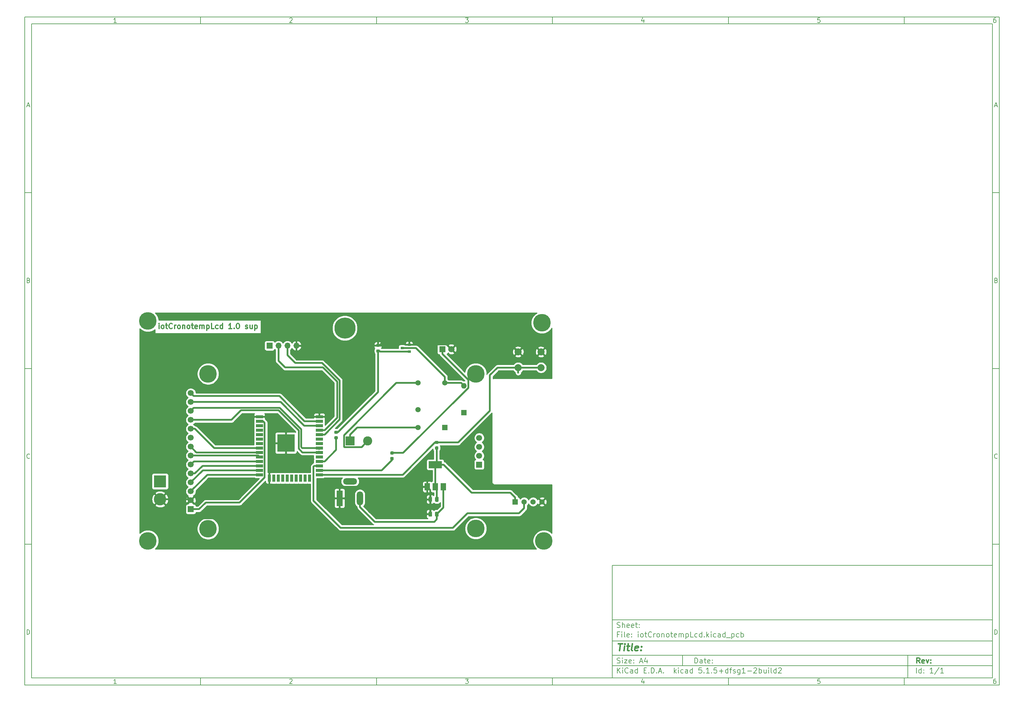
<source format=gbr>
%TF.GenerationSoftware,KiCad,Pcbnew,5.1.5+dfsg1-2build2*%
%TF.CreationDate,2021-01-19T23:04:30+01:00*%
%TF.ProjectId,iotCronotempLcd,696f7443-726f-46e6-9f74-656d704c6364,rev?*%
%TF.SameCoordinates,Original*%
%TF.FileFunction,Copper,L1,Top*%
%TF.FilePolarity,Positive*%
%FSLAX46Y46*%
G04 Gerber Fmt 4.6, Leading zero omitted, Abs format (unit mm)*
G04 Created by KiCad (PCBNEW 5.1.5+dfsg1-2build2) date 2021-01-19 23:04:30*
%MOMM*%
%LPD*%
G04 APERTURE LIST*
%ADD10C,0.100000*%
%ADD11C,0.150000*%
%ADD12C,0.300000*%
%ADD13C,0.400000*%
%TA.AperFunction,NonConductor*%
%ADD14C,0.300000*%
%TD*%
%TA.AperFunction,ComponentPad*%
%ADD15C,1.700000*%
%TD*%
%TA.AperFunction,ComponentPad*%
%ADD16R,1.700000X1.700000*%
%TD*%
%TA.AperFunction,ComponentPad*%
%ADD17C,3.000000*%
%TD*%
%TA.AperFunction,ComponentPad*%
%ADD18C,2.700000*%
%TD*%
%TA.AperFunction,SMDPad,CuDef*%
%ADD19C,0.100000*%
%TD*%
%TA.AperFunction,SMDPad,CuDef*%
%ADD20R,1.500000X2.000000*%
%TD*%
%TA.AperFunction,SMDPad,CuDef*%
%ADD21R,3.800000X2.000000*%
%TD*%
%TA.AperFunction,ComponentPad*%
%ADD22C,2.600000*%
%TD*%
%TA.AperFunction,ComponentPad*%
%ADD23R,2.600000X2.600000*%
%TD*%
%TA.AperFunction,ComponentPad*%
%ADD24C,1.500000*%
%TD*%
%TA.AperFunction,ComponentPad*%
%ADD25R,1.500000X1.500000*%
%TD*%
%TA.AperFunction,ComponentPad*%
%ADD26O,1.700000X1.700000*%
%TD*%
%TA.AperFunction,ComponentPad*%
%ADD27O,1.600000X1.600000*%
%TD*%
%TA.AperFunction,ComponentPad*%
%ADD28R,1.600000X1.600000*%
%TD*%
%TA.AperFunction,ComponentPad*%
%ADD29C,1.800000*%
%TD*%
%TA.AperFunction,ComponentPad*%
%ADD30R,1.800000X1.800000*%
%TD*%
%TA.AperFunction,ComponentPad*%
%ADD31C,1.501140*%
%TD*%
%TA.AperFunction,ComponentPad*%
%ADD32R,1.501140X1.501140*%
%TD*%
%TA.AperFunction,SMDPad,CuDef*%
%ADD33R,0.900000X0.800000*%
%TD*%
%TA.AperFunction,ComponentPad*%
%ADD34C,2.000000*%
%TD*%
%TA.AperFunction,SMDPad,CuDef*%
%ADD35R,2.000000X0.900000*%
%TD*%
%TA.AperFunction,SMDPad,CuDef*%
%ADD36R,0.900000X2.000000*%
%TD*%
%TA.AperFunction,SMDPad,CuDef*%
%ADD37R,5.000000X5.000000*%
%TD*%
%TA.AperFunction,ComponentPad*%
%ADD38C,3.500120*%
%TD*%
%TA.AperFunction,ComponentPad*%
%ADD39R,3.500120X3.500120*%
%TD*%
%TA.AperFunction,ComponentPad*%
%ADD40R,1.800000X4.400000*%
%TD*%
%TA.AperFunction,ComponentPad*%
%ADD41O,1.800000X4.000000*%
%TD*%
%TA.AperFunction,ComponentPad*%
%ADD42O,4.000000X1.800000*%
%TD*%
%TA.AperFunction,ViaPad*%
%ADD43C,5.000000*%
%TD*%
%TA.AperFunction,ViaPad*%
%ADD44C,6.000000*%
%TD*%
%TA.AperFunction,Conductor*%
%ADD45C,0.500000*%
%TD*%
%TA.AperFunction,Conductor*%
%ADD46C,0.800000*%
%TD*%
%TA.AperFunction,Conductor*%
%ADD47C,0.254000*%
%TD*%
G04 APERTURE END LIST*
D10*
D11*
X177002200Y-166007200D02*
X177002200Y-198007200D01*
X285002200Y-198007200D01*
X285002200Y-166007200D01*
X177002200Y-166007200D01*
D10*
D11*
X10000000Y-10000000D02*
X10000000Y-200007200D01*
X287002200Y-200007200D01*
X287002200Y-10000000D01*
X10000000Y-10000000D01*
D10*
D11*
X12000000Y-12000000D02*
X12000000Y-198007200D01*
X285002200Y-198007200D01*
X285002200Y-12000000D01*
X12000000Y-12000000D01*
D10*
D11*
X60000000Y-12000000D02*
X60000000Y-10000000D01*
D10*
D11*
X110000000Y-12000000D02*
X110000000Y-10000000D01*
D10*
D11*
X160000000Y-12000000D02*
X160000000Y-10000000D01*
D10*
D11*
X210000000Y-12000000D02*
X210000000Y-10000000D01*
D10*
D11*
X260000000Y-12000000D02*
X260000000Y-10000000D01*
D10*
D11*
X36065476Y-11588095D02*
X35322619Y-11588095D01*
X35694047Y-11588095D02*
X35694047Y-10288095D01*
X35570238Y-10473809D01*
X35446428Y-10597619D01*
X35322619Y-10659523D01*
D10*
D11*
X85322619Y-10411904D02*
X85384523Y-10350000D01*
X85508333Y-10288095D01*
X85817857Y-10288095D01*
X85941666Y-10350000D01*
X86003571Y-10411904D01*
X86065476Y-10535714D01*
X86065476Y-10659523D01*
X86003571Y-10845238D01*
X85260714Y-11588095D01*
X86065476Y-11588095D01*
D10*
D11*
X135260714Y-10288095D02*
X136065476Y-10288095D01*
X135632142Y-10783333D01*
X135817857Y-10783333D01*
X135941666Y-10845238D01*
X136003571Y-10907142D01*
X136065476Y-11030952D01*
X136065476Y-11340476D01*
X136003571Y-11464285D01*
X135941666Y-11526190D01*
X135817857Y-11588095D01*
X135446428Y-11588095D01*
X135322619Y-11526190D01*
X135260714Y-11464285D01*
D10*
D11*
X185941666Y-10721428D02*
X185941666Y-11588095D01*
X185632142Y-10226190D02*
X185322619Y-11154761D01*
X186127380Y-11154761D01*
D10*
D11*
X236003571Y-10288095D02*
X235384523Y-10288095D01*
X235322619Y-10907142D01*
X235384523Y-10845238D01*
X235508333Y-10783333D01*
X235817857Y-10783333D01*
X235941666Y-10845238D01*
X236003571Y-10907142D01*
X236065476Y-11030952D01*
X236065476Y-11340476D01*
X236003571Y-11464285D01*
X235941666Y-11526190D01*
X235817857Y-11588095D01*
X235508333Y-11588095D01*
X235384523Y-11526190D01*
X235322619Y-11464285D01*
D10*
D11*
X285941666Y-10288095D02*
X285694047Y-10288095D01*
X285570238Y-10350000D01*
X285508333Y-10411904D01*
X285384523Y-10597619D01*
X285322619Y-10845238D01*
X285322619Y-11340476D01*
X285384523Y-11464285D01*
X285446428Y-11526190D01*
X285570238Y-11588095D01*
X285817857Y-11588095D01*
X285941666Y-11526190D01*
X286003571Y-11464285D01*
X286065476Y-11340476D01*
X286065476Y-11030952D01*
X286003571Y-10907142D01*
X285941666Y-10845238D01*
X285817857Y-10783333D01*
X285570238Y-10783333D01*
X285446428Y-10845238D01*
X285384523Y-10907142D01*
X285322619Y-11030952D01*
D10*
D11*
X60000000Y-198007200D02*
X60000000Y-200007200D01*
D10*
D11*
X110000000Y-198007200D02*
X110000000Y-200007200D01*
D10*
D11*
X160000000Y-198007200D02*
X160000000Y-200007200D01*
D10*
D11*
X210000000Y-198007200D02*
X210000000Y-200007200D01*
D10*
D11*
X260000000Y-198007200D02*
X260000000Y-200007200D01*
D10*
D11*
X36065476Y-199595295D02*
X35322619Y-199595295D01*
X35694047Y-199595295D02*
X35694047Y-198295295D01*
X35570238Y-198481009D01*
X35446428Y-198604819D01*
X35322619Y-198666723D01*
D10*
D11*
X85322619Y-198419104D02*
X85384523Y-198357200D01*
X85508333Y-198295295D01*
X85817857Y-198295295D01*
X85941666Y-198357200D01*
X86003571Y-198419104D01*
X86065476Y-198542914D01*
X86065476Y-198666723D01*
X86003571Y-198852438D01*
X85260714Y-199595295D01*
X86065476Y-199595295D01*
D10*
D11*
X135260714Y-198295295D02*
X136065476Y-198295295D01*
X135632142Y-198790533D01*
X135817857Y-198790533D01*
X135941666Y-198852438D01*
X136003571Y-198914342D01*
X136065476Y-199038152D01*
X136065476Y-199347676D01*
X136003571Y-199471485D01*
X135941666Y-199533390D01*
X135817857Y-199595295D01*
X135446428Y-199595295D01*
X135322619Y-199533390D01*
X135260714Y-199471485D01*
D10*
D11*
X185941666Y-198728628D02*
X185941666Y-199595295D01*
X185632142Y-198233390D02*
X185322619Y-199161961D01*
X186127380Y-199161961D01*
D10*
D11*
X236003571Y-198295295D02*
X235384523Y-198295295D01*
X235322619Y-198914342D01*
X235384523Y-198852438D01*
X235508333Y-198790533D01*
X235817857Y-198790533D01*
X235941666Y-198852438D01*
X236003571Y-198914342D01*
X236065476Y-199038152D01*
X236065476Y-199347676D01*
X236003571Y-199471485D01*
X235941666Y-199533390D01*
X235817857Y-199595295D01*
X235508333Y-199595295D01*
X235384523Y-199533390D01*
X235322619Y-199471485D01*
D10*
D11*
X285941666Y-198295295D02*
X285694047Y-198295295D01*
X285570238Y-198357200D01*
X285508333Y-198419104D01*
X285384523Y-198604819D01*
X285322619Y-198852438D01*
X285322619Y-199347676D01*
X285384523Y-199471485D01*
X285446428Y-199533390D01*
X285570238Y-199595295D01*
X285817857Y-199595295D01*
X285941666Y-199533390D01*
X286003571Y-199471485D01*
X286065476Y-199347676D01*
X286065476Y-199038152D01*
X286003571Y-198914342D01*
X285941666Y-198852438D01*
X285817857Y-198790533D01*
X285570238Y-198790533D01*
X285446428Y-198852438D01*
X285384523Y-198914342D01*
X285322619Y-199038152D01*
D10*
D11*
X10000000Y-60000000D02*
X12000000Y-60000000D01*
D10*
D11*
X10000000Y-110000000D02*
X12000000Y-110000000D01*
D10*
D11*
X10000000Y-160000000D02*
X12000000Y-160000000D01*
D10*
D11*
X10690476Y-35216666D02*
X11309523Y-35216666D01*
X10566666Y-35588095D02*
X11000000Y-34288095D01*
X11433333Y-35588095D01*
D10*
D11*
X11092857Y-84907142D02*
X11278571Y-84969047D01*
X11340476Y-85030952D01*
X11402380Y-85154761D01*
X11402380Y-85340476D01*
X11340476Y-85464285D01*
X11278571Y-85526190D01*
X11154761Y-85588095D01*
X10659523Y-85588095D01*
X10659523Y-84288095D01*
X11092857Y-84288095D01*
X11216666Y-84350000D01*
X11278571Y-84411904D01*
X11340476Y-84535714D01*
X11340476Y-84659523D01*
X11278571Y-84783333D01*
X11216666Y-84845238D01*
X11092857Y-84907142D01*
X10659523Y-84907142D01*
D10*
D11*
X11402380Y-135464285D02*
X11340476Y-135526190D01*
X11154761Y-135588095D01*
X11030952Y-135588095D01*
X10845238Y-135526190D01*
X10721428Y-135402380D01*
X10659523Y-135278571D01*
X10597619Y-135030952D01*
X10597619Y-134845238D01*
X10659523Y-134597619D01*
X10721428Y-134473809D01*
X10845238Y-134350000D01*
X11030952Y-134288095D01*
X11154761Y-134288095D01*
X11340476Y-134350000D01*
X11402380Y-134411904D01*
D10*
D11*
X10659523Y-185588095D02*
X10659523Y-184288095D01*
X10969047Y-184288095D01*
X11154761Y-184350000D01*
X11278571Y-184473809D01*
X11340476Y-184597619D01*
X11402380Y-184845238D01*
X11402380Y-185030952D01*
X11340476Y-185278571D01*
X11278571Y-185402380D01*
X11154761Y-185526190D01*
X10969047Y-185588095D01*
X10659523Y-185588095D01*
D10*
D11*
X287002200Y-60000000D02*
X285002200Y-60000000D01*
D10*
D11*
X287002200Y-110000000D02*
X285002200Y-110000000D01*
D10*
D11*
X287002200Y-160000000D02*
X285002200Y-160000000D01*
D10*
D11*
X285692676Y-35216666D02*
X286311723Y-35216666D01*
X285568866Y-35588095D02*
X286002200Y-34288095D01*
X286435533Y-35588095D01*
D10*
D11*
X286095057Y-84907142D02*
X286280771Y-84969047D01*
X286342676Y-85030952D01*
X286404580Y-85154761D01*
X286404580Y-85340476D01*
X286342676Y-85464285D01*
X286280771Y-85526190D01*
X286156961Y-85588095D01*
X285661723Y-85588095D01*
X285661723Y-84288095D01*
X286095057Y-84288095D01*
X286218866Y-84350000D01*
X286280771Y-84411904D01*
X286342676Y-84535714D01*
X286342676Y-84659523D01*
X286280771Y-84783333D01*
X286218866Y-84845238D01*
X286095057Y-84907142D01*
X285661723Y-84907142D01*
D10*
D11*
X286404580Y-135464285D02*
X286342676Y-135526190D01*
X286156961Y-135588095D01*
X286033152Y-135588095D01*
X285847438Y-135526190D01*
X285723628Y-135402380D01*
X285661723Y-135278571D01*
X285599819Y-135030952D01*
X285599819Y-134845238D01*
X285661723Y-134597619D01*
X285723628Y-134473809D01*
X285847438Y-134350000D01*
X286033152Y-134288095D01*
X286156961Y-134288095D01*
X286342676Y-134350000D01*
X286404580Y-134411904D01*
D10*
D11*
X285661723Y-185588095D02*
X285661723Y-184288095D01*
X285971247Y-184288095D01*
X286156961Y-184350000D01*
X286280771Y-184473809D01*
X286342676Y-184597619D01*
X286404580Y-184845238D01*
X286404580Y-185030952D01*
X286342676Y-185278571D01*
X286280771Y-185402380D01*
X286156961Y-185526190D01*
X285971247Y-185588095D01*
X285661723Y-185588095D01*
D10*
D11*
X200434342Y-193785771D02*
X200434342Y-192285771D01*
X200791485Y-192285771D01*
X201005771Y-192357200D01*
X201148628Y-192500057D01*
X201220057Y-192642914D01*
X201291485Y-192928628D01*
X201291485Y-193142914D01*
X201220057Y-193428628D01*
X201148628Y-193571485D01*
X201005771Y-193714342D01*
X200791485Y-193785771D01*
X200434342Y-193785771D01*
X202577200Y-193785771D02*
X202577200Y-193000057D01*
X202505771Y-192857200D01*
X202362914Y-192785771D01*
X202077200Y-192785771D01*
X201934342Y-192857200D01*
X202577200Y-193714342D02*
X202434342Y-193785771D01*
X202077200Y-193785771D01*
X201934342Y-193714342D01*
X201862914Y-193571485D01*
X201862914Y-193428628D01*
X201934342Y-193285771D01*
X202077200Y-193214342D01*
X202434342Y-193214342D01*
X202577200Y-193142914D01*
X203077200Y-192785771D02*
X203648628Y-192785771D01*
X203291485Y-192285771D02*
X203291485Y-193571485D01*
X203362914Y-193714342D01*
X203505771Y-193785771D01*
X203648628Y-193785771D01*
X204720057Y-193714342D02*
X204577200Y-193785771D01*
X204291485Y-193785771D01*
X204148628Y-193714342D01*
X204077200Y-193571485D01*
X204077200Y-193000057D01*
X204148628Y-192857200D01*
X204291485Y-192785771D01*
X204577200Y-192785771D01*
X204720057Y-192857200D01*
X204791485Y-193000057D01*
X204791485Y-193142914D01*
X204077200Y-193285771D01*
X205434342Y-193642914D02*
X205505771Y-193714342D01*
X205434342Y-193785771D01*
X205362914Y-193714342D01*
X205434342Y-193642914D01*
X205434342Y-193785771D01*
X205434342Y-192857200D02*
X205505771Y-192928628D01*
X205434342Y-193000057D01*
X205362914Y-192928628D01*
X205434342Y-192857200D01*
X205434342Y-193000057D01*
D10*
D11*
X177002200Y-194507200D02*
X285002200Y-194507200D01*
D10*
D11*
X178434342Y-196585771D02*
X178434342Y-195085771D01*
X179291485Y-196585771D02*
X178648628Y-195728628D01*
X179291485Y-195085771D02*
X178434342Y-195942914D01*
X179934342Y-196585771D02*
X179934342Y-195585771D01*
X179934342Y-195085771D02*
X179862914Y-195157200D01*
X179934342Y-195228628D01*
X180005771Y-195157200D01*
X179934342Y-195085771D01*
X179934342Y-195228628D01*
X181505771Y-196442914D02*
X181434342Y-196514342D01*
X181220057Y-196585771D01*
X181077200Y-196585771D01*
X180862914Y-196514342D01*
X180720057Y-196371485D01*
X180648628Y-196228628D01*
X180577200Y-195942914D01*
X180577200Y-195728628D01*
X180648628Y-195442914D01*
X180720057Y-195300057D01*
X180862914Y-195157200D01*
X181077200Y-195085771D01*
X181220057Y-195085771D01*
X181434342Y-195157200D01*
X181505771Y-195228628D01*
X182791485Y-196585771D02*
X182791485Y-195800057D01*
X182720057Y-195657200D01*
X182577200Y-195585771D01*
X182291485Y-195585771D01*
X182148628Y-195657200D01*
X182791485Y-196514342D02*
X182648628Y-196585771D01*
X182291485Y-196585771D01*
X182148628Y-196514342D01*
X182077200Y-196371485D01*
X182077200Y-196228628D01*
X182148628Y-196085771D01*
X182291485Y-196014342D01*
X182648628Y-196014342D01*
X182791485Y-195942914D01*
X184148628Y-196585771D02*
X184148628Y-195085771D01*
X184148628Y-196514342D02*
X184005771Y-196585771D01*
X183720057Y-196585771D01*
X183577200Y-196514342D01*
X183505771Y-196442914D01*
X183434342Y-196300057D01*
X183434342Y-195871485D01*
X183505771Y-195728628D01*
X183577200Y-195657200D01*
X183720057Y-195585771D01*
X184005771Y-195585771D01*
X184148628Y-195657200D01*
X186005771Y-195800057D02*
X186505771Y-195800057D01*
X186720057Y-196585771D02*
X186005771Y-196585771D01*
X186005771Y-195085771D01*
X186720057Y-195085771D01*
X187362914Y-196442914D02*
X187434342Y-196514342D01*
X187362914Y-196585771D01*
X187291485Y-196514342D01*
X187362914Y-196442914D01*
X187362914Y-196585771D01*
X188077200Y-196585771D02*
X188077200Y-195085771D01*
X188434342Y-195085771D01*
X188648628Y-195157200D01*
X188791485Y-195300057D01*
X188862914Y-195442914D01*
X188934342Y-195728628D01*
X188934342Y-195942914D01*
X188862914Y-196228628D01*
X188791485Y-196371485D01*
X188648628Y-196514342D01*
X188434342Y-196585771D01*
X188077200Y-196585771D01*
X189577200Y-196442914D02*
X189648628Y-196514342D01*
X189577200Y-196585771D01*
X189505771Y-196514342D01*
X189577200Y-196442914D01*
X189577200Y-196585771D01*
X190220057Y-196157200D02*
X190934342Y-196157200D01*
X190077200Y-196585771D02*
X190577200Y-195085771D01*
X191077200Y-196585771D01*
X191577200Y-196442914D02*
X191648628Y-196514342D01*
X191577200Y-196585771D01*
X191505771Y-196514342D01*
X191577200Y-196442914D01*
X191577200Y-196585771D01*
X194577200Y-196585771D02*
X194577200Y-195085771D01*
X194720057Y-196014342D02*
X195148628Y-196585771D01*
X195148628Y-195585771D02*
X194577200Y-196157200D01*
X195791485Y-196585771D02*
X195791485Y-195585771D01*
X195791485Y-195085771D02*
X195720057Y-195157200D01*
X195791485Y-195228628D01*
X195862914Y-195157200D01*
X195791485Y-195085771D01*
X195791485Y-195228628D01*
X197148628Y-196514342D02*
X197005771Y-196585771D01*
X196720057Y-196585771D01*
X196577200Y-196514342D01*
X196505771Y-196442914D01*
X196434342Y-196300057D01*
X196434342Y-195871485D01*
X196505771Y-195728628D01*
X196577200Y-195657200D01*
X196720057Y-195585771D01*
X197005771Y-195585771D01*
X197148628Y-195657200D01*
X198434342Y-196585771D02*
X198434342Y-195800057D01*
X198362914Y-195657200D01*
X198220057Y-195585771D01*
X197934342Y-195585771D01*
X197791485Y-195657200D01*
X198434342Y-196514342D02*
X198291485Y-196585771D01*
X197934342Y-196585771D01*
X197791485Y-196514342D01*
X197720057Y-196371485D01*
X197720057Y-196228628D01*
X197791485Y-196085771D01*
X197934342Y-196014342D01*
X198291485Y-196014342D01*
X198434342Y-195942914D01*
X199791485Y-196585771D02*
X199791485Y-195085771D01*
X199791485Y-196514342D02*
X199648628Y-196585771D01*
X199362914Y-196585771D01*
X199220057Y-196514342D01*
X199148628Y-196442914D01*
X199077200Y-196300057D01*
X199077200Y-195871485D01*
X199148628Y-195728628D01*
X199220057Y-195657200D01*
X199362914Y-195585771D01*
X199648628Y-195585771D01*
X199791485Y-195657200D01*
X202362914Y-195085771D02*
X201648628Y-195085771D01*
X201577200Y-195800057D01*
X201648628Y-195728628D01*
X201791485Y-195657200D01*
X202148628Y-195657200D01*
X202291485Y-195728628D01*
X202362914Y-195800057D01*
X202434342Y-195942914D01*
X202434342Y-196300057D01*
X202362914Y-196442914D01*
X202291485Y-196514342D01*
X202148628Y-196585771D01*
X201791485Y-196585771D01*
X201648628Y-196514342D01*
X201577200Y-196442914D01*
X203077200Y-196442914D02*
X203148628Y-196514342D01*
X203077200Y-196585771D01*
X203005771Y-196514342D01*
X203077200Y-196442914D01*
X203077200Y-196585771D01*
X204577200Y-196585771D02*
X203720057Y-196585771D01*
X204148628Y-196585771D02*
X204148628Y-195085771D01*
X204005771Y-195300057D01*
X203862914Y-195442914D01*
X203720057Y-195514342D01*
X205220057Y-196442914D02*
X205291485Y-196514342D01*
X205220057Y-196585771D01*
X205148628Y-196514342D01*
X205220057Y-196442914D01*
X205220057Y-196585771D01*
X206648628Y-195085771D02*
X205934342Y-195085771D01*
X205862914Y-195800057D01*
X205934342Y-195728628D01*
X206077200Y-195657200D01*
X206434342Y-195657200D01*
X206577200Y-195728628D01*
X206648628Y-195800057D01*
X206720057Y-195942914D01*
X206720057Y-196300057D01*
X206648628Y-196442914D01*
X206577200Y-196514342D01*
X206434342Y-196585771D01*
X206077200Y-196585771D01*
X205934342Y-196514342D01*
X205862914Y-196442914D01*
X207362914Y-196014342D02*
X208505771Y-196014342D01*
X207934342Y-196585771D02*
X207934342Y-195442914D01*
X209862914Y-196585771D02*
X209862914Y-195085771D01*
X209862914Y-196514342D02*
X209720057Y-196585771D01*
X209434342Y-196585771D01*
X209291485Y-196514342D01*
X209220057Y-196442914D01*
X209148628Y-196300057D01*
X209148628Y-195871485D01*
X209220057Y-195728628D01*
X209291485Y-195657200D01*
X209434342Y-195585771D01*
X209720057Y-195585771D01*
X209862914Y-195657200D01*
X210362914Y-195585771D02*
X210934342Y-195585771D01*
X210577200Y-196585771D02*
X210577200Y-195300057D01*
X210648628Y-195157200D01*
X210791485Y-195085771D01*
X210934342Y-195085771D01*
X211362914Y-196514342D02*
X211505771Y-196585771D01*
X211791485Y-196585771D01*
X211934342Y-196514342D01*
X212005771Y-196371485D01*
X212005771Y-196300057D01*
X211934342Y-196157200D01*
X211791485Y-196085771D01*
X211577200Y-196085771D01*
X211434342Y-196014342D01*
X211362914Y-195871485D01*
X211362914Y-195800057D01*
X211434342Y-195657200D01*
X211577200Y-195585771D01*
X211791485Y-195585771D01*
X211934342Y-195657200D01*
X213291485Y-195585771D02*
X213291485Y-196800057D01*
X213220057Y-196942914D01*
X213148628Y-197014342D01*
X213005771Y-197085771D01*
X212791485Y-197085771D01*
X212648628Y-197014342D01*
X213291485Y-196514342D02*
X213148628Y-196585771D01*
X212862914Y-196585771D01*
X212720057Y-196514342D01*
X212648628Y-196442914D01*
X212577200Y-196300057D01*
X212577200Y-195871485D01*
X212648628Y-195728628D01*
X212720057Y-195657200D01*
X212862914Y-195585771D01*
X213148628Y-195585771D01*
X213291485Y-195657200D01*
X214791485Y-196585771D02*
X213934342Y-196585771D01*
X214362914Y-196585771D02*
X214362914Y-195085771D01*
X214220057Y-195300057D01*
X214077200Y-195442914D01*
X213934342Y-195514342D01*
X215434342Y-196014342D02*
X216577200Y-196014342D01*
X217220057Y-195228628D02*
X217291485Y-195157200D01*
X217434342Y-195085771D01*
X217791485Y-195085771D01*
X217934342Y-195157200D01*
X218005771Y-195228628D01*
X218077200Y-195371485D01*
X218077200Y-195514342D01*
X218005771Y-195728628D01*
X217148628Y-196585771D01*
X218077200Y-196585771D01*
X218720057Y-196585771D02*
X218720057Y-195085771D01*
X218720057Y-195657200D02*
X218862914Y-195585771D01*
X219148628Y-195585771D01*
X219291485Y-195657200D01*
X219362914Y-195728628D01*
X219434342Y-195871485D01*
X219434342Y-196300057D01*
X219362914Y-196442914D01*
X219291485Y-196514342D01*
X219148628Y-196585771D01*
X218862914Y-196585771D01*
X218720057Y-196514342D01*
X220720057Y-195585771D02*
X220720057Y-196585771D01*
X220077200Y-195585771D02*
X220077200Y-196371485D01*
X220148628Y-196514342D01*
X220291485Y-196585771D01*
X220505771Y-196585771D01*
X220648628Y-196514342D01*
X220720057Y-196442914D01*
X221434342Y-196585771D02*
X221434342Y-195585771D01*
X221434342Y-195085771D02*
X221362914Y-195157200D01*
X221434342Y-195228628D01*
X221505771Y-195157200D01*
X221434342Y-195085771D01*
X221434342Y-195228628D01*
X222362914Y-196585771D02*
X222220057Y-196514342D01*
X222148628Y-196371485D01*
X222148628Y-195085771D01*
X223577200Y-196585771D02*
X223577200Y-195085771D01*
X223577200Y-196514342D02*
X223434342Y-196585771D01*
X223148628Y-196585771D01*
X223005771Y-196514342D01*
X222934342Y-196442914D01*
X222862914Y-196300057D01*
X222862914Y-195871485D01*
X222934342Y-195728628D01*
X223005771Y-195657200D01*
X223148628Y-195585771D01*
X223434342Y-195585771D01*
X223577200Y-195657200D01*
X224220057Y-195228628D02*
X224291485Y-195157200D01*
X224434342Y-195085771D01*
X224791485Y-195085771D01*
X224934342Y-195157200D01*
X225005771Y-195228628D01*
X225077200Y-195371485D01*
X225077200Y-195514342D01*
X225005771Y-195728628D01*
X224148628Y-196585771D01*
X225077200Y-196585771D01*
D10*
D11*
X177002200Y-191507200D02*
X285002200Y-191507200D01*
D10*
D12*
X264411485Y-193785771D02*
X263911485Y-193071485D01*
X263554342Y-193785771D02*
X263554342Y-192285771D01*
X264125771Y-192285771D01*
X264268628Y-192357200D01*
X264340057Y-192428628D01*
X264411485Y-192571485D01*
X264411485Y-192785771D01*
X264340057Y-192928628D01*
X264268628Y-193000057D01*
X264125771Y-193071485D01*
X263554342Y-193071485D01*
X265625771Y-193714342D02*
X265482914Y-193785771D01*
X265197200Y-193785771D01*
X265054342Y-193714342D01*
X264982914Y-193571485D01*
X264982914Y-193000057D01*
X265054342Y-192857200D01*
X265197200Y-192785771D01*
X265482914Y-192785771D01*
X265625771Y-192857200D01*
X265697200Y-193000057D01*
X265697200Y-193142914D01*
X264982914Y-193285771D01*
X266197200Y-192785771D02*
X266554342Y-193785771D01*
X266911485Y-192785771D01*
X267482914Y-193642914D02*
X267554342Y-193714342D01*
X267482914Y-193785771D01*
X267411485Y-193714342D01*
X267482914Y-193642914D01*
X267482914Y-193785771D01*
X267482914Y-192857200D02*
X267554342Y-192928628D01*
X267482914Y-193000057D01*
X267411485Y-192928628D01*
X267482914Y-192857200D01*
X267482914Y-193000057D01*
D10*
D11*
X178362914Y-193714342D02*
X178577200Y-193785771D01*
X178934342Y-193785771D01*
X179077200Y-193714342D01*
X179148628Y-193642914D01*
X179220057Y-193500057D01*
X179220057Y-193357200D01*
X179148628Y-193214342D01*
X179077200Y-193142914D01*
X178934342Y-193071485D01*
X178648628Y-193000057D01*
X178505771Y-192928628D01*
X178434342Y-192857200D01*
X178362914Y-192714342D01*
X178362914Y-192571485D01*
X178434342Y-192428628D01*
X178505771Y-192357200D01*
X178648628Y-192285771D01*
X179005771Y-192285771D01*
X179220057Y-192357200D01*
X179862914Y-193785771D02*
X179862914Y-192785771D01*
X179862914Y-192285771D02*
X179791485Y-192357200D01*
X179862914Y-192428628D01*
X179934342Y-192357200D01*
X179862914Y-192285771D01*
X179862914Y-192428628D01*
X180434342Y-192785771D02*
X181220057Y-192785771D01*
X180434342Y-193785771D01*
X181220057Y-193785771D01*
X182362914Y-193714342D02*
X182220057Y-193785771D01*
X181934342Y-193785771D01*
X181791485Y-193714342D01*
X181720057Y-193571485D01*
X181720057Y-193000057D01*
X181791485Y-192857200D01*
X181934342Y-192785771D01*
X182220057Y-192785771D01*
X182362914Y-192857200D01*
X182434342Y-193000057D01*
X182434342Y-193142914D01*
X181720057Y-193285771D01*
X183077200Y-193642914D02*
X183148628Y-193714342D01*
X183077200Y-193785771D01*
X183005771Y-193714342D01*
X183077200Y-193642914D01*
X183077200Y-193785771D01*
X183077200Y-192857200D02*
X183148628Y-192928628D01*
X183077200Y-193000057D01*
X183005771Y-192928628D01*
X183077200Y-192857200D01*
X183077200Y-193000057D01*
X184862914Y-193357200D02*
X185577200Y-193357200D01*
X184720057Y-193785771D02*
X185220057Y-192285771D01*
X185720057Y-193785771D01*
X186862914Y-192785771D02*
X186862914Y-193785771D01*
X186505771Y-192214342D02*
X186148628Y-193285771D01*
X187077200Y-193285771D01*
D10*
D11*
X263434342Y-196585771D02*
X263434342Y-195085771D01*
X264791485Y-196585771D02*
X264791485Y-195085771D01*
X264791485Y-196514342D02*
X264648628Y-196585771D01*
X264362914Y-196585771D01*
X264220057Y-196514342D01*
X264148628Y-196442914D01*
X264077200Y-196300057D01*
X264077200Y-195871485D01*
X264148628Y-195728628D01*
X264220057Y-195657200D01*
X264362914Y-195585771D01*
X264648628Y-195585771D01*
X264791485Y-195657200D01*
X265505771Y-196442914D02*
X265577200Y-196514342D01*
X265505771Y-196585771D01*
X265434342Y-196514342D01*
X265505771Y-196442914D01*
X265505771Y-196585771D01*
X265505771Y-195657200D02*
X265577200Y-195728628D01*
X265505771Y-195800057D01*
X265434342Y-195728628D01*
X265505771Y-195657200D01*
X265505771Y-195800057D01*
X268148628Y-196585771D02*
X267291485Y-196585771D01*
X267720057Y-196585771D02*
X267720057Y-195085771D01*
X267577200Y-195300057D01*
X267434342Y-195442914D01*
X267291485Y-195514342D01*
X269862914Y-195014342D02*
X268577200Y-196942914D01*
X271148628Y-196585771D02*
X270291485Y-196585771D01*
X270720057Y-196585771D02*
X270720057Y-195085771D01*
X270577200Y-195300057D01*
X270434342Y-195442914D01*
X270291485Y-195514342D01*
D10*
D11*
X177002200Y-187507200D02*
X285002200Y-187507200D01*
D10*
D13*
X178714580Y-188211961D02*
X179857438Y-188211961D01*
X179036009Y-190211961D02*
X179286009Y-188211961D01*
X180274104Y-190211961D02*
X180440771Y-188878628D01*
X180524104Y-188211961D02*
X180416961Y-188307200D01*
X180500295Y-188402438D01*
X180607438Y-188307200D01*
X180524104Y-188211961D01*
X180500295Y-188402438D01*
X181107438Y-188878628D02*
X181869342Y-188878628D01*
X181476485Y-188211961D02*
X181262200Y-189926247D01*
X181333628Y-190116723D01*
X181512200Y-190211961D01*
X181702676Y-190211961D01*
X182655057Y-190211961D02*
X182476485Y-190116723D01*
X182405057Y-189926247D01*
X182619342Y-188211961D01*
X184190771Y-190116723D02*
X183988390Y-190211961D01*
X183607438Y-190211961D01*
X183428866Y-190116723D01*
X183357438Y-189926247D01*
X183452676Y-189164342D01*
X183571723Y-188973866D01*
X183774104Y-188878628D01*
X184155057Y-188878628D01*
X184333628Y-188973866D01*
X184405057Y-189164342D01*
X184381247Y-189354819D01*
X183405057Y-189545295D01*
X185155057Y-190021485D02*
X185238390Y-190116723D01*
X185131247Y-190211961D01*
X185047914Y-190116723D01*
X185155057Y-190021485D01*
X185131247Y-190211961D01*
X185286009Y-188973866D02*
X185369342Y-189069104D01*
X185262200Y-189164342D01*
X185178866Y-189069104D01*
X185286009Y-188973866D01*
X185262200Y-189164342D01*
D10*
D11*
X178934342Y-185600057D02*
X178434342Y-185600057D01*
X178434342Y-186385771D02*
X178434342Y-184885771D01*
X179148628Y-184885771D01*
X179720057Y-186385771D02*
X179720057Y-185385771D01*
X179720057Y-184885771D02*
X179648628Y-184957200D01*
X179720057Y-185028628D01*
X179791485Y-184957200D01*
X179720057Y-184885771D01*
X179720057Y-185028628D01*
X180648628Y-186385771D02*
X180505771Y-186314342D01*
X180434342Y-186171485D01*
X180434342Y-184885771D01*
X181791485Y-186314342D02*
X181648628Y-186385771D01*
X181362914Y-186385771D01*
X181220057Y-186314342D01*
X181148628Y-186171485D01*
X181148628Y-185600057D01*
X181220057Y-185457200D01*
X181362914Y-185385771D01*
X181648628Y-185385771D01*
X181791485Y-185457200D01*
X181862914Y-185600057D01*
X181862914Y-185742914D01*
X181148628Y-185885771D01*
X182505771Y-186242914D02*
X182577200Y-186314342D01*
X182505771Y-186385771D01*
X182434342Y-186314342D01*
X182505771Y-186242914D01*
X182505771Y-186385771D01*
X182505771Y-185457200D02*
X182577200Y-185528628D01*
X182505771Y-185600057D01*
X182434342Y-185528628D01*
X182505771Y-185457200D01*
X182505771Y-185600057D01*
X184362914Y-186385771D02*
X184362914Y-185385771D01*
X184362914Y-184885771D02*
X184291485Y-184957200D01*
X184362914Y-185028628D01*
X184434342Y-184957200D01*
X184362914Y-184885771D01*
X184362914Y-185028628D01*
X185291485Y-186385771D02*
X185148628Y-186314342D01*
X185077200Y-186242914D01*
X185005771Y-186100057D01*
X185005771Y-185671485D01*
X185077200Y-185528628D01*
X185148628Y-185457200D01*
X185291485Y-185385771D01*
X185505771Y-185385771D01*
X185648628Y-185457200D01*
X185720057Y-185528628D01*
X185791485Y-185671485D01*
X185791485Y-186100057D01*
X185720057Y-186242914D01*
X185648628Y-186314342D01*
X185505771Y-186385771D01*
X185291485Y-186385771D01*
X186220057Y-185385771D02*
X186791485Y-185385771D01*
X186434342Y-184885771D02*
X186434342Y-186171485D01*
X186505771Y-186314342D01*
X186648628Y-186385771D01*
X186791485Y-186385771D01*
X188148628Y-186242914D02*
X188077200Y-186314342D01*
X187862914Y-186385771D01*
X187720057Y-186385771D01*
X187505771Y-186314342D01*
X187362914Y-186171485D01*
X187291485Y-186028628D01*
X187220057Y-185742914D01*
X187220057Y-185528628D01*
X187291485Y-185242914D01*
X187362914Y-185100057D01*
X187505771Y-184957200D01*
X187720057Y-184885771D01*
X187862914Y-184885771D01*
X188077200Y-184957200D01*
X188148628Y-185028628D01*
X188791485Y-186385771D02*
X188791485Y-185385771D01*
X188791485Y-185671485D02*
X188862914Y-185528628D01*
X188934342Y-185457200D01*
X189077200Y-185385771D01*
X189220057Y-185385771D01*
X189934342Y-186385771D02*
X189791485Y-186314342D01*
X189720057Y-186242914D01*
X189648628Y-186100057D01*
X189648628Y-185671485D01*
X189720057Y-185528628D01*
X189791485Y-185457200D01*
X189934342Y-185385771D01*
X190148628Y-185385771D01*
X190291485Y-185457200D01*
X190362914Y-185528628D01*
X190434342Y-185671485D01*
X190434342Y-186100057D01*
X190362914Y-186242914D01*
X190291485Y-186314342D01*
X190148628Y-186385771D01*
X189934342Y-186385771D01*
X191077200Y-185385771D02*
X191077200Y-186385771D01*
X191077200Y-185528628D02*
X191148628Y-185457200D01*
X191291485Y-185385771D01*
X191505771Y-185385771D01*
X191648628Y-185457200D01*
X191720057Y-185600057D01*
X191720057Y-186385771D01*
X192648628Y-186385771D02*
X192505771Y-186314342D01*
X192434342Y-186242914D01*
X192362914Y-186100057D01*
X192362914Y-185671485D01*
X192434342Y-185528628D01*
X192505771Y-185457200D01*
X192648628Y-185385771D01*
X192862914Y-185385771D01*
X193005771Y-185457200D01*
X193077200Y-185528628D01*
X193148628Y-185671485D01*
X193148628Y-186100057D01*
X193077200Y-186242914D01*
X193005771Y-186314342D01*
X192862914Y-186385771D01*
X192648628Y-186385771D01*
X193577200Y-185385771D02*
X194148628Y-185385771D01*
X193791485Y-184885771D02*
X193791485Y-186171485D01*
X193862914Y-186314342D01*
X194005771Y-186385771D01*
X194148628Y-186385771D01*
X195220057Y-186314342D02*
X195077200Y-186385771D01*
X194791485Y-186385771D01*
X194648628Y-186314342D01*
X194577200Y-186171485D01*
X194577200Y-185600057D01*
X194648628Y-185457200D01*
X194791485Y-185385771D01*
X195077200Y-185385771D01*
X195220057Y-185457200D01*
X195291485Y-185600057D01*
X195291485Y-185742914D01*
X194577200Y-185885771D01*
X195934342Y-186385771D02*
X195934342Y-185385771D01*
X195934342Y-185528628D02*
X196005771Y-185457200D01*
X196148628Y-185385771D01*
X196362914Y-185385771D01*
X196505771Y-185457200D01*
X196577200Y-185600057D01*
X196577200Y-186385771D01*
X196577200Y-185600057D02*
X196648628Y-185457200D01*
X196791485Y-185385771D01*
X197005771Y-185385771D01*
X197148628Y-185457200D01*
X197220057Y-185600057D01*
X197220057Y-186385771D01*
X197934342Y-185385771D02*
X197934342Y-186885771D01*
X197934342Y-185457200D02*
X198077200Y-185385771D01*
X198362914Y-185385771D01*
X198505771Y-185457200D01*
X198577200Y-185528628D01*
X198648628Y-185671485D01*
X198648628Y-186100057D01*
X198577200Y-186242914D01*
X198505771Y-186314342D01*
X198362914Y-186385771D01*
X198077200Y-186385771D01*
X197934342Y-186314342D01*
X200005771Y-186385771D02*
X199291485Y-186385771D01*
X199291485Y-184885771D01*
X201148628Y-186314342D02*
X201005771Y-186385771D01*
X200720057Y-186385771D01*
X200577200Y-186314342D01*
X200505771Y-186242914D01*
X200434342Y-186100057D01*
X200434342Y-185671485D01*
X200505771Y-185528628D01*
X200577200Y-185457200D01*
X200720057Y-185385771D01*
X201005771Y-185385771D01*
X201148628Y-185457200D01*
X202434342Y-186385771D02*
X202434342Y-184885771D01*
X202434342Y-186314342D02*
X202291485Y-186385771D01*
X202005771Y-186385771D01*
X201862914Y-186314342D01*
X201791485Y-186242914D01*
X201720057Y-186100057D01*
X201720057Y-185671485D01*
X201791485Y-185528628D01*
X201862914Y-185457200D01*
X202005771Y-185385771D01*
X202291485Y-185385771D01*
X202434342Y-185457200D01*
X203148628Y-186242914D02*
X203220057Y-186314342D01*
X203148628Y-186385771D01*
X203077200Y-186314342D01*
X203148628Y-186242914D01*
X203148628Y-186385771D01*
X203862914Y-186385771D02*
X203862914Y-184885771D01*
X204005771Y-185814342D02*
X204434342Y-186385771D01*
X204434342Y-185385771D02*
X203862914Y-185957200D01*
X205077200Y-186385771D02*
X205077200Y-185385771D01*
X205077200Y-184885771D02*
X205005771Y-184957200D01*
X205077200Y-185028628D01*
X205148628Y-184957200D01*
X205077200Y-184885771D01*
X205077200Y-185028628D01*
X206434342Y-186314342D02*
X206291485Y-186385771D01*
X206005771Y-186385771D01*
X205862914Y-186314342D01*
X205791485Y-186242914D01*
X205720057Y-186100057D01*
X205720057Y-185671485D01*
X205791485Y-185528628D01*
X205862914Y-185457200D01*
X206005771Y-185385771D01*
X206291485Y-185385771D01*
X206434342Y-185457200D01*
X207720057Y-186385771D02*
X207720057Y-185600057D01*
X207648628Y-185457200D01*
X207505771Y-185385771D01*
X207220057Y-185385771D01*
X207077200Y-185457200D01*
X207720057Y-186314342D02*
X207577200Y-186385771D01*
X207220057Y-186385771D01*
X207077200Y-186314342D01*
X207005771Y-186171485D01*
X207005771Y-186028628D01*
X207077200Y-185885771D01*
X207220057Y-185814342D01*
X207577200Y-185814342D01*
X207720057Y-185742914D01*
X209077200Y-186385771D02*
X209077200Y-184885771D01*
X209077200Y-186314342D02*
X208934342Y-186385771D01*
X208648628Y-186385771D01*
X208505771Y-186314342D01*
X208434342Y-186242914D01*
X208362914Y-186100057D01*
X208362914Y-185671485D01*
X208434342Y-185528628D01*
X208505771Y-185457200D01*
X208648628Y-185385771D01*
X208934342Y-185385771D01*
X209077200Y-185457200D01*
X209434342Y-186528628D02*
X210577200Y-186528628D01*
X210934342Y-185385771D02*
X210934342Y-186885771D01*
X210934342Y-185457200D02*
X211077200Y-185385771D01*
X211362914Y-185385771D01*
X211505771Y-185457200D01*
X211577200Y-185528628D01*
X211648628Y-185671485D01*
X211648628Y-186100057D01*
X211577200Y-186242914D01*
X211505771Y-186314342D01*
X211362914Y-186385771D01*
X211077200Y-186385771D01*
X210934342Y-186314342D01*
X212934342Y-186314342D02*
X212791485Y-186385771D01*
X212505771Y-186385771D01*
X212362914Y-186314342D01*
X212291485Y-186242914D01*
X212220057Y-186100057D01*
X212220057Y-185671485D01*
X212291485Y-185528628D01*
X212362914Y-185457200D01*
X212505771Y-185385771D01*
X212791485Y-185385771D01*
X212934342Y-185457200D01*
X213577200Y-186385771D02*
X213577200Y-184885771D01*
X213577200Y-185457200D02*
X213720057Y-185385771D01*
X214005771Y-185385771D01*
X214148628Y-185457200D01*
X214220057Y-185528628D01*
X214291485Y-185671485D01*
X214291485Y-186100057D01*
X214220057Y-186242914D01*
X214148628Y-186314342D01*
X214005771Y-186385771D01*
X213720057Y-186385771D01*
X213577200Y-186314342D01*
D10*
D11*
X177002200Y-181507200D02*
X285002200Y-181507200D01*
D10*
D11*
X178362914Y-183614342D02*
X178577200Y-183685771D01*
X178934342Y-183685771D01*
X179077200Y-183614342D01*
X179148628Y-183542914D01*
X179220057Y-183400057D01*
X179220057Y-183257200D01*
X179148628Y-183114342D01*
X179077200Y-183042914D01*
X178934342Y-182971485D01*
X178648628Y-182900057D01*
X178505771Y-182828628D01*
X178434342Y-182757200D01*
X178362914Y-182614342D01*
X178362914Y-182471485D01*
X178434342Y-182328628D01*
X178505771Y-182257200D01*
X178648628Y-182185771D01*
X179005771Y-182185771D01*
X179220057Y-182257200D01*
X179862914Y-183685771D02*
X179862914Y-182185771D01*
X180505771Y-183685771D02*
X180505771Y-182900057D01*
X180434342Y-182757200D01*
X180291485Y-182685771D01*
X180077200Y-182685771D01*
X179934342Y-182757200D01*
X179862914Y-182828628D01*
X181791485Y-183614342D02*
X181648628Y-183685771D01*
X181362914Y-183685771D01*
X181220057Y-183614342D01*
X181148628Y-183471485D01*
X181148628Y-182900057D01*
X181220057Y-182757200D01*
X181362914Y-182685771D01*
X181648628Y-182685771D01*
X181791485Y-182757200D01*
X181862914Y-182900057D01*
X181862914Y-183042914D01*
X181148628Y-183185771D01*
X183077200Y-183614342D02*
X182934342Y-183685771D01*
X182648628Y-183685771D01*
X182505771Y-183614342D01*
X182434342Y-183471485D01*
X182434342Y-182900057D01*
X182505771Y-182757200D01*
X182648628Y-182685771D01*
X182934342Y-182685771D01*
X183077200Y-182757200D01*
X183148628Y-182900057D01*
X183148628Y-183042914D01*
X182434342Y-183185771D01*
X183577200Y-182685771D02*
X184148628Y-182685771D01*
X183791485Y-182185771D02*
X183791485Y-183471485D01*
X183862914Y-183614342D01*
X184005771Y-183685771D01*
X184148628Y-183685771D01*
X184648628Y-183542914D02*
X184720057Y-183614342D01*
X184648628Y-183685771D01*
X184577200Y-183614342D01*
X184648628Y-183542914D01*
X184648628Y-183685771D01*
X184648628Y-182757200D02*
X184720057Y-182828628D01*
X184648628Y-182900057D01*
X184577200Y-182828628D01*
X184648628Y-182757200D01*
X184648628Y-182900057D01*
D10*
D11*
X197002200Y-191507200D02*
X197002200Y-194507200D01*
D10*
D11*
X261002200Y-191507200D02*
X261002200Y-198007200D01*
D14*
X48171428Y-98678571D02*
X48171428Y-97678571D01*
X48171428Y-97178571D02*
X48099999Y-97250000D01*
X48171428Y-97321428D01*
X48242857Y-97250000D01*
X48171428Y-97178571D01*
X48171428Y-97321428D01*
X49099999Y-98678571D02*
X48957142Y-98607142D01*
X48885714Y-98535714D01*
X48814285Y-98392857D01*
X48814285Y-97964285D01*
X48885714Y-97821428D01*
X48957142Y-97750000D01*
X49099999Y-97678571D01*
X49314285Y-97678571D01*
X49457142Y-97750000D01*
X49528571Y-97821428D01*
X49599999Y-97964285D01*
X49599999Y-98392857D01*
X49528571Y-98535714D01*
X49457142Y-98607142D01*
X49314285Y-98678571D01*
X49099999Y-98678571D01*
X50028571Y-97678571D02*
X50599999Y-97678571D01*
X50242857Y-97178571D02*
X50242857Y-98464285D01*
X50314285Y-98607142D01*
X50457142Y-98678571D01*
X50599999Y-98678571D01*
X51957142Y-98535714D02*
X51885714Y-98607142D01*
X51671428Y-98678571D01*
X51528571Y-98678571D01*
X51314285Y-98607142D01*
X51171428Y-98464285D01*
X51099999Y-98321428D01*
X51028571Y-98035714D01*
X51028571Y-97821428D01*
X51099999Y-97535714D01*
X51171428Y-97392857D01*
X51314285Y-97250000D01*
X51528571Y-97178571D01*
X51671428Y-97178571D01*
X51885714Y-97250000D01*
X51957142Y-97321428D01*
X52599999Y-98678571D02*
X52599999Y-97678571D01*
X52599999Y-97964285D02*
X52671428Y-97821428D01*
X52742857Y-97750000D01*
X52885714Y-97678571D01*
X53028571Y-97678571D01*
X53742857Y-98678571D02*
X53599999Y-98607142D01*
X53528571Y-98535714D01*
X53457142Y-98392857D01*
X53457142Y-97964285D01*
X53528571Y-97821428D01*
X53599999Y-97750000D01*
X53742857Y-97678571D01*
X53957142Y-97678571D01*
X54099999Y-97750000D01*
X54171428Y-97821428D01*
X54242857Y-97964285D01*
X54242857Y-98392857D01*
X54171428Y-98535714D01*
X54099999Y-98607142D01*
X53957142Y-98678571D01*
X53742857Y-98678571D01*
X54885714Y-97678571D02*
X54885714Y-98678571D01*
X54885714Y-97821428D02*
X54957142Y-97750000D01*
X55099999Y-97678571D01*
X55314285Y-97678571D01*
X55457142Y-97750000D01*
X55528571Y-97892857D01*
X55528571Y-98678571D01*
X56457142Y-98678571D02*
X56314285Y-98607142D01*
X56242857Y-98535714D01*
X56171428Y-98392857D01*
X56171428Y-97964285D01*
X56242857Y-97821428D01*
X56314285Y-97750000D01*
X56457142Y-97678571D01*
X56671428Y-97678571D01*
X56814285Y-97750000D01*
X56885714Y-97821428D01*
X56957142Y-97964285D01*
X56957142Y-98392857D01*
X56885714Y-98535714D01*
X56814285Y-98607142D01*
X56671428Y-98678571D01*
X56457142Y-98678571D01*
X57385714Y-97678571D02*
X57957142Y-97678571D01*
X57599999Y-97178571D02*
X57599999Y-98464285D01*
X57671428Y-98607142D01*
X57814285Y-98678571D01*
X57957142Y-98678571D01*
X59028571Y-98607142D02*
X58885714Y-98678571D01*
X58599999Y-98678571D01*
X58457142Y-98607142D01*
X58385714Y-98464285D01*
X58385714Y-97892857D01*
X58457142Y-97750000D01*
X58599999Y-97678571D01*
X58885714Y-97678571D01*
X59028571Y-97750000D01*
X59099999Y-97892857D01*
X59099999Y-98035714D01*
X58385714Y-98178571D01*
X59742857Y-98678571D02*
X59742857Y-97678571D01*
X59742857Y-97821428D02*
X59814285Y-97750000D01*
X59957142Y-97678571D01*
X60171428Y-97678571D01*
X60314285Y-97750000D01*
X60385714Y-97892857D01*
X60385714Y-98678571D01*
X60385714Y-97892857D02*
X60457142Y-97750000D01*
X60599999Y-97678571D01*
X60814285Y-97678571D01*
X60957142Y-97750000D01*
X61028571Y-97892857D01*
X61028571Y-98678571D01*
X61742857Y-97678571D02*
X61742857Y-99178571D01*
X61742857Y-97750000D02*
X61885714Y-97678571D01*
X62171428Y-97678571D01*
X62314285Y-97750000D01*
X62385714Y-97821428D01*
X62457142Y-97964285D01*
X62457142Y-98392857D01*
X62385714Y-98535714D01*
X62314285Y-98607142D01*
X62171428Y-98678571D01*
X61885714Y-98678571D01*
X61742857Y-98607142D01*
X63814285Y-98678571D02*
X63099999Y-98678571D01*
X63099999Y-97178571D01*
X64957142Y-98607142D02*
X64814285Y-98678571D01*
X64528571Y-98678571D01*
X64385714Y-98607142D01*
X64314285Y-98535714D01*
X64242857Y-98392857D01*
X64242857Y-97964285D01*
X64314285Y-97821428D01*
X64385714Y-97750000D01*
X64528571Y-97678571D01*
X64814285Y-97678571D01*
X64957142Y-97750000D01*
X66242857Y-98678571D02*
X66242857Y-97178571D01*
X66242857Y-98607142D02*
X66099999Y-98678571D01*
X65814285Y-98678571D01*
X65671428Y-98607142D01*
X65599999Y-98535714D01*
X65528571Y-98392857D01*
X65528571Y-97964285D01*
X65599999Y-97821428D01*
X65671428Y-97750000D01*
X65814285Y-97678571D01*
X66099999Y-97678571D01*
X66242857Y-97750000D01*
X68885714Y-98678571D02*
X68028571Y-98678571D01*
X68457142Y-98678571D02*
X68457142Y-97178571D01*
X68314285Y-97392857D01*
X68171428Y-97535714D01*
X68028571Y-97607142D01*
X69528571Y-98535714D02*
X69600000Y-98607142D01*
X69528571Y-98678571D01*
X69457142Y-98607142D01*
X69528571Y-98535714D01*
X69528571Y-98678571D01*
X70528571Y-97178571D02*
X70671428Y-97178571D01*
X70814285Y-97250000D01*
X70885714Y-97321428D01*
X70957142Y-97464285D01*
X71028571Y-97750000D01*
X71028571Y-98107142D01*
X70957142Y-98392857D01*
X70885714Y-98535714D01*
X70814285Y-98607142D01*
X70671428Y-98678571D01*
X70528571Y-98678571D01*
X70385714Y-98607142D01*
X70314285Y-98535714D01*
X70242857Y-98392857D01*
X70171428Y-98107142D01*
X70171428Y-97750000D01*
X70242857Y-97464285D01*
X70314285Y-97321428D01*
X70385714Y-97250000D01*
X70528571Y-97178571D01*
X72742857Y-98607142D02*
X72885714Y-98678571D01*
X73171428Y-98678571D01*
X73314285Y-98607142D01*
X73385714Y-98464285D01*
X73385714Y-98392857D01*
X73314285Y-98250000D01*
X73171428Y-98178571D01*
X72957142Y-98178571D01*
X72814285Y-98107142D01*
X72742857Y-97964285D01*
X72742857Y-97892857D01*
X72814285Y-97750000D01*
X72957142Y-97678571D01*
X73171428Y-97678571D01*
X73314285Y-97750000D01*
X74671428Y-97678571D02*
X74671428Y-98678571D01*
X74028571Y-97678571D02*
X74028571Y-98464285D01*
X74099999Y-98607142D01*
X74242857Y-98678571D01*
X74457142Y-98678571D01*
X74599999Y-98607142D01*
X74671428Y-98535714D01*
X75385714Y-97678571D02*
X75385714Y-99178571D01*
X75385714Y-97750000D02*
X75528571Y-97678571D01*
X75814285Y-97678571D01*
X75957142Y-97750000D01*
X76028571Y-97821428D01*
X76099999Y-97964285D01*
X76099999Y-98392857D01*
X76028571Y-98535714D01*
X75957142Y-98607142D01*
X75814285Y-98678571D01*
X75528571Y-98678571D01*
X75385714Y-98607142D01*
D15*
%TO.P,U4,18*%
%TO.N,Net-(U4-Pad18)*%
X139180000Y-129720000D03*
%TO.P,U4,17*%
%TO.N,Net-(U4-Pad17)*%
X139180000Y-132260000D03*
D16*
%TO.P,U4,15*%
%TO.N,Net-(U4-Pad15)*%
X139180000Y-137340000D03*
D15*
%TO.P,U4,16*%
%TO.N,Net-(U4-Pad16)*%
X139180000Y-134800000D03*
%TO.P,U4,14*%
%TO.N,Net-(U2-Pad37)*%
X57200000Y-116990000D03*
%TO.P,U4,13*%
%TO.N,Net-(U2-Pad36)*%
X57200000Y-119530000D03*
D16*
%TO.P,U4,1*%
%TO.N,Net-(C2-Pad1)*%
X57200000Y-150010000D03*
D17*
%TO.P,U4,*%
%TO.N,*%
X138200000Y-155500000D03*
X138200000Y-111500000D03*
D18*
X62120000Y-155500000D03*
X62120000Y-111500000D03*
D15*
%TO.P,U4,2*%
%TO.N,GND*%
X57200000Y-147470000D03*
%TO.P,U4,3*%
%TO.N,Net-(U2-Pad14)*%
X57200000Y-144930000D03*
%TO.P,U4,4*%
%TO.N,Net-(U2-Pad13)*%
X57200000Y-142390000D03*
%TO.P,U4,5*%
%TO.N,Net-(U2-Pad12)*%
X57200000Y-139850000D03*
%TO.P,U4,6*%
%TO.N,Net-(U2-Pad11)*%
X57200000Y-137310000D03*
%TO.P,U4,7*%
%TO.N,Net-(U2-Pad10)*%
X57200000Y-134770000D03*
%TO.P,U4,8*%
%TO.N,Net-(U2-Pad9)*%
X57200000Y-132230000D03*
%TO.P,U4,9*%
%TO.N,Net-(U4-Pad9)*%
X57200000Y-129690000D03*
%TO.P,U4,10*%
%TO.N,Net-(U2-Pad8)*%
X57200000Y-127150000D03*
%TO.P,U4,11*%
%TO.N,Net-(U2-Pad30)*%
X57200000Y-124610000D03*
%TO.P,U4,12*%
%TO.N,Net-(U2-Pad31)*%
X57200000Y-122070000D03*
%TD*%
%TA.AperFunction,SMDPad,CuDef*%
D19*
%TO.P,R3,2*%
%TO.N,Net-(R3-Pad2)*%
G36*
X127377691Y-130576053D02*
G01*
X127398926Y-130579203D01*
X127419750Y-130584419D01*
X127439962Y-130591651D01*
X127459368Y-130600830D01*
X127477781Y-130611866D01*
X127495024Y-130624654D01*
X127510930Y-130639070D01*
X127525346Y-130654976D01*
X127538134Y-130672219D01*
X127549170Y-130690632D01*
X127558349Y-130710038D01*
X127565581Y-130730250D01*
X127570797Y-130751074D01*
X127573947Y-130772309D01*
X127575000Y-130793750D01*
X127575000Y-131231250D01*
X127573947Y-131252691D01*
X127570797Y-131273926D01*
X127565581Y-131294750D01*
X127558349Y-131314962D01*
X127549170Y-131334368D01*
X127538134Y-131352781D01*
X127525346Y-131370024D01*
X127510930Y-131385930D01*
X127495024Y-131400346D01*
X127477781Y-131413134D01*
X127459368Y-131424170D01*
X127439962Y-131433349D01*
X127419750Y-131440581D01*
X127398926Y-131445797D01*
X127377691Y-131448947D01*
X127356250Y-131450000D01*
X126843750Y-131450000D01*
X126822309Y-131448947D01*
X126801074Y-131445797D01*
X126780250Y-131440581D01*
X126760038Y-131433349D01*
X126740632Y-131424170D01*
X126722219Y-131413134D01*
X126704976Y-131400346D01*
X126689070Y-131385930D01*
X126674654Y-131370024D01*
X126661866Y-131352781D01*
X126650830Y-131334368D01*
X126641651Y-131314962D01*
X126634419Y-131294750D01*
X126629203Y-131273926D01*
X126626053Y-131252691D01*
X126625000Y-131231250D01*
X126625000Y-130793750D01*
X126626053Y-130772309D01*
X126629203Y-130751074D01*
X126634419Y-130730250D01*
X126641651Y-130710038D01*
X126650830Y-130690632D01*
X126661866Y-130672219D01*
X126674654Y-130654976D01*
X126689070Y-130639070D01*
X126704976Y-130624654D01*
X126722219Y-130611866D01*
X126740632Y-130600830D01*
X126760038Y-130591651D01*
X126780250Y-130584419D01*
X126801074Y-130579203D01*
X126822309Y-130576053D01*
X126843750Y-130575000D01*
X127356250Y-130575000D01*
X127377691Y-130576053D01*
G37*
%TD.AperFunction*%
%TA.AperFunction,SMDPad,CuDef*%
%TO.P,R3,1*%
%TO.N,Net-(C2-Pad1)*%
G36*
X127377691Y-132151053D02*
G01*
X127398926Y-132154203D01*
X127419750Y-132159419D01*
X127439962Y-132166651D01*
X127459368Y-132175830D01*
X127477781Y-132186866D01*
X127495024Y-132199654D01*
X127510930Y-132214070D01*
X127525346Y-132229976D01*
X127538134Y-132247219D01*
X127549170Y-132265632D01*
X127558349Y-132285038D01*
X127565581Y-132305250D01*
X127570797Y-132326074D01*
X127573947Y-132347309D01*
X127575000Y-132368750D01*
X127575000Y-132806250D01*
X127573947Y-132827691D01*
X127570797Y-132848926D01*
X127565581Y-132869750D01*
X127558349Y-132889962D01*
X127549170Y-132909368D01*
X127538134Y-132927781D01*
X127525346Y-132945024D01*
X127510930Y-132960930D01*
X127495024Y-132975346D01*
X127477781Y-132988134D01*
X127459368Y-132999170D01*
X127439962Y-133008349D01*
X127419750Y-133015581D01*
X127398926Y-133020797D01*
X127377691Y-133023947D01*
X127356250Y-133025000D01*
X126843750Y-133025000D01*
X126822309Y-133023947D01*
X126801074Y-133020797D01*
X126780250Y-133015581D01*
X126760038Y-133008349D01*
X126740632Y-132999170D01*
X126722219Y-132988134D01*
X126704976Y-132975346D01*
X126689070Y-132960930D01*
X126674654Y-132945024D01*
X126661866Y-132927781D01*
X126650830Y-132909368D01*
X126641651Y-132889962D01*
X126634419Y-132869750D01*
X126629203Y-132848926D01*
X126626053Y-132827691D01*
X126625000Y-132806250D01*
X126625000Y-132368750D01*
X126626053Y-132347309D01*
X126629203Y-132326074D01*
X126634419Y-132305250D01*
X126641651Y-132285038D01*
X126650830Y-132265632D01*
X126661866Y-132247219D01*
X126674654Y-132229976D01*
X126689070Y-132214070D01*
X126704976Y-132199654D01*
X126722219Y-132186866D01*
X126740632Y-132175830D01*
X126760038Y-132166651D01*
X126780250Y-132159419D01*
X126801074Y-132154203D01*
X126822309Y-132151053D01*
X126843750Y-132150000D01*
X127356250Y-132150000D01*
X127377691Y-132151053D01*
G37*
%TD.AperFunction*%
%TD*%
D20*
%TO.P,U1,1*%
%TO.N,GND*%
X124400000Y-143650000D03*
%TO.P,U1,3*%
%TO.N,Net-(C1-Pad1)*%
X129000000Y-143650000D03*
%TO.P,U1,2*%
%TO.N,Net-(C2-Pad1)*%
X126700000Y-143650000D03*
D21*
X126700000Y-137350000D03*
%TD*%
D22*
%TO.P,P1,2*%
%TO.N,Net-(K1-Pad7)*%
X107500000Y-130600000D03*
D23*
%TO.P,P1,1*%
%TO.N,Net-(K1-Pad12)*%
X102500000Y-130600000D03*
%TD*%
%TA.AperFunction,SMDPad,CuDef*%
D19*
%TO.P,R4,2*%
%TO.N,Net-(D2-Pad1)*%
G36*
X114677691Y-133576053D02*
G01*
X114698926Y-133579203D01*
X114719750Y-133584419D01*
X114739962Y-133591651D01*
X114759368Y-133600830D01*
X114777781Y-133611866D01*
X114795024Y-133624654D01*
X114810930Y-133639070D01*
X114825346Y-133654976D01*
X114838134Y-133672219D01*
X114849170Y-133690632D01*
X114858349Y-133710038D01*
X114865581Y-133730250D01*
X114870797Y-133751074D01*
X114873947Y-133772309D01*
X114875000Y-133793750D01*
X114875000Y-134231250D01*
X114873947Y-134252691D01*
X114870797Y-134273926D01*
X114865581Y-134294750D01*
X114858349Y-134314962D01*
X114849170Y-134334368D01*
X114838134Y-134352781D01*
X114825346Y-134370024D01*
X114810930Y-134385930D01*
X114795024Y-134400346D01*
X114777781Y-134413134D01*
X114759368Y-134424170D01*
X114739962Y-134433349D01*
X114719750Y-134440581D01*
X114698926Y-134445797D01*
X114677691Y-134448947D01*
X114656250Y-134450000D01*
X114143750Y-134450000D01*
X114122309Y-134448947D01*
X114101074Y-134445797D01*
X114080250Y-134440581D01*
X114060038Y-134433349D01*
X114040632Y-134424170D01*
X114022219Y-134413134D01*
X114004976Y-134400346D01*
X113989070Y-134385930D01*
X113974654Y-134370024D01*
X113961866Y-134352781D01*
X113950830Y-134334368D01*
X113941651Y-134314962D01*
X113934419Y-134294750D01*
X113929203Y-134273926D01*
X113926053Y-134252691D01*
X113925000Y-134231250D01*
X113925000Y-133793750D01*
X113926053Y-133772309D01*
X113929203Y-133751074D01*
X113934419Y-133730250D01*
X113941651Y-133710038D01*
X113950830Y-133690632D01*
X113961866Y-133672219D01*
X113974654Y-133654976D01*
X113989070Y-133639070D01*
X114004976Y-133624654D01*
X114022219Y-133611866D01*
X114040632Y-133600830D01*
X114060038Y-133591651D01*
X114080250Y-133584419D01*
X114101074Y-133579203D01*
X114122309Y-133576053D01*
X114143750Y-133575000D01*
X114656250Y-133575000D01*
X114677691Y-133576053D01*
G37*
%TD.AperFunction*%
%TA.AperFunction,SMDPad,CuDef*%
%TO.P,R4,1*%
%TO.N,Net-(R4-Pad1)*%
G36*
X114677691Y-135151053D02*
G01*
X114698926Y-135154203D01*
X114719750Y-135159419D01*
X114739962Y-135166651D01*
X114759368Y-135175830D01*
X114777781Y-135186866D01*
X114795024Y-135199654D01*
X114810930Y-135214070D01*
X114825346Y-135229976D01*
X114838134Y-135247219D01*
X114849170Y-135265632D01*
X114858349Y-135285038D01*
X114865581Y-135305250D01*
X114870797Y-135326074D01*
X114873947Y-135347309D01*
X114875000Y-135368750D01*
X114875000Y-135806250D01*
X114873947Y-135827691D01*
X114870797Y-135848926D01*
X114865581Y-135869750D01*
X114858349Y-135889962D01*
X114849170Y-135909368D01*
X114838134Y-135927781D01*
X114825346Y-135945024D01*
X114810930Y-135960930D01*
X114795024Y-135975346D01*
X114777781Y-135988134D01*
X114759368Y-135999170D01*
X114739962Y-136008349D01*
X114719750Y-136015581D01*
X114698926Y-136020797D01*
X114677691Y-136023947D01*
X114656250Y-136025000D01*
X114143750Y-136025000D01*
X114122309Y-136023947D01*
X114101074Y-136020797D01*
X114080250Y-136015581D01*
X114060038Y-136008349D01*
X114040632Y-135999170D01*
X114022219Y-135988134D01*
X114004976Y-135975346D01*
X113989070Y-135960930D01*
X113974654Y-135945024D01*
X113961866Y-135927781D01*
X113950830Y-135909368D01*
X113941651Y-135889962D01*
X113934419Y-135869750D01*
X113929203Y-135848926D01*
X113926053Y-135827691D01*
X113925000Y-135806250D01*
X113925000Y-135368750D01*
X113926053Y-135347309D01*
X113929203Y-135326074D01*
X113934419Y-135305250D01*
X113941651Y-135285038D01*
X113950830Y-135265632D01*
X113961866Y-135247219D01*
X113974654Y-135229976D01*
X113989070Y-135214070D01*
X114004976Y-135199654D01*
X114022219Y-135186866D01*
X114040632Y-135175830D01*
X114060038Y-135166651D01*
X114080250Y-135159419D01*
X114101074Y-135154203D01*
X114122309Y-135151053D01*
X114143750Y-135150000D01*
X114656250Y-135150000D01*
X114677691Y-135151053D01*
G37*
%TD.AperFunction*%
%TD*%
D24*
%TO.P,U3,4*%
%TO.N,GND*%
X157020000Y-147900000D03*
%TO.P,U3,3*%
%TO.N,Net-(U3-Pad3)*%
X154480000Y-147900000D03*
%TO.P,U3,2*%
%TO.N,Net-(U2-Pad27)*%
X151940000Y-147900000D03*
D25*
%TO.P,U3,1*%
%TO.N,Net-(C2-Pad1)*%
X149400000Y-147900000D03*
%TD*%
D26*
%TO.P,P2,4*%
%TO.N,GND*%
X87220000Y-103500000D03*
%TO.P,P2,3*%
%TO.N,Net-(P2-Pad3)*%
X84680000Y-103500000D03*
%TO.P,P2,2*%
%TO.N,Net-(P2-Pad2)*%
X82140000Y-103500000D03*
D16*
%TO.P,P2,1*%
%TO.N,Net-(C2-Pad1)*%
X79600000Y-103500000D03*
%TD*%
D27*
%TO.P,D1,2*%
%TO.N,Net-(D1-Pad2)*%
X134800000Y-114880000D03*
D28*
%TO.P,D1,1*%
%TO.N,Net-(C2-Pad1)*%
X134800000Y-122500000D03*
%TD*%
D29*
%TO.P,D2,2*%
%TO.N,GND*%
X131270000Y-104500000D03*
D30*
%TO.P,D2,1*%
%TO.N,Net-(D2-Pad1)*%
X128730000Y-104500000D03*
%TD*%
D31*
%TO.P,K1,7*%
%TO.N,Net-(K1-Pad7)*%
X121780000Y-114100000D03*
%TO.P,K1,6*%
%TO.N,Net-(D1-Pad2)*%
X129400000Y-114100000D03*
%TO.P,K1,10*%
%TO.N,Net-(K1-Pad10)*%
X121780000Y-121720000D03*
%TO.P,K1,12*%
%TO.N,Net-(K1-Pad12)*%
X121780000Y-126800000D03*
D32*
%TO.P,K1,1*%
%TO.N,Net-(C2-Pad1)*%
X129400000Y-126800000D03*
%TD*%
D33*
%TO.P,Q1,3*%
%TO.N,Net-(D1-Pad2)*%
X117300000Y-104200000D03*
%TO.P,Q1,2*%
%TO.N,GND*%
X119300000Y-103250000D03*
%TO.P,Q1,1*%
%TO.N,Net-(Q1-Pad1)*%
X119300000Y-105150000D03*
%TD*%
%TA.AperFunction,SMDPad,CuDef*%
D19*
%TO.P,R1,2*%
%TO.N,Net-(R1-Pad2)*%
G36*
X98777691Y-129251053D02*
G01*
X98798926Y-129254203D01*
X98819750Y-129259419D01*
X98839962Y-129266651D01*
X98859368Y-129275830D01*
X98877781Y-129286866D01*
X98895024Y-129299654D01*
X98910930Y-129314070D01*
X98925346Y-129329976D01*
X98938134Y-129347219D01*
X98949170Y-129365632D01*
X98958349Y-129385038D01*
X98965581Y-129405250D01*
X98970797Y-129426074D01*
X98973947Y-129447309D01*
X98975000Y-129468750D01*
X98975000Y-129906250D01*
X98973947Y-129927691D01*
X98970797Y-129948926D01*
X98965581Y-129969750D01*
X98958349Y-129989962D01*
X98949170Y-130009368D01*
X98938134Y-130027781D01*
X98925346Y-130045024D01*
X98910930Y-130060930D01*
X98895024Y-130075346D01*
X98877781Y-130088134D01*
X98859368Y-130099170D01*
X98839962Y-130108349D01*
X98819750Y-130115581D01*
X98798926Y-130120797D01*
X98777691Y-130123947D01*
X98756250Y-130125000D01*
X98243750Y-130125000D01*
X98222309Y-130123947D01*
X98201074Y-130120797D01*
X98180250Y-130115581D01*
X98160038Y-130108349D01*
X98140632Y-130099170D01*
X98122219Y-130088134D01*
X98104976Y-130075346D01*
X98089070Y-130060930D01*
X98074654Y-130045024D01*
X98061866Y-130027781D01*
X98050830Y-130009368D01*
X98041651Y-129989962D01*
X98034419Y-129969750D01*
X98029203Y-129948926D01*
X98026053Y-129927691D01*
X98025000Y-129906250D01*
X98025000Y-129468750D01*
X98026053Y-129447309D01*
X98029203Y-129426074D01*
X98034419Y-129405250D01*
X98041651Y-129385038D01*
X98050830Y-129365632D01*
X98061866Y-129347219D01*
X98074654Y-129329976D01*
X98089070Y-129314070D01*
X98104976Y-129299654D01*
X98122219Y-129286866D01*
X98140632Y-129275830D01*
X98160038Y-129266651D01*
X98180250Y-129259419D01*
X98201074Y-129254203D01*
X98222309Y-129251053D01*
X98243750Y-129250000D01*
X98756250Y-129250000D01*
X98777691Y-129251053D01*
G37*
%TD.AperFunction*%
%TA.AperFunction,SMDPad,CuDef*%
%TO.P,R1,1*%
%TO.N,Net-(Q1-Pad1)*%
G36*
X98777691Y-127676053D02*
G01*
X98798926Y-127679203D01*
X98819750Y-127684419D01*
X98839962Y-127691651D01*
X98859368Y-127700830D01*
X98877781Y-127711866D01*
X98895024Y-127724654D01*
X98910930Y-127739070D01*
X98925346Y-127754976D01*
X98938134Y-127772219D01*
X98949170Y-127790632D01*
X98958349Y-127810038D01*
X98965581Y-127830250D01*
X98970797Y-127851074D01*
X98973947Y-127872309D01*
X98975000Y-127893750D01*
X98975000Y-128331250D01*
X98973947Y-128352691D01*
X98970797Y-128373926D01*
X98965581Y-128394750D01*
X98958349Y-128414962D01*
X98949170Y-128434368D01*
X98938134Y-128452781D01*
X98925346Y-128470024D01*
X98910930Y-128485930D01*
X98895024Y-128500346D01*
X98877781Y-128513134D01*
X98859368Y-128524170D01*
X98839962Y-128533349D01*
X98819750Y-128540581D01*
X98798926Y-128545797D01*
X98777691Y-128548947D01*
X98756250Y-128550000D01*
X98243750Y-128550000D01*
X98222309Y-128548947D01*
X98201074Y-128545797D01*
X98180250Y-128540581D01*
X98160038Y-128533349D01*
X98140632Y-128524170D01*
X98122219Y-128513134D01*
X98104976Y-128500346D01*
X98089070Y-128485930D01*
X98074654Y-128470024D01*
X98061866Y-128452781D01*
X98050830Y-128434368D01*
X98041651Y-128414962D01*
X98034419Y-128394750D01*
X98029203Y-128373926D01*
X98026053Y-128352691D01*
X98025000Y-128331250D01*
X98025000Y-127893750D01*
X98026053Y-127872309D01*
X98029203Y-127851074D01*
X98034419Y-127830250D01*
X98041651Y-127810038D01*
X98050830Y-127790632D01*
X98061866Y-127772219D01*
X98074654Y-127754976D01*
X98089070Y-127739070D01*
X98104976Y-127724654D01*
X98122219Y-127711866D01*
X98140632Y-127700830D01*
X98160038Y-127691651D01*
X98180250Y-127684419D01*
X98201074Y-127679203D01*
X98222309Y-127676053D01*
X98243750Y-127675000D01*
X98756250Y-127675000D01*
X98777691Y-127676053D01*
G37*
%TD.AperFunction*%
%TD*%
%TA.AperFunction,SMDPad,CuDef*%
%TO.P,R2,2*%
%TO.N,GND*%
G36*
X110677691Y-102976053D02*
G01*
X110698926Y-102979203D01*
X110719750Y-102984419D01*
X110739962Y-102991651D01*
X110759368Y-103000830D01*
X110777781Y-103011866D01*
X110795024Y-103024654D01*
X110810930Y-103039070D01*
X110825346Y-103054976D01*
X110838134Y-103072219D01*
X110849170Y-103090632D01*
X110858349Y-103110038D01*
X110865581Y-103130250D01*
X110870797Y-103151074D01*
X110873947Y-103172309D01*
X110875000Y-103193750D01*
X110875000Y-103631250D01*
X110873947Y-103652691D01*
X110870797Y-103673926D01*
X110865581Y-103694750D01*
X110858349Y-103714962D01*
X110849170Y-103734368D01*
X110838134Y-103752781D01*
X110825346Y-103770024D01*
X110810930Y-103785930D01*
X110795024Y-103800346D01*
X110777781Y-103813134D01*
X110759368Y-103824170D01*
X110739962Y-103833349D01*
X110719750Y-103840581D01*
X110698926Y-103845797D01*
X110677691Y-103848947D01*
X110656250Y-103850000D01*
X110143750Y-103850000D01*
X110122309Y-103848947D01*
X110101074Y-103845797D01*
X110080250Y-103840581D01*
X110060038Y-103833349D01*
X110040632Y-103824170D01*
X110022219Y-103813134D01*
X110004976Y-103800346D01*
X109989070Y-103785930D01*
X109974654Y-103770024D01*
X109961866Y-103752781D01*
X109950830Y-103734368D01*
X109941651Y-103714962D01*
X109934419Y-103694750D01*
X109929203Y-103673926D01*
X109926053Y-103652691D01*
X109925000Y-103631250D01*
X109925000Y-103193750D01*
X109926053Y-103172309D01*
X109929203Y-103151074D01*
X109934419Y-103130250D01*
X109941651Y-103110038D01*
X109950830Y-103090632D01*
X109961866Y-103072219D01*
X109974654Y-103054976D01*
X109989070Y-103039070D01*
X110004976Y-103024654D01*
X110022219Y-103011866D01*
X110040632Y-103000830D01*
X110060038Y-102991651D01*
X110080250Y-102984419D01*
X110101074Y-102979203D01*
X110122309Y-102976053D01*
X110143750Y-102975000D01*
X110656250Y-102975000D01*
X110677691Y-102976053D01*
G37*
%TD.AperFunction*%
%TA.AperFunction,SMDPad,CuDef*%
%TO.P,R2,1*%
%TO.N,Net-(Q1-Pad1)*%
G36*
X110677691Y-104551053D02*
G01*
X110698926Y-104554203D01*
X110719750Y-104559419D01*
X110739962Y-104566651D01*
X110759368Y-104575830D01*
X110777781Y-104586866D01*
X110795024Y-104599654D01*
X110810930Y-104614070D01*
X110825346Y-104629976D01*
X110838134Y-104647219D01*
X110849170Y-104665632D01*
X110858349Y-104685038D01*
X110865581Y-104705250D01*
X110870797Y-104726074D01*
X110873947Y-104747309D01*
X110875000Y-104768750D01*
X110875000Y-105206250D01*
X110873947Y-105227691D01*
X110870797Y-105248926D01*
X110865581Y-105269750D01*
X110858349Y-105289962D01*
X110849170Y-105309368D01*
X110838134Y-105327781D01*
X110825346Y-105345024D01*
X110810930Y-105360930D01*
X110795024Y-105375346D01*
X110777781Y-105388134D01*
X110759368Y-105399170D01*
X110739962Y-105408349D01*
X110719750Y-105415581D01*
X110698926Y-105420797D01*
X110677691Y-105423947D01*
X110656250Y-105425000D01*
X110143750Y-105425000D01*
X110122309Y-105423947D01*
X110101074Y-105420797D01*
X110080250Y-105415581D01*
X110060038Y-105408349D01*
X110040632Y-105399170D01*
X110022219Y-105388134D01*
X110004976Y-105375346D01*
X109989070Y-105360930D01*
X109974654Y-105345024D01*
X109961866Y-105327781D01*
X109950830Y-105309368D01*
X109941651Y-105289962D01*
X109934419Y-105269750D01*
X109929203Y-105248926D01*
X109926053Y-105227691D01*
X109925000Y-105206250D01*
X109925000Y-104768750D01*
X109926053Y-104747309D01*
X109929203Y-104726074D01*
X109934419Y-104705250D01*
X109941651Y-104685038D01*
X109950830Y-104665632D01*
X109961866Y-104647219D01*
X109974654Y-104629976D01*
X109989070Y-104614070D01*
X110004976Y-104599654D01*
X110022219Y-104586866D01*
X110040632Y-104575830D01*
X110060038Y-104566651D01*
X110080250Y-104559419D01*
X110101074Y-104554203D01*
X110122309Y-104551053D01*
X110143750Y-104550000D01*
X110656250Y-104550000D01*
X110677691Y-104551053D01*
G37*
%TD.AperFunction*%
%TD*%
D34*
%TO.P,SW1,1*%
%TO.N,GND*%
X150250000Y-105250000D03*
%TO.P,SW1,2*%
%TO.N,Net-(R3-Pad2)*%
X150250000Y-109750000D03*
%TO.P,SW1,1*%
%TO.N,GND*%
X156750000Y-105250000D03*
%TO.P,SW1,2*%
%TO.N,Net-(R3-Pad2)*%
X156750000Y-109750000D03*
%TD*%
D35*
%TO.P,U2,38*%
%TO.N,GND*%
X93745000Y-123690000D03*
%TO.P,U2,37*%
%TO.N,Net-(U2-Pad37)*%
X93745000Y-124960000D03*
%TO.P,U2,36*%
%TO.N,Net-(U2-Pad36)*%
X93745000Y-126230000D03*
%TO.P,U2,35*%
%TO.N,Net-(P2-Pad2)*%
X93745000Y-127500000D03*
%TO.P,U2,34*%
%TO.N,Net-(P2-Pad3)*%
X93745000Y-128770000D03*
%TO.P,U2,33*%
%TO.N,Net-(U2-Pad33)*%
X93745000Y-130040000D03*
%TO.P,U2,32*%
%TO.N,Net-(U2-Pad32)*%
X93745000Y-131310000D03*
%TO.P,U2,31*%
%TO.N,Net-(U2-Pad31)*%
X93745000Y-132580000D03*
%TO.P,U2,30*%
%TO.N,Net-(U2-Pad30)*%
X93745000Y-133850000D03*
%TO.P,U2,29*%
%TO.N,Net-(U2-Pad29)*%
X93745000Y-135120000D03*
%TO.P,U2,28*%
%TO.N,Net-(R1-Pad2)*%
X93745000Y-136390000D03*
%TO.P,U2,27*%
%TO.N,Net-(U2-Pad27)*%
X93745000Y-137660000D03*
%TO.P,U2,26*%
%TO.N,Net-(R4-Pad1)*%
X93745000Y-138930000D03*
%TO.P,U2,25*%
%TO.N,Net-(R3-Pad2)*%
X93745000Y-140200000D03*
D36*
%TO.P,U2,24*%
%TO.N,Net-(U2-Pad24)*%
X90960000Y-141200000D03*
%TO.P,U2,23*%
%TO.N,Net-(U2-Pad23)*%
X89690000Y-141200000D03*
%TO.P,U2,22*%
%TO.N,Net-(U2-Pad22)*%
X88420000Y-141200000D03*
%TO.P,U2,21*%
%TO.N,Net-(U2-Pad21)*%
X87150000Y-141200000D03*
%TO.P,U2,20*%
%TO.N,Net-(U2-Pad20)*%
X85880000Y-141200000D03*
%TO.P,U2,19*%
%TO.N,Net-(U2-Pad19)*%
X84610000Y-141200000D03*
%TO.P,U2,18*%
%TO.N,Net-(U2-Pad18)*%
X83340000Y-141200000D03*
%TO.P,U2,17*%
%TO.N,Net-(U2-Pad17)*%
X82070000Y-141200000D03*
%TO.P,U2,16*%
%TO.N,Net-(U2-Pad16)*%
X80800000Y-141200000D03*
%TO.P,U2,15*%
%TO.N,GND*%
X79530000Y-141200000D03*
D35*
%TO.P,U2,14*%
%TO.N,Net-(U2-Pad14)*%
X76745000Y-140200000D03*
%TO.P,U2,13*%
%TO.N,Net-(U2-Pad13)*%
X76745000Y-138930000D03*
%TO.P,U2,12*%
%TO.N,Net-(U2-Pad12)*%
X76745000Y-137660000D03*
%TO.P,U2,11*%
%TO.N,Net-(U2-Pad11)*%
X76745000Y-136390000D03*
%TO.P,U2,10*%
%TO.N,Net-(U2-Pad10)*%
X76745000Y-135120000D03*
%TO.P,U2,9*%
%TO.N,Net-(U2-Pad9)*%
X76745000Y-133850000D03*
%TO.P,U2,8*%
%TO.N,Net-(U2-Pad8)*%
X76745000Y-132580000D03*
%TO.P,U2,7*%
%TO.N,Net-(U2-Pad7)*%
X76745000Y-131310000D03*
%TO.P,U2,6*%
%TO.N,Net-(U2-Pad6)*%
X76745000Y-130040000D03*
%TO.P,U2,5*%
%TO.N,Net-(U2-Pad5)*%
X76745000Y-128770000D03*
%TO.P,U2,4*%
%TO.N,Net-(U2-Pad4)*%
X76745000Y-127500000D03*
%TO.P,U2,3*%
%TO.N,Net-(U2-Pad3)*%
X76745000Y-126230000D03*
%TO.P,U2,2*%
%TO.N,Net-(C2-Pad1)*%
X76745000Y-124960000D03*
%TO.P,U2,1*%
%TO.N,GND*%
X76745000Y-123690000D03*
D37*
%TO.P,U2,39*%
X84245000Y-131190000D03*
%TD*%
D38*
%TO.P,BT1,2*%
%TO.N,GND*%
X48500000Y-147180000D03*
D39*
%TO.P,BT1,1*%
%TO.N,Net-(BT1-Pad1)*%
X48500000Y-142100000D03*
%TD*%
%TA.AperFunction,SMDPad,CuDef*%
D19*
%TO.P,C1,2*%
%TO.N,GND*%
G36*
X125530142Y-150701174D02*
G01*
X125553803Y-150704684D01*
X125577007Y-150710496D01*
X125599529Y-150718554D01*
X125621153Y-150728782D01*
X125641670Y-150741079D01*
X125660883Y-150755329D01*
X125678607Y-150771393D01*
X125694671Y-150789117D01*
X125708921Y-150808330D01*
X125721218Y-150828847D01*
X125731446Y-150850471D01*
X125739504Y-150872993D01*
X125745316Y-150896197D01*
X125748826Y-150919858D01*
X125750000Y-150943750D01*
X125750000Y-151856250D01*
X125748826Y-151880142D01*
X125745316Y-151903803D01*
X125739504Y-151927007D01*
X125731446Y-151949529D01*
X125721218Y-151971153D01*
X125708921Y-151991670D01*
X125694671Y-152010883D01*
X125678607Y-152028607D01*
X125660883Y-152044671D01*
X125641670Y-152058921D01*
X125621153Y-152071218D01*
X125599529Y-152081446D01*
X125577007Y-152089504D01*
X125553803Y-152095316D01*
X125530142Y-152098826D01*
X125506250Y-152100000D01*
X125018750Y-152100000D01*
X124994858Y-152098826D01*
X124971197Y-152095316D01*
X124947993Y-152089504D01*
X124925471Y-152081446D01*
X124903847Y-152071218D01*
X124883330Y-152058921D01*
X124864117Y-152044671D01*
X124846393Y-152028607D01*
X124830329Y-152010883D01*
X124816079Y-151991670D01*
X124803782Y-151971153D01*
X124793554Y-151949529D01*
X124785496Y-151927007D01*
X124779684Y-151903803D01*
X124776174Y-151880142D01*
X124775000Y-151856250D01*
X124775000Y-150943750D01*
X124776174Y-150919858D01*
X124779684Y-150896197D01*
X124785496Y-150872993D01*
X124793554Y-150850471D01*
X124803782Y-150828847D01*
X124816079Y-150808330D01*
X124830329Y-150789117D01*
X124846393Y-150771393D01*
X124864117Y-150755329D01*
X124883330Y-150741079D01*
X124903847Y-150728782D01*
X124925471Y-150718554D01*
X124947993Y-150710496D01*
X124971197Y-150704684D01*
X124994858Y-150701174D01*
X125018750Y-150700000D01*
X125506250Y-150700000D01*
X125530142Y-150701174D01*
G37*
%TD.AperFunction*%
%TA.AperFunction,SMDPad,CuDef*%
%TO.P,C1,1*%
%TO.N,Net-(C1-Pad1)*%
G36*
X127405142Y-150701174D02*
G01*
X127428803Y-150704684D01*
X127452007Y-150710496D01*
X127474529Y-150718554D01*
X127496153Y-150728782D01*
X127516670Y-150741079D01*
X127535883Y-150755329D01*
X127553607Y-150771393D01*
X127569671Y-150789117D01*
X127583921Y-150808330D01*
X127596218Y-150828847D01*
X127606446Y-150850471D01*
X127614504Y-150872993D01*
X127620316Y-150896197D01*
X127623826Y-150919858D01*
X127625000Y-150943750D01*
X127625000Y-151856250D01*
X127623826Y-151880142D01*
X127620316Y-151903803D01*
X127614504Y-151927007D01*
X127606446Y-151949529D01*
X127596218Y-151971153D01*
X127583921Y-151991670D01*
X127569671Y-152010883D01*
X127553607Y-152028607D01*
X127535883Y-152044671D01*
X127516670Y-152058921D01*
X127496153Y-152071218D01*
X127474529Y-152081446D01*
X127452007Y-152089504D01*
X127428803Y-152095316D01*
X127405142Y-152098826D01*
X127381250Y-152100000D01*
X126893750Y-152100000D01*
X126869858Y-152098826D01*
X126846197Y-152095316D01*
X126822993Y-152089504D01*
X126800471Y-152081446D01*
X126778847Y-152071218D01*
X126758330Y-152058921D01*
X126739117Y-152044671D01*
X126721393Y-152028607D01*
X126705329Y-152010883D01*
X126691079Y-151991670D01*
X126678782Y-151971153D01*
X126668554Y-151949529D01*
X126660496Y-151927007D01*
X126654684Y-151903803D01*
X126651174Y-151880142D01*
X126650000Y-151856250D01*
X126650000Y-150943750D01*
X126651174Y-150919858D01*
X126654684Y-150896197D01*
X126660496Y-150872993D01*
X126668554Y-150850471D01*
X126678782Y-150828847D01*
X126691079Y-150808330D01*
X126705329Y-150789117D01*
X126721393Y-150771393D01*
X126739117Y-150755329D01*
X126758330Y-150741079D01*
X126778847Y-150728782D01*
X126800471Y-150718554D01*
X126822993Y-150710496D01*
X126846197Y-150704684D01*
X126869858Y-150701174D01*
X126893750Y-150700000D01*
X127381250Y-150700000D01*
X127405142Y-150701174D01*
G37*
%TD.AperFunction*%
%TD*%
%TA.AperFunction,SMDPad,CuDef*%
%TO.P,C2,2*%
%TO.N,GND*%
G36*
X125530142Y-146501174D02*
G01*
X125553803Y-146504684D01*
X125577007Y-146510496D01*
X125599529Y-146518554D01*
X125621153Y-146528782D01*
X125641670Y-146541079D01*
X125660883Y-146555329D01*
X125678607Y-146571393D01*
X125694671Y-146589117D01*
X125708921Y-146608330D01*
X125721218Y-146628847D01*
X125731446Y-146650471D01*
X125739504Y-146672993D01*
X125745316Y-146696197D01*
X125748826Y-146719858D01*
X125750000Y-146743750D01*
X125750000Y-147656250D01*
X125748826Y-147680142D01*
X125745316Y-147703803D01*
X125739504Y-147727007D01*
X125731446Y-147749529D01*
X125721218Y-147771153D01*
X125708921Y-147791670D01*
X125694671Y-147810883D01*
X125678607Y-147828607D01*
X125660883Y-147844671D01*
X125641670Y-147858921D01*
X125621153Y-147871218D01*
X125599529Y-147881446D01*
X125577007Y-147889504D01*
X125553803Y-147895316D01*
X125530142Y-147898826D01*
X125506250Y-147900000D01*
X125018750Y-147900000D01*
X124994858Y-147898826D01*
X124971197Y-147895316D01*
X124947993Y-147889504D01*
X124925471Y-147881446D01*
X124903847Y-147871218D01*
X124883330Y-147858921D01*
X124864117Y-147844671D01*
X124846393Y-147828607D01*
X124830329Y-147810883D01*
X124816079Y-147791670D01*
X124803782Y-147771153D01*
X124793554Y-147749529D01*
X124785496Y-147727007D01*
X124779684Y-147703803D01*
X124776174Y-147680142D01*
X124775000Y-147656250D01*
X124775000Y-146743750D01*
X124776174Y-146719858D01*
X124779684Y-146696197D01*
X124785496Y-146672993D01*
X124793554Y-146650471D01*
X124803782Y-146628847D01*
X124816079Y-146608330D01*
X124830329Y-146589117D01*
X124846393Y-146571393D01*
X124864117Y-146555329D01*
X124883330Y-146541079D01*
X124903847Y-146528782D01*
X124925471Y-146518554D01*
X124947993Y-146510496D01*
X124971197Y-146504684D01*
X124994858Y-146501174D01*
X125018750Y-146500000D01*
X125506250Y-146500000D01*
X125530142Y-146501174D01*
G37*
%TD.AperFunction*%
%TA.AperFunction,SMDPad,CuDef*%
%TO.P,C2,1*%
%TO.N,Net-(C2-Pad1)*%
G36*
X127405142Y-146501174D02*
G01*
X127428803Y-146504684D01*
X127452007Y-146510496D01*
X127474529Y-146518554D01*
X127496153Y-146528782D01*
X127516670Y-146541079D01*
X127535883Y-146555329D01*
X127553607Y-146571393D01*
X127569671Y-146589117D01*
X127583921Y-146608330D01*
X127596218Y-146628847D01*
X127606446Y-146650471D01*
X127614504Y-146672993D01*
X127620316Y-146696197D01*
X127623826Y-146719858D01*
X127625000Y-146743750D01*
X127625000Y-147656250D01*
X127623826Y-147680142D01*
X127620316Y-147703803D01*
X127614504Y-147727007D01*
X127606446Y-147749529D01*
X127596218Y-147771153D01*
X127583921Y-147791670D01*
X127569671Y-147810883D01*
X127553607Y-147828607D01*
X127535883Y-147844671D01*
X127516670Y-147858921D01*
X127496153Y-147871218D01*
X127474529Y-147881446D01*
X127452007Y-147889504D01*
X127428803Y-147895316D01*
X127405142Y-147898826D01*
X127381250Y-147900000D01*
X126893750Y-147900000D01*
X126869858Y-147898826D01*
X126846197Y-147895316D01*
X126822993Y-147889504D01*
X126800471Y-147881446D01*
X126778847Y-147871218D01*
X126758330Y-147858921D01*
X126739117Y-147844671D01*
X126721393Y-147828607D01*
X126705329Y-147810883D01*
X126691079Y-147791670D01*
X126678782Y-147771153D01*
X126668554Y-147749529D01*
X126660496Y-147727007D01*
X126654684Y-147703803D01*
X126651174Y-147680142D01*
X126650000Y-147656250D01*
X126650000Y-146743750D01*
X126651174Y-146719858D01*
X126654684Y-146696197D01*
X126660496Y-146672993D01*
X126668554Y-146650471D01*
X126678782Y-146628847D01*
X126691079Y-146608330D01*
X126705329Y-146589117D01*
X126721393Y-146571393D01*
X126739117Y-146555329D01*
X126758330Y-146541079D01*
X126778847Y-146528782D01*
X126800471Y-146518554D01*
X126822993Y-146510496D01*
X126846197Y-146504684D01*
X126869858Y-146501174D01*
X126893750Y-146500000D01*
X127381250Y-146500000D01*
X127405142Y-146501174D01*
G37*
%TD.AperFunction*%
%TD*%
D40*
%TO.P,J1,1*%
%TO.N,GND*%
X99500000Y-146900000D03*
D41*
%TO.P,J1,2*%
%TO.N,Net-(C1-Pad1)*%
X105300000Y-146900000D03*
D42*
%TO.P,J1,3*%
%TO.N,Net-(BT1-Pad1)*%
X102500000Y-142100000D03*
%TD*%
D43*
%TO.N,*%
X157550000Y-159000000D03*
X157000000Y-97000000D03*
X45000000Y-96500000D03*
D44*
X101000000Y-98530000D03*
D43*
X45000000Y-159000000D03*
X138200000Y-111500000D03*
X138200000Y-155500000D03*
X62125000Y-155550000D03*
X62125000Y-111510000D03*
%TD*%
D45*
%TO.N,Net-(D1-Pad2)*%
X134020000Y-114100000D02*
X134800000Y-114880000D01*
X129400000Y-114100000D02*
X134020000Y-114100000D01*
X117300000Y-104200000D02*
X121200000Y-104200000D01*
X129400000Y-112400000D02*
X129400000Y-114100000D01*
X121200000Y-104200000D02*
X129400000Y-112400000D01*
%TO.N,Net-(D2-Pad1)*%
X128730000Y-105900000D02*
X128730000Y-104500000D01*
X136050001Y-113220001D02*
X128730000Y-105900000D01*
X136050001Y-115480001D02*
X136050001Y-113220001D01*
X117517502Y-134012500D02*
X136050001Y-115480001D01*
X114400000Y-134012500D02*
X117517502Y-134012500D01*
%TO.N,GND*%
X78245000Y-123690000D02*
X79530000Y-124975000D01*
X76745000Y-123690000D02*
X78245000Y-123690000D01*
X84245000Y-128190000D02*
X81255000Y-125200000D01*
X81255000Y-125200000D02*
X79500000Y-125200000D01*
X84245000Y-131190000D02*
X84245000Y-128190000D01*
X79500000Y-125200000D02*
X79530000Y-141200000D01*
X79530000Y-124975000D02*
X79500000Y-125200000D01*
D46*
X149500000Y-104500000D02*
X150250000Y-105250000D01*
D45*
X151249999Y-104250001D02*
X150250000Y-105250000D01*
X155750001Y-104250001D02*
X151249999Y-104250001D01*
X156750000Y-105250000D02*
X155750001Y-104250001D01*
X132020000Y-105250000D02*
X131270000Y-104500000D01*
X110312500Y-103500000D02*
X110400000Y-103412500D01*
X87220000Y-103500000D02*
X110312500Y-103500000D01*
X118350000Y-103250000D02*
X119300000Y-103250000D01*
X117649992Y-102549992D02*
X118350000Y-103250000D01*
X111737508Y-102549992D02*
X117649992Y-102549992D01*
X110875000Y-103412500D02*
X111737508Y-102549992D01*
X110400000Y-103412500D02*
X110875000Y-103412500D01*
X129919999Y-103149999D02*
X130370001Y-103600001D01*
X120350001Y-103149999D02*
X129919999Y-103149999D01*
X130370001Y-103600001D02*
X131270000Y-104500000D01*
X120250000Y-103250000D02*
X120350001Y-103149999D01*
X119300000Y-103250000D02*
X120250000Y-103250000D01*
X79530000Y-144070000D02*
X79530000Y-141200000D01*
X71000000Y-152600000D02*
X79530000Y-144070000D01*
X57200000Y-147470000D02*
X56350001Y-148319999D01*
X55480001Y-148319999D02*
X55100000Y-148700000D01*
X56300000Y-152600000D02*
X71000000Y-152600000D01*
X55100000Y-151400000D02*
X56300000Y-152600000D01*
X56350001Y-148319999D02*
X55480001Y-148319999D01*
X55100000Y-148700000D02*
X55100000Y-151400000D01*
X125262500Y-151400000D02*
X125262500Y-147200000D01*
X125262500Y-144512500D02*
X124400000Y-143650000D01*
X125262500Y-147200000D02*
X125262500Y-144512500D01*
X79530000Y-142700000D02*
X79530000Y-141200000D01*
X56910000Y-147180000D02*
X57200000Y-147470000D01*
X48500000Y-147180000D02*
X56910000Y-147180000D01*
X99500000Y-144200000D02*
X99500000Y-146900000D01*
X100050000Y-143650000D02*
X99500000Y-144200000D01*
X124400000Y-143650000D02*
X100050000Y-143650000D01*
%TO.N,Net-(K1-Pad12)*%
X102500000Y-128800000D02*
X102500000Y-130600000D01*
X104500000Y-126800000D02*
X102500000Y-128800000D01*
X121780000Y-126800000D02*
X104500000Y-126800000D01*
%TO.N,Net-(K1-Pad7)*%
X115589998Y-114100000D02*
X120718534Y-114100000D01*
X100749999Y-128939999D02*
X115589998Y-114100000D01*
X100749999Y-132260001D02*
X100749999Y-128939999D01*
X100839999Y-132350001D02*
X100749999Y-132260001D01*
X120718534Y-114100000D02*
X121780000Y-114100000D01*
X105749999Y-132350001D02*
X100839999Y-132350001D01*
X107500000Y-130600000D02*
X105749999Y-132350001D01*
%TO.N,Net-(Q1-Pad1)*%
X111037500Y-105150000D02*
X118350000Y-105150000D01*
X110875000Y-104987500D02*
X111037500Y-105150000D01*
X110400000Y-104987500D02*
X110875000Y-104987500D01*
X118350000Y-105150000D02*
X119300000Y-105150000D01*
X110400000Y-105425000D02*
X110400000Y-104987500D01*
X110400000Y-116687500D02*
X110400000Y-105425000D01*
X98975000Y-128112500D02*
X110400000Y-116687500D01*
X98500000Y-128112500D02*
X98975000Y-128112500D01*
%TO.N,Net-(R1-Pad2)*%
X98500000Y-130125000D02*
X98500000Y-129687500D01*
X98500000Y-133135000D02*
X98500000Y-130125000D01*
X95245000Y-136390000D02*
X98500000Y-133135000D01*
X93745000Y-136390000D02*
X95245000Y-136390000D01*
%TO.N,Net-(R3-Pad2)*%
X156750000Y-109750000D02*
X155335787Y-109750000D01*
X155335787Y-109750000D02*
X150250000Y-109750000D01*
X150250000Y-109750000D02*
X150250000Y-111164213D01*
X95245000Y-140200000D02*
X93745000Y-140200000D01*
X117437500Y-140200000D02*
X95245000Y-140200000D01*
X126625000Y-131012500D02*
X117437500Y-140200000D01*
X127100000Y-131012500D02*
X126625000Y-131012500D01*
X144350000Y-109750000D02*
X150250000Y-109750000D01*
X142200000Y-111900000D02*
X144350000Y-109750000D01*
X142200000Y-122000000D02*
X142200000Y-111900000D01*
X133187500Y-131012500D02*
X142200000Y-122000000D01*
X127100000Y-131012500D02*
X133187500Y-131012500D01*
%TO.N,Net-(R4-Pad1)*%
X93745000Y-138930000D02*
X111495000Y-138930000D01*
X111495000Y-138930000D02*
X114400000Y-136025000D01*
X114400000Y-136025000D02*
X114400000Y-135587500D01*
%TO.N,Net-(U2-Pad9)*%
X58820000Y-133850000D02*
X76745000Y-133850000D01*
X57200000Y-132230000D02*
X58820000Y-133850000D01*
%TO.N,Net-(C2-Pad1)*%
X71085063Y-148119939D02*
X61480061Y-148119939D01*
X78195001Y-141010001D02*
X71085063Y-148119939D01*
X77735002Y-124960000D02*
X78195001Y-125419999D01*
X78195001Y-125419999D02*
X78195001Y-141010001D01*
X76745000Y-124960000D02*
X77735002Y-124960000D01*
X59590000Y-150010000D02*
X57200000Y-150010000D01*
X61480061Y-148119939D02*
X59590000Y-150010000D01*
X127137500Y-144087500D02*
X126700000Y-143650000D01*
X127137500Y-147200000D02*
X127137500Y-144087500D01*
X126700000Y-143650000D02*
X126700000Y-137350000D01*
X127100000Y-136950000D02*
X126700000Y-137350000D01*
X127100000Y-132587500D02*
X127100000Y-136950000D01*
X149250000Y-146500000D02*
X149400000Y-146650000D01*
X149200000Y-146500000D02*
X149250000Y-146500000D01*
X148000000Y-145300000D02*
X149200000Y-146500000D01*
X137050000Y-145300000D02*
X148000000Y-145300000D01*
X129100000Y-137350000D02*
X137050000Y-145300000D01*
X149400000Y-146650000D02*
X149400000Y-147900000D01*
X126700000Y-137350000D02*
X129100000Y-137350000D01*
%TO.N,Net-(C1-Pad1)*%
X105300000Y-149400000D02*
X105300000Y-146900000D01*
X109500000Y-153600000D02*
X105300000Y-149400000D01*
X126400000Y-153600000D02*
X109500000Y-153600000D01*
X127137500Y-152862500D02*
X126400000Y-153600000D01*
X127137500Y-151400000D02*
X127137500Y-152862500D01*
X127137500Y-151400000D02*
X129000000Y-149537500D01*
X129000000Y-149537500D02*
X129000000Y-143650000D01*
%TO.N,Net-(P2-Pad3)*%
X99500010Y-113410047D02*
X94489963Y-108400000D01*
X99500010Y-124514990D02*
X99500010Y-113410047D01*
X95245000Y-128770000D02*
X99500010Y-124514990D01*
X93745000Y-128770000D02*
X95245000Y-128770000D01*
X94489963Y-108400000D02*
X86900000Y-108400000D01*
X84680000Y-106180000D02*
X84680000Y-103500000D01*
X86900000Y-108400000D02*
X84680000Y-106180000D01*
%TO.N,Net-(P2-Pad2)*%
X95245000Y-127500000D02*
X98800000Y-123945000D01*
X93745000Y-127500000D02*
X95245000Y-127500000D01*
X98800000Y-123945000D02*
X98800000Y-113700000D01*
X98800000Y-113700000D02*
X94800000Y-109700000D01*
X94800000Y-109700000D02*
X84000000Y-109700000D01*
X82140000Y-107840000D02*
X82140000Y-103500000D01*
X84000000Y-109700000D02*
X82140000Y-107840000D01*
%TO.N,Net-(U2-Pad37)*%
X58049999Y-117839999D02*
X82439999Y-117839999D01*
X57200000Y-116990000D02*
X58049999Y-117839999D01*
X89560000Y-124960000D02*
X93745000Y-124960000D01*
X82439999Y-117839999D02*
X89560000Y-124960000D01*
%TO.N,Net-(U2-Pad36)*%
X57200000Y-119530000D02*
X82730000Y-119530000D01*
X89430000Y-126230000D02*
X93745000Y-126230000D01*
X82730000Y-119530000D02*
X89430000Y-126230000D01*
D46*
%TO.N,Net-(U2-Pad31)*%
X93625000Y-132700000D02*
X93745000Y-132580000D01*
D45*
X88880000Y-132580000D02*
X93745000Y-132580000D01*
X88600010Y-132300010D02*
X88880000Y-132580000D01*
X88600010Y-127310047D02*
X88600010Y-132300010D01*
X82489953Y-121199990D02*
X88600010Y-127310047D01*
X58070010Y-121199990D02*
X82489953Y-121199990D01*
X57200000Y-122070000D02*
X58070010Y-121199990D01*
D46*
%TO.N,Net-(U2-Pad30)*%
X93595008Y-133700008D02*
X93745000Y-133850000D01*
D45*
X57200000Y-124610000D02*
X68790000Y-124610000D01*
X68790000Y-124610000D02*
X71500000Y-121900000D01*
X71500000Y-121900000D02*
X82200000Y-121900000D01*
X82200000Y-121900000D02*
X87900000Y-127600000D01*
X87900000Y-127600000D02*
X87900000Y-132800000D01*
X88950000Y-133850000D02*
X93745000Y-133850000D01*
X87900000Y-132800000D02*
X88950000Y-133850000D01*
%TO.N,Net-(U2-Pad27)*%
X150500000Y-151200000D02*
X151940000Y-149760000D01*
X135800000Y-151200000D02*
X150500000Y-151200000D01*
X92100000Y-147600000D02*
X99800000Y-155300000D01*
X151940000Y-149760000D02*
X151940000Y-147900000D01*
X131700000Y-155300000D02*
X135800000Y-151200000D01*
X92100000Y-137900000D02*
X92100000Y-147600000D01*
X99800000Y-155300000D02*
X131700000Y-155300000D01*
X92340000Y-137660000D02*
X92100000Y-137900000D01*
X93745000Y-137660000D02*
X92340000Y-137660000D01*
%TO.N,Net-(U2-Pad14)*%
X61930000Y-140200000D02*
X76745000Y-140200000D01*
X57200000Y-144930000D02*
X61930000Y-140200000D01*
%TO.N,Net-(U2-Pad13)*%
X60660000Y-138930000D02*
X76745000Y-138930000D01*
X57200000Y-142390000D02*
X60660000Y-138930000D01*
%TO.N,Net-(U2-Pad12)*%
X75245000Y-137660000D02*
X76745000Y-137660000D01*
X60592081Y-137660000D02*
X75245000Y-137660000D01*
X58402081Y-139850000D02*
X60592081Y-137660000D01*
X57200000Y-139850000D02*
X58402081Y-139850000D01*
%TO.N,Net-(U2-Pad11)*%
X58120000Y-136390000D02*
X76745000Y-136390000D01*
X57200000Y-137310000D02*
X58120000Y-136390000D01*
%TO.N,Net-(U2-Pad10)*%
X76395000Y-134770000D02*
X76745000Y-135120000D01*
X57200000Y-134770000D02*
X76395000Y-134770000D01*
%TO.N,Net-(U2-Pad8)*%
X75245000Y-132580000D02*
X76745000Y-132580000D01*
X63832081Y-132580000D02*
X75245000Y-132580000D01*
X58402081Y-127150000D02*
X63832081Y-132580000D01*
X57200000Y-127150000D02*
X58402081Y-127150000D01*
%TD*%
D47*
%TO.N,GND*%
G36*
X155515021Y-94221799D02*
G01*
X155001554Y-94564886D01*
X154564886Y-95001554D01*
X154221799Y-95515021D01*
X153985476Y-96085554D01*
X153865000Y-96691229D01*
X153865000Y-97308771D01*
X153985476Y-97914446D01*
X154221799Y-98484979D01*
X154564886Y-98998446D01*
X155001554Y-99435114D01*
X155515021Y-99778201D01*
X156085554Y-100014524D01*
X156691229Y-100135000D01*
X157308771Y-100135000D01*
X157914446Y-100014524D01*
X158484979Y-99778201D01*
X158998446Y-99435114D01*
X159435114Y-98998446D01*
X159778201Y-98484979D01*
X159790000Y-98456493D01*
X159790001Y-112790000D01*
X143534877Y-112790000D01*
X143500000Y-112786565D01*
X143465123Y-112790000D01*
X143360816Y-112800273D01*
X143226980Y-112840872D01*
X143103637Y-112906800D01*
X143085000Y-112922095D01*
X143085000Y-112266578D01*
X144716579Y-110635000D01*
X148874941Y-110635000D01*
X148980013Y-110792252D01*
X149207748Y-111019987D01*
X149365001Y-111125060D01*
X149365001Y-111207690D01*
X149377806Y-111337703D01*
X149428412Y-111504526D01*
X149510590Y-111658272D01*
X149621184Y-111793030D01*
X149755942Y-111903624D01*
X149909688Y-111985802D01*
X150076511Y-112036408D01*
X150250000Y-112053495D01*
X150423490Y-112036408D01*
X150590313Y-111985802D01*
X150744059Y-111903624D01*
X150878817Y-111793030D01*
X150989411Y-111658272D01*
X151071589Y-111504526D01*
X151122195Y-111337703D01*
X151135000Y-111207690D01*
X151135000Y-111125059D01*
X151292252Y-111019987D01*
X151519987Y-110792252D01*
X151625059Y-110635000D01*
X155374941Y-110635000D01*
X155480013Y-110792252D01*
X155707748Y-111019987D01*
X155975537Y-111198918D01*
X156273088Y-111322168D01*
X156588967Y-111385000D01*
X156911033Y-111385000D01*
X157226912Y-111322168D01*
X157524463Y-111198918D01*
X157792252Y-111019987D01*
X158019987Y-110792252D01*
X158198918Y-110524463D01*
X158322168Y-110226912D01*
X158385000Y-109911033D01*
X158385000Y-109588967D01*
X158322168Y-109273088D01*
X158198918Y-108975537D01*
X158019987Y-108707748D01*
X157792252Y-108480013D01*
X157524463Y-108301082D01*
X157226912Y-108177832D01*
X156911033Y-108115000D01*
X156588967Y-108115000D01*
X156273088Y-108177832D01*
X155975537Y-108301082D01*
X155707748Y-108480013D01*
X155480013Y-108707748D01*
X155374941Y-108865000D01*
X151625059Y-108865000D01*
X151519987Y-108707748D01*
X151292252Y-108480013D01*
X151024463Y-108301082D01*
X150726912Y-108177832D01*
X150411033Y-108115000D01*
X150088967Y-108115000D01*
X149773088Y-108177832D01*
X149475537Y-108301082D01*
X149207748Y-108480013D01*
X148980013Y-108707748D01*
X148874941Y-108865000D01*
X144393465Y-108865000D01*
X144349999Y-108860719D01*
X144306533Y-108865000D01*
X144306523Y-108865000D01*
X144176510Y-108877805D01*
X144009687Y-108928411D01*
X143855941Y-109010589D01*
X143855939Y-109010590D01*
X143855940Y-109010590D01*
X143754953Y-109093468D01*
X143754951Y-109093470D01*
X143721183Y-109121183D01*
X143693470Y-109154951D01*
X141604951Y-111243471D01*
X141571184Y-111271183D01*
X141543471Y-111304951D01*
X141543468Y-111304954D01*
X141460590Y-111405941D01*
X141378412Y-111559687D01*
X141335000Y-111702792D01*
X141335000Y-111191229D01*
X141214524Y-110585554D01*
X140978201Y-110015021D01*
X140635114Y-109501554D01*
X140198446Y-109064886D01*
X139684979Y-108721799D01*
X139114446Y-108485476D01*
X138508771Y-108365000D01*
X137891229Y-108365000D01*
X137285554Y-108485476D01*
X136715021Y-108721799D01*
X136201554Y-109064886D01*
X135764886Y-109501554D01*
X135421799Y-110015021D01*
X135185476Y-110585554D01*
X135099477Y-111017899D01*
X130466991Y-106385413D01*
X149294192Y-106385413D01*
X149389956Y-106649814D01*
X149679571Y-106790704D01*
X149991108Y-106872384D01*
X150312595Y-106891718D01*
X150631675Y-106847961D01*
X150936088Y-106742795D01*
X151110044Y-106649814D01*
X151205808Y-106385413D01*
X155794192Y-106385413D01*
X155889956Y-106649814D01*
X156179571Y-106790704D01*
X156491108Y-106872384D01*
X156812595Y-106891718D01*
X157131675Y-106847961D01*
X157436088Y-106742795D01*
X157610044Y-106649814D01*
X157705808Y-106385413D01*
X156750000Y-105429605D01*
X155794192Y-106385413D01*
X151205808Y-106385413D01*
X150250000Y-105429605D01*
X149294192Y-106385413D01*
X130466991Y-106385413D01*
X129999665Y-105918087D01*
X130081185Y-105851185D01*
X130160537Y-105754494D01*
X130219502Y-105644180D01*
X130222813Y-105633265D01*
X130269578Y-105680030D01*
X130385526Y-105564082D01*
X130469208Y-105818261D01*
X130741775Y-105949158D01*
X131034642Y-106024365D01*
X131336553Y-106040991D01*
X131635907Y-105998397D01*
X131921199Y-105898222D01*
X132070792Y-105818261D01*
X132154475Y-105564080D01*
X131270000Y-104679605D01*
X131255858Y-104693748D01*
X131076253Y-104514143D01*
X131090395Y-104500000D01*
X131449605Y-104500000D01*
X132334080Y-105384475D01*
X132552410Y-105312595D01*
X148608282Y-105312595D01*
X148652039Y-105631675D01*
X148757205Y-105936088D01*
X148850186Y-106110044D01*
X149114587Y-106205808D01*
X150070395Y-105250000D01*
X150429605Y-105250000D01*
X151385413Y-106205808D01*
X151649814Y-106110044D01*
X151790704Y-105820429D01*
X151872384Y-105508892D01*
X151884189Y-105312595D01*
X155108282Y-105312595D01*
X155152039Y-105631675D01*
X155257205Y-105936088D01*
X155350186Y-106110044D01*
X155614587Y-106205808D01*
X156570395Y-105250000D01*
X156929605Y-105250000D01*
X157885413Y-106205808D01*
X158149814Y-106110044D01*
X158290704Y-105820429D01*
X158372384Y-105508892D01*
X158391718Y-105187405D01*
X158347961Y-104868325D01*
X158242795Y-104563912D01*
X158149814Y-104389956D01*
X157885413Y-104294192D01*
X156929605Y-105250000D01*
X156570395Y-105250000D01*
X155614587Y-104294192D01*
X155350186Y-104389956D01*
X155209296Y-104679571D01*
X155127616Y-104991108D01*
X155108282Y-105312595D01*
X151884189Y-105312595D01*
X151891718Y-105187405D01*
X151847961Y-104868325D01*
X151742795Y-104563912D01*
X151649814Y-104389956D01*
X151385413Y-104294192D01*
X150429605Y-105250000D01*
X150070395Y-105250000D01*
X149114587Y-104294192D01*
X148850186Y-104389956D01*
X148709296Y-104679571D01*
X148627616Y-104991108D01*
X148608282Y-105312595D01*
X132552410Y-105312595D01*
X132588261Y-105300792D01*
X132719158Y-105028225D01*
X132794365Y-104735358D01*
X132810991Y-104433447D01*
X132768397Y-104134093D01*
X132761548Y-104114587D01*
X149294192Y-104114587D01*
X150250000Y-105070395D01*
X151205808Y-104114587D01*
X155794192Y-104114587D01*
X156750000Y-105070395D01*
X157705808Y-104114587D01*
X157610044Y-103850186D01*
X157320429Y-103709296D01*
X157008892Y-103627616D01*
X156687405Y-103608282D01*
X156368325Y-103652039D01*
X156063912Y-103757205D01*
X155889956Y-103850186D01*
X155794192Y-104114587D01*
X151205808Y-104114587D01*
X151110044Y-103850186D01*
X150820429Y-103709296D01*
X150508892Y-103627616D01*
X150187405Y-103608282D01*
X149868325Y-103652039D01*
X149563912Y-103757205D01*
X149389956Y-103850186D01*
X149294192Y-104114587D01*
X132761548Y-104114587D01*
X132668222Y-103848801D01*
X132588261Y-103699208D01*
X132334080Y-103615525D01*
X131449605Y-104500000D01*
X131090395Y-104500000D01*
X131076253Y-104485858D01*
X131255858Y-104306253D01*
X131270000Y-104320395D01*
X132154475Y-103435920D01*
X132070792Y-103181739D01*
X131798225Y-103050842D01*
X131505358Y-102975635D01*
X131203447Y-102959009D01*
X130904093Y-103001603D01*
X130618801Y-103101778D01*
X130469208Y-103181739D01*
X130385526Y-103435918D01*
X130269578Y-103319970D01*
X130222813Y-103366735D01*
X130219502Y-103355820D01*
X130160537Y-103245506D01*
X130081185Y-103148815D01*
X129984494Y-103069463D01*
X129874180Y-103010498D01*
X129754482Y-102974188D01*
X129630000Y-102961928D01*
X127830000Y-102961928D01*
X127705518Y-102974188D01*
X127585820Y-103010498D01*
X127475506Y-103069463D01*
X127378815Y-103148815D01*
X127299463Y-103245506D01*
X127240498Y-103355820D01*
X127204188Y-103475518D01*
X127191928Y-103600000D01*
X127191928Y-105400000D01*
X127204188Y-105524482D01*
X127240498Y-105644180D01*
X127299463Y-105754494D01*
X127378815Y-105851185D01*
X127475506Y-105930537D01*
X127585820Y-105989502D01*
X127705518Y-106025812D01*
X127830000Y-106038072D01*
X127854317Y-106038072D01*
X127857805Y-106073489D01*
X127908411Y-106240312D01*
X127990589Y-106394058D01*
X128101183Y-106528817D01*
X128134956Y-106556534D01*
X135043804Y-113465383D01*
X134941335Y-113445000D01*
X134658665Y-113445000D01*
X134625059Y-113451685D01*
X134514059Y-113360589D01*
X134360313Y-113278411D01*
X134193490Y-113227805D01*
X134063477Y-113215000D01*
X134063469Y-113215000D01*
X134020000Y-113210719D01*
X133976531Y-113215000D01*
X130474491Y-113215000D01*
X130285000Y-113025509D01*
X130285000Y-112443465D01*
X130289281Y-112399999D01*
X130285000Y-112356533D01*
X130285000Y-112356523D01*
X130272195Y-112226510D01*
X130221589Y-112059687D01*
X130139411Y-111905941D01*
X130028817Y-111771183D01*
X129995051Y-111743472D01*
X121856534Y-103604956D01*
X121828817Y-103571183D01*
X121694059Y-103460589D01*
X121540313Y-103378411D01*
X121373490Y-103327805D01*
X121243477Y-103315000D01*
X121243469Y-103315000D01*
X121200000Y-103310719D01*
X121156531Y-103315000D01*
X118159981Y-103315000D01*
X118104494Y-103269463D01*
X117994180Y-103210498D01*
X117874482Y-103174188D01*
X117750000Y-103161928D01*
X116850000Y-103161928D01*
X116725518Y-103174188D01*
X116605820Y-103210498D01*
X116495506Y-103269463D01*
X116398815Y-103348815D01*
X116319463Y-103445506D01*
X116260498Y-103555820D01*
X116224188Y-103675518D01*
X116211928Y-103800000D01*
X116211928Y-104265000D01*
X111389665Y-104265000D01*
X111369478Y-104248433D01*
X111405537Y-104204494D01*
X111464502Y-104094180D01*
X111500812Y-103974482D01*
X111513072Y-103850000D01*
X111510000Y-103698250D01*
X111351250Y-103539500D01*
X110527000Y-103539500D01*
X110527000Y-103559500D01*
X110273000Y-103559500D01*
X110273000Y-103539500D01*
X109448750Y-103539500D01*
X109290000Y-103698250D01*
X109286928Y-103850000D01*
X109299188Y-103974482D01*
X109335498Y-104094180D01*
X109394463Y-104204494D01*
X109449100Y-104271070D01*
X109431329Y-104292725D01*
X109352150Y-104440858D01*
X109303392Y-104601592D01*
X109286928Y-104768750D01*
X109286928Y-105206250D01*
X109303392Y-105373408D01*
X109352150Y-105534142D01*
X109431329Y-105682275D01*
X109515001Y-105784230D01*
X109515000Y-116320921D01*
X98795161Y-127040761D01*
X98756250Y-127036928D01*
X98243750Y-127036928D01*
X98228110Y-127038468D01*
X100095060Y-125171518D01*
X100128827Y-125143807D01*
X100181450Y-125079687D01*
X100239421Y-125009049D01*
X100270816Y-124950313D01*
X100321599Y-124855303D01*
X100372205Y-124688480D01*
X100385010Y-124558467D01*
X100385010Y-124558459D01*
X100389291Y-124514990D01*
X100385010Y-124471521D01*
X100385010Y-113453512D01*
X100389291Y-113410046D01*
X100385010Y-113366580D01*
X100385010Y-113366570D01*
X100372205Y-113236557D01*
X100321599Y-113069734D01*
X100239421Y-112915988D01*
X100208582Y-112878411D01*
X100156542Y-112815000D01*
X100156540Y-112814998D01*
X100128827Y-112781230D01*
X100095059Y-112753517D01*
X95146497Y-107804956D01*
X95118780Y-107771183D01*
X94984022Y-107660589D01*
X94830276Y-107578411D01*
X94663453Y-107527805D01*
X94533440Y-107515000D01*
X94533432Y-107515000D01*
X94489963Y-107510719D01*
X94446494Y-107515000D01*
X87266579Y-107515000D01*
X85565000Y-105813422D01*
X85565000Y-104694656D01*
X85626632Y-104653475D01*
X85833475Y-104446632D01*
X85955195Y-104264466D01*
X86024822Y-104381355D01*
X86219731Y-104597588D01*
X86453080Y-104771641D01*
X86715901Y-104896825D01*
X86863110Y-104941476D01*
X87093000Y-104820155D01*
X87093000Y-103627000D01*
X87347000Y-103627000D01*
X87347000Y-104820155D01*
X87576890Y-104941476D01*
X87724099Y-104896825D01*
X87986920Y-104771641D01*
X88220269Y-104597588D01*
X88415178Y-104381355D01*
X88564157Y-104131252D01*
X88661481Y-103856891D01*
X88540814Y-103627000D01*
X87347000Y-103627000D01*
X87093000Y-103627000D01*
X87073000Y-103627000D01*
X87073000Y-103373000D01*
X87093000Y-103373000D01*
X87093000Y-102179845D01*
X87347000Y-102179845D01*
X87347000Y-103373000D01*
X88540814Y-103373000D01*
X88661481Y-103143109D01*
X88601848Y-102975000D01*
X109286928Y-102975000D01*
X109290000Y-103126750D01*
X109448750Y-103285500D01*
X110273000Y-103285500D01*
X110273000Y-102498750D01*
X110527000Y-102498750D01*
X110527000Y-103285500D01*
X111351250Y-103285500D01*
X111510000Y-103126750D01*
X111513072Y-102975000D01*
X111500812Y-102850518D01*
X111500655Y-102850000D01*
X118211928Y-102850000D01*
X118215000Y-102964250D01*
X118373750Y-103123000D01*
X119173000Y-103123000D01*
X119173000Y-102373750D01*
X119427000Y-102373750D01*
X119427000Y-103123000D01*
X120226250Y-103123000D01*
X120385000Y-102964250D01*
X120388072Y-102850000D01*
X120375812Y-102725518D01*
X120339502Y-102605820D01*
X120280537Y-102495506D01*
X120201185Y-102398815D01*
X120104494Y-102319463D01*
X119994180Y-102260498D01*
X119874482Y-102224188D01*
X119750000Y-102211928D01*
X119585750Y-102215000D01*
X119427000Y-102373750D01*
X119173000Y-102373750D01*
X119014250Y-102215000D01*
X118850000Y-102211928D01*
X118725518Y-102224188D01*
X118605820Y-102260498D01*
X118495506Y-102319463D01*
X118398815Y-102398815D01*
X118319463Y-102495506D01*
X118260498Y-102605820D01*
X118224188Y-102725518D01*
X118211928Y-102850000D01*
X111500655Y-102850000D01*
X111464502Y-102730820D01*
X111405537Y-102620506D01*
X111326185Y-102523815D01*
X111229494Y-102444463D01*
X111119180Y-102385498D01*
X110999482Y-102349188D01*
X110875000Y-102336928D01*
X110685750Y-102340000D01*
X110527000Y-102498750D01*
X110273000Y-102498750D01*
X110114250Y-102340000D01*
X109925000Y-102336928D01*
X109800518Y-102349188D01*
X109680820Y-102385498D01*
X109570506Y-102444463D01*
X109473815Y-102523815D01*
X109394463Y-102620506D01*
X109335498Y-102730820D01*
X109299188Y-102850518D01*
X109286928Y-102975000D01*
X88601848Y-102975000D01*
X88564157Y-102868748D01*
X88415178Y-102618645D01*
X88220269Y-102402412D01*
X87986920Y-102228359D01*
X87724099Y-102103175D01*
X87576890Y-102058524D01*
X87347000Y-102179845D01*
X87093000Y-102179845D01*
X86863110Y-102058524D01*
X86715901Y-102103175D01*
X86453080Y-102228359D01*
X86219731Y-102402412D01*
X86024822Y-102618645D01*
X85955195Y-102735534D01*
X85833475Y-102553368D01*
X85626632Y-102346525D01*
X85383411Y-102184010D01*
X85113158Y-102072068D01*
X84826260Y-102015000D01*
X84533740Y-102015000D01*
X84246842Y-102072068D01*
X83976589Y-102184010D01*
X83733368Y-102346525D01*
X83526525Y-102553368D01*
X83410000Y-102727760D01*
X83293475Y-102553368D01*
X83086632Y-102346525D01*
X82843411Y-102184010D01*
X82573158Y-102072068D01*
X82286260Y-102015000D01*
X81993740Y-102015000D01*
X81706842Y-102072068D01*
X81436589Y-102184010D01*
X81193368Y-102346525D01*
X81061513Y-102478380D01*
X81039502Y-102405820D01*
X80980537Y-102295506D01*
X80901185Y-102198815D01*
X80804494Y-102119463D01*
X80694180Y-102060498D01*
X80574482Y-102024188D01*
X80450000Y-102011928D01*
X78750000Y-102011928D01*
X78625518Y-102024188D01*
X78505820Y-102060498D01*
X78395506Y-102119463D01*
X78298815Y-102198815D01*
X78219463Y-102295506D01*
X78160498Y-102405820D01*
X78124188Y-102525518D01*
X78111928Y-102650000D01*
X78111928Y-104350000D01*
X78124188Y-104474482D01*
X78160498Y-104594180D01*
X78219463Y-104704494D01*
X78298815Y-104801185D01*
X78395506Y-104880537D01*
X78505820Y-104939502D01*
X78625518Y-104975812D01*
X78750000Y-104988072D01*
X80450000Y-104988072D01*
X80574482Y-104975812D01*
X80694180Y-104939502D01*
X80804494Y-104880537D01*
X80901185Y-104801185D01*
X80980537Y-104704494D01*
X81039502Y-104594180D01*
X81061513Y-104521620D01*
X81193368Y-104653475D01*
X81255001Y-104694657D01*
X81255000Y-107796531D01*
X81250719Y-107840000D01*
X81255000Y-107883469D01*
X81255000Y-107883476D01*
X81267805Y-108013489D01*
X81318411Y-108180312D01*
X81400589Y-108334058D01*
X81511183Y-108468817D01*
X81544956Y-108496534D01*
X83343470Y-110295049D01*
X83371183Y-110328817D01*
X83404951Y-110356530D01*
X83404953Y-110356532D01*
X83476452Y-110415210D01*
X83505941Y-110439411D01*
X83659687Y-110521589D01*
X83826510Y-110572195D01*
X83956523Y-110585000D01*
X83956533Y-110585000D01*
X83999999Y-110589281D01*
X84043465Y-110585000D01*
X94433422Y-110585000D01*
X97915001Y-114066580D01*
X97915000Y-123578421D01*
X95383072Y-126110350D01*
X95383072Y-125780000D01*
X95370812Y-125655518D01*
X95352454Y-125595000D01*
X95370812Y-125534482D01*
X95383072Y-125410000D01*
X95383072Y-124510000D01*
X95370812Y-124385518D01*
X95352454Y-124325000D01*
X95370812Y-124264482D01*
X95383072Y-124140000D01*
X95380000Y-123975750D01*
X95221250Y-123817000D01*
X93872000Y-123817000D01*
X93872000Y-123837000D01*
X93618000Y-123837000D01*
X93618000Y-123817000D01*
X92268750Y-123817000D01*
X92110000Y-123975750D01*
X92108144Y-124075000D01*
X89926579Y-124075000D01*
X89091579Y-123240000D01*
X92106928Y-123240000D01*
X92110000Y-123404250D01*
X92268750Y-123563000D01*
X93618000Y-123563000D01*
X93618000Y-122763750D01*
X93872000Y-122763750D01*
X93872000Y-123563000D01*
X95221250Y-123563000D01*
X95380000Y-123404250D01*
X95383072Y-123240000D01*
X95370812Y-123115518D01*
X95334502Y-122995820D01*
X95275537Y-122885506D01*
X95196185Y-122788815D01*
X95099494Y-122709463D01*
X94989180Y-122650498D01*
X94869482Y-122614188D01*
X94745000Y-122601928D01*
X94030750Y-122605000D01*
X93872000Y-122763750D01*
X93618000Y-122763750D01*
X93459250Y-122605000D01*
X92745000Y-122601928D01*
X92620518Y-122614188D01*
X92500820Y-122650498D01*
X92390506Y-122709463D01*
X92293815Y-122788815D01*
X92214463Y-122885506D01*
X92155498Y-122995820D01*
X92119188Y-123115518D01*
X92106928Y-123240000D01*
X89091579Y-123240000D01*
X83096533Y-117244955D01*
X83068816Y-117211182D01*
X82934058Y-117100588D01*
X82780312Y-117018410D01*
X82613489Y-116967804D01*
X82483476Y-116954999D01*
X82483468Y-116954999D01*
X82439999Y-116950718D01*
X82396530Y-116954999D01*
X58685000Y-116954999D01*
X58685000Y-116843740D01*
X58627932Y-116556842D01*
X58515990Y-116286589D01*
X58353475Y-116043368D01*
X58146632Y-115836525D01*
X57903411Y-115674010D01*
X57633158Y-115562068D01*
X57346260Y-115505000D01*
X57053740Y-115505000D01*
X56766842Y-115562068D01*
X56496589Y-115674010D01*
X56253368Y-115836525D01*
X56046525Y-116043368D01*
X55884010Y-116286589D01*
X55772068Y-116556842D01*
X55715000Y-116843740D01*
X55715000Y-117136260D01*
X55772068Y-117423158D01*
X55884010Y-117693411D01*
X56046525Y-117936632D01*
X56253368Y-118143475D01*
X56427760Y-118260000D01*
X56253368Y-118376525D01*
X56046525Y-118583368D01*
X55884010Y-118826589D01*
X55772068Y-119096842D01*
X55715000Y-119383740D01*
X55715000Y-119676260D01*
X55772068Y-119963158D01*
X55884010Y-120233411D01*
X56046525Y-120476632D01*
X56253368Y-120683475D01*
X56427760Y-120800000D01*
X56253368Y-120916525D01*
X56046525Y-121123368D01*
X55884010Y-121366589D01*
X55772068Y-121636842D01*
X55715000Y-121923740D01*
X55715000Y-122216260D01*
X55772068Y-122503158D01*
X55884010Y-122773411D01*
X56046525Y-123016632D01*
X56253368Y-123223475D01*
X56427760Y-123340000D01*
X56253368Y-123456525D01*
X56046525Y-123663368D01*
X55884010Y-123906589D01*
X55772068Y-124176842D01*
X55715000Y-124463740D01*
X55715000Y-124756260D01*
X55772068Y-125043158D01*
X55884010Y-125313411D01*
X56046525Y-125556632D01*
X56253368Y-125763475D01*
X56427760Y-125880000D01*
X56253368Y-125996525D01*
X56046525Y-126203368D01*
X55884010Y-126446589D01*
X55772068Y-126716842D01*
X55715000Y-127003740D01*
X55715000Y-127296260D01*
X55772068Y-127583158D01*
X55884010Y-127853411D01*
X56046525Y-128096632D01*
X56253368Y-128303475D01*
X56427760Y-128420000D01*
X56253368Y-128536525D01*
X56046525Y-128743368D01*
X55884010Y-128986589D01*
X55772068Y-129256842D01*
X55715000Y-129543740D01*
X55715000Y-129836260D01*
X55772068Y-130123158D01*
X55884010Y-130393411D01*
X56046525Y-130636632D01*
X56253368Y-130843475D01*
X56427760Y-130960000D01*
X56253368Y-131076525D01*
X56046525Y-131283368D01*
X55884010Y-131526589D01*
X55772068Y-131796842D01*
X55715000Y-132083740D01*
X55715000Y-132376260D01*
X55772068Y-132663158D01*
X55884010Y-132933411D01*
X56046525Y-133176632D01*
X56253368Y-133383475D01*
X56427760Y-133500000D01*
X56253368Y-133616525D01*
X56046525Y-133823368D01*
X55884010Y-134066589D01*
X55772068Y-134336842D01*
X55715000Y-134623740D01*
X55715000Y-134916260D01*
X55772068Y-135203158D01*
X55884010Y-135473411D01*
X56046525Y-135716632D01*
X56253368Y-135923475D01*
X56427760Y-136040000D01*
X56253368Y-136156525D01*
X56046525Y-136363368D01*
X55884010Y-136606589D01*
X55772068Y-136876842D01*
X55715000Y-137163740D01*
X55715000Y-137456260D01*
X55772068Y-137743158D01*
X55884010Y-138013411D01*
X56046525Y-138256632D01*
X56253368Y-138463475D01*
X56427760Y-138580000D01*
X56253368Y-138696525D01*
X56046525Y-138903368D01*
X55884010Y-139146589D01*
X55772068Y-139416842D01*
X55715000Y-139703740D01*
X55715000Y-139996260D01*
X55772068Y-140283158D01*
X55884010Y-140553411D01*
X56046525Y-140796632D01*
X56253368Y-141003475D01*
X56427760Y-141120000D01*
X56253368Y-141236525D01*
X56046525Y-141443368D01*
X55884010Y-141686589D01*
X55772068Y-141956842D01*
X55715000Y-142243740D01*
X55715000Y-142536260D01*
X55772068Y-142823158D01*
X55884010Y-143093411D01*
X56046525Y-143336632D01*
X56253368Y-143543475D01*
X56427760Y-143660000D01*
X56253368Y-143776525D01*
X56046525Y-143983368D01*
X55884010Y-144226589D01*
X55772068Y-144496842D01*
X55715000Y-144783740D01*
X55715000Y-145076260D01*
X55772068Y-145363158D01*
X55884010Y-145633411D01*
X56046525Y-145876632D01*
X56253368Y-146083475D01*
X56426729Y-146199311D01*
X56351208Y-146441603D01*
X57200000Y-147290395D01*
X58048792Y-146441603D01*
X57973271Y-146199311D01*
X58146632Y-146083475D01*
X58353475Y-145876632D01*
X58515990Y-145633411D01*
X58627932Y-145363158D01*
X58685000Y-145076260D01*
X58685000Y-144783740D01*
X58670539Y-144711039D01*
X62296579Y-141085000D01*
X75280532Y-141085000D01*
X75293815Y-141101185D01*
X75390506Y-141180537D01*
X75500820Y-141239502D01*
X75620518Y-141275812D01*
X75745000Y-141288072D01*
X76665351Y-141288072D01*
X70718485Y-147234939D01*
X61523530Y-147234939D01*
X61480061Y-147230658D01*
X61436592Y-147234939D01*
X61436584Y-147234939D01*
X61306571Y-147247744D01*
X61139748Y-147298350D01*
X61025147Y-147359605D01*
X60986002Y-147380528D01*
X60885014Y-147463407D01*
X60885012Y-147463409D01*
X60851244Y-147491122D01*
X60823531Y-147524890D01*
X59223422Y-149125000D01*
X58684625Y-149125000D01*
X58675812Y-149035518D01*
X58639502Y-148915820D01*
X58580537Y-148805506D01*
X58501185Y-148708815D01*
X58404494Y-148629463D01*
X58294180Y-148570498D01*
X58174482Y-148534188D01*
X58050000Y-148521928D01*
X58041458Y-148521928D01*
X58048792Y-148498397D01*
X57200000Y-147649605D01*
X56351208Y-148498397D01*
X56358542Y-148521928D01*
X56350000Y-148521928D01*
X56225518Y-148534188D01*
X56105820Y-148570498D01*
X55995506Y-148629463D01*
X55898815Y-148708815D01*
X55819463Y-148805506D01*
X55760498Y-148915820D01*
X55724188Y-149035518D01*
X55711928Y-149160000D01*
X55711928Y-150860000D01*
X55724188Y-150984482D01*
X55760498Y-151104180D01*
X55819463Y-151214494D01*
X55898815Y-151311185D01*
X55995506Y-151390537D01*
X56105820Y-151449502D01*
X56225518Y-151485812D01*
X56350000Y-151498072D01*
X58050000Y-151498072D01*
X58174482Y-151485812D01*
X58294180Y-151449502D01*
X58404494Y-151390537D01*
X58501185Y-151311185D01*
X58580537Y-151214494D01*
X58639502Y-151104180D01*
X58675812Y-150984482D01*
X58684625Y-150895000D01*
X59546531Y-150895000D01*
X59590000Y-150899281D01*
X59633469Y-150895000D01*
X59633477Y-150895000D01*
X59763490Y-150882195D01*
X59930313Y-150831589D01*
X60084059Y-150749411D01*
X60218817Y-150638817D01*
X60246534Y-150605044D01*
X61846640Y-149004939D01*
X71041594Y-149004939D01*
X71085063Y-149009220D01*
X71128532Y-149004939D01*
X71128540Y-149004939D01*
X71258553Y-148992134D01*
X71425376Y-148941528D01*
X71579122Y-148859350D01*
X71713880Y-148748756D01*
X71741597Y-148714983D01*
X78442729Y-142013852D01*
X78441928Y-142200000D01*
X78454188Y-142324482D01*
X78490498Y-142444180D01*
X78549463Y-142554494D01*
X78628815Y-142651185D01*
X78725506Y-142730537D01*
X78835820Y-142789502D01*
X78955518Y-142825812D01*
X79080000Y-142838072D01*
X79244250Y-142835000D01*
X79403000Y-142676250D01*
X79403000Y-141327000D01*
X79383000Y-141327000D01*
X79383000Y-141073000D01*
X79403000Y-141073000D01*
X79403000Y-139723750D01*
X79244250Y-139565000D01*
X79080001Y-139561928D01*
X79080001Y-133690000D01*
X81106928Y-133690000D01*
X81119188Y-133814482D01*
X81155498Y-133934180D01*
X81214463Y-134044494D01*
X81293815Y-134141185D01*
X81390506Y-134220537D01*
X81500820Y-134279502D01*
X81620518Y-134315812D01*
X81745000Y-134328072D01*
X83959250Y-134325000D01*
X84118000Y-134166250D01*
X84118000Y-131317000D01*
X81268750Y-131317000D01*
X81110000Y-131475750D01*
X81106928Y-133690000D01*
X79080001Y-133690000D01*
X79080001Y-128690000D01*
X81106928Y-128690000D01*
X81110000Y-130904250D01*
X81268750Y-131063000D01*
X84118000Y-131063000D01*
X84118000Y-128213750D01*
X83959250Y-128055000D01*
X81745000Y-128051928D01*
X81620518Y-128064188D01*
X81500820Y-128100498D01*
X81390506Y-128159463D01*
X81293815Y-128238815D01*
X81214463Y-128335506D01*
X81155498Y-128445820D01*
X81119188Y-128565518D01*
X81106928Y-128690000D01*
X79080001Y-128690000D01*
X79080001Y-125463468D01*
X79084282Y-125419999D01*
X79080001Y-125376530D01*
X79080001Y-125376522D01*
X79067196Y-125246509D01*
X79016590Y-125079686D01*
X78934412Y-124925940D01*
X78823818Y-124791182D01*
X78790046Y-124763466D01*
X78391536Y-124364956D01*
X78363819Y-124331183D01*
X78353218Y-124322483D01*
X78370812Y-124264482D01*
X78383072Y-124140000D01*
X78380000Y-123975750D01*
X78221250Y-123817000D01*
X76872000Y-123817000D01*
X76872000Y-123837000D01*
X76618000Y-123837000D01*
X76618000Y-123817000D01*
X75268750Y-123817000D01*
X75110000Y-123975750D01*
X75106928Y-124140000D01*
X75119188Y-124264482D01*
X75137546Y-124325000D01*
X75119188Y-124385518D01*
X75106928Y-124510000D01*
X75106928Y-125410000D01*
X75119188Y-125534482D01*
X75137546Y-125595000D01*
X75119188Y-125655518D01*
X75106928Y-125780000D01*
X75106928Y-126680000D01*
X75119188Y-126804482D01*
X75137546Y-126865000D01*
X75119188Y-126925518D01*
X75106928Y-127050000D01*
X75106928Y-127950000D01*
X75119188Y-128074482D01*
X75137546Y-128135000D01*
X75119188Y-128195518D01*
X75106928Y-128320000D01*
X75106928Y-129220000D01*
X75119188Y-129344482D01*
X75137546Y-129405000D01*
X75119188Y-129465518D01*
X75106928Y-129590000D01*
X75106928Y-130490000D01*
X75119188Y-130614482D01*
X75137546Y-130675000D01*
X75119188Y-130735518D01*
X75106928Y-130860000D01*
X75106928Y-131695000D01*
X64198660Y-131695000D01*
X59058615Y-126554956D01*
X59030898Y-126521183D01*
X58896140Y-126410589D01*
X58742394Y-126328411D01*
X58575571Y-126277805D01*
X58445558Y-126265000D01*
X58445550Y-126265000D01*
X58402081Y-126260719D01*
X58392431Y-126261669D01*
X58353475Y-126203368D01*
X58146632Y-125996525D01*
X57972240Y-125880000D01*
X58146632Y-125763475D01*
X58353475Y-125556632D01*
X58394656Y-125495000D01*
X68746531Y-125495000D01*
X68790000Y-125499281D01*
X68833469Y-125495000D01*
X68833477Y-125495000D01*
X68963490Y-125482195D01*
X69130313Y-125431589D01*
X69284059Y-125349411D01*
X69418817Y-125238817D01*
X69446534Y-125205044D01*
X71866579Y-122785000D01*
X75298464Y-122785000D01*
X75293815Y-122788815D01*
X75214463Y-122885506D01*
X75155498Y-122995820D01*
X75119188Y-123115518D01*
X75106928Y-123240000D01*
X75110000Y-123404250D01*
X75268750Y-123563000D01*
X76618000Y-123563000D01*
X76618000Y-123543000D01*
X76872000Y-123543000D01*
X76872000Y-123563000D01*
X78221250Y-123563000D01*
X78380000Y-123404250D01*
X78383072Y-123240000D01*
X78370812Y-123115518D01*
X78334502Y-122995820D01*
X78275537Y-122885506D01*
X78196185Y-122788815D01*
X78191536Y-122785000D01*
X81833422Y-122785000D01*
X87015000Y-127966579D01*
X87015000Y-128114299D01*
X86989180Y-128100498D01*
X86869482Y-128064188D01*
X86745000Y-128051928D01*
X84530750Y-128055000D01*
X84372000Y-128213750D01*
X84372000Y-131063000D01*
X84392000Y-131063000D01*
X84392000Y-131317000D01*
X84372000Y-131317000D01*
X84372000Y-134166250D01*
X84530750Y-134325000D01*
X86745000Y-134328072D01*
X86869482Y-134315812D01*
X86989180Y-134279502D01*
X87099494Y-134220537D01*
X87196185Y-134141185D01*
X87275537Y-134044494D01*
X87334502Y-133934180D01*
X87370812Y-133814482D01*
X87383072Y-133690000D01*
X87382856Y-133534434D01*
X88293470Y-134445049D01*
X88321183Y-134478817D01*
X88354951Y-134506530D01*
X88354953Y-134506532D01*
X88400827Y-134544180D01*
X88455941Y-134589411D01*
X88609687Y-134671589D01*
X88776510Y-134722195D01*
X88906523Y-134735000D01*
X88906533Y-134735000D01*
X88949999Y-134739281D01*
X88993465Y-134735000D01*
X92106928Y-134735000D01*
X92106928Y-135570000D01*
X92119188Y-135694482D01*
X92137546Y-135755000D01*
X92119188Y-135815518D01*
X92106928Y-135940000D01*
X92106928Y-136805879D01*
X91999687Y-136838411D01*
X91845941Y-136920589D01*
X91711183Y-137031183D01*
X91683466Y-137064956D01*
X91504956Y-137243466D01*
X91471183Y-137271183D01*
X91360589Y-137405942D01*
X91278411Y-137559688D01*
X91227805Y-137726511D01*
X91215000Y-137856524D01*
X91215000Y-137856531D01*
X91210719Y-137900000D01*
X91215000Y-137943469D01*
X91215000Y-139561928D01*
X90510000Y-139561928D01*
X90385518Y-139574188D01*
X90325000Y-139592546D01*
X90264482Y-139574188D01*
X90140000Y-139561928D01*
X89240000Y-139561928D01*
X89115518Y-139574188D01*
X89055000Y-139592546D01*
X88994482Y-139574188D01*
X88870000Y-139561928D01*
X87970000Y-139561928D01*
X87845518Y-139574188D01*
X87785000Y-139592546D01*
X87724482Y-139574188D01*
X87600000Y-139561928D01*
X86700000Y-139561928D01*
X86575518Y-139574188D01*
X86515000Y-139592546D01*
X86454482Y-139574188D01*
X86330000Y-139561928D01*
X85430000Y-139561928D01*
X85305518Y-139574188D01*
X85245000Y-139592546D01*
X85184482Y-139574188D01*
X85060000Y-139561928D01*
X84160000Y-139561928D01*
X84035518Y-139574188D01*
X83975000Y-139592546D01*
X83914482Y-139574188D01*
X83790000Y-139561928D01*
X82890000Y-139561928D01*
X82765518Y-139574188D01*
X82705000Y-139592546D01*
X82644482Y-139574188D01*
X82520000Y-139561928D01*
X81620000Y-139561928D01*
X81495518Y-139574188D01*
X81435000Y-139592546D01*
X81374482Y-139574188D01*
X81250000Y-139561928D01*
X80350000Y-139561928D01*
X80225518Y-139574188D01*
X80165000Y-139592546D01*
X80104482Y-139574188D01*
X79980000Y-139561928D01*
X79815750Y-139565000D01*
X79657000Y-139723750D01*
X79657000Y-141073000D01*
X79677000Y-141073000D01*
X79677000Y-141327000D01*
X79657000Y-141327000D01*
X79657000Y-142676250D01*
X79815750Y-142835000D01*
X79980000Y-142838072D01*
X80104482Y-142825812D01*
X80165000Y-142807454D01*
X80225518Y-142825812D01*
X80350000Y-142838072D01*
X81250000Y-142838072D01*
X81374482Y-142825812D01*
X81435000Y-142807454D01*
X81495518Y-142825812D01*
X81620000Y-142838072D01*
X82520000Y-142838072D01*
X82644482Y-142825812D01*
X82705000Y-142807454D01*
X82765518Y-142825812D01*
X82890000Y-142838072D01*
X83790000Y-142838072D01*
X83914482Y-142825812D01*
X83975000Y-142807454D01*
X84035518Y-142825812D01*
X84160000Y-142838072D01*
X85060000Y-142838072D01*
X85184482Y-142825812D01*
X85245000Y-142807454D01*
X85305518Y-142825812D01*
X85430000Y-142838072D01*
X86330000Y-142838072D01*
X86454482Y-142825812D01*
X86515000Y-142807454D01*
X86575518Y-142825812D01*
X86700000Y-142838072D01*
X87600000Y-142838072D01*
X87724482Y-142825812D01*
X87785000Y-142807454D01*
X87845518Y-142825812D01*
X87970000Y-142838072D01*
X88870000Y-142838072D01*
X88994482Y-142825812D01*
X89055000Y-142807454D01*
X89115518Y-142825812D01*
X89240000Y-142838072D01*
X90140000Y-142838072D01*
X90264482Y-142825812D01*
X90325000Y-142807454D01*
X90385518Y-142825812D01*
X90510000Y-142838072D01*
X91215001Y-142838072D01*
X91215001Y-147556521D01*
X91210719Y-147600000D01*
X91227805Y-147773490D01*
X91278412Y-147940313D01*
X91360590Y-148094059D01*
X91443468Y-148195046D01*
X91443471Y-148195049D01*
X91471184Y-148228817D01*
X91504952Y-148256530D01*
X99143470Y-155895049D01*
X99171183Y-155928817D01*
X99204951Y-155956530D01*
X99204953Y-155956532D01*
X99276452Y-156015210D01*
X99305941Y-156039411D01*
X99459687Y-156121589D01*
X99626510Y-156172195D01*
X99756523Y-156185000D01*
X99756533Y-156185000D01*
X99799999Y-156189281D01*
X99843465Y-156185000D01*
X131656531Y-156185000D01*
X131700000Y-156189281D01*
X131743469Y-156185000D01*
X131743477Y-156185000D01*
X131873490Y-156172195D01*
X132040313Y-156121589D01*
X132194059Y-156039411D01*
X132328817Y-155928817D01*
X132356534Y-155895044D01*
X133060349Y-155191229D01*
X135065000Y-155191229D01*
X135065000Y-155808771D01*
X135185476Y-156414446D01*
X135421799Y-156984979D01*
X135764886Y-157498446D01*
X136201554Y-157935114D01*
X136715021Y-158278201D01*
X137285554Y-158514524D01*
X137891229Y-158635000D01*
X138508771Y-158635000D01*
X139114446Y-158514524D01*
X139684979Y-158278201D01*
X140198446Y-157935114D01*
X140635114Y-157498446D01*
X140978201Y-156984979D01*
X141214524Y-156414446D01*
X141335000Y-155808771D01*
X141335000Y-155191229D01*
X141214524Y-154585554D01*
X140978201Y-154015021D01*
X140635114Y-153501554D01*
X140198446Y-153064886D01*
X139684979Y-152721799D01*
X139114446Y-152485476D01*
X138508771Y-152365000D01*
X137891229Y-152365000D01*
X137285554Y-152485476D01*
X136715021Y-152721799D01*
X136201554Y-153064886D01*
X135764886Y-153501554D01*
X135421799Y-154015021D01*
X135185476Y-154585554D01*
X135065000Y-155191229D01*
X133060349Y-155191229D01*
X136166579Y-152085000D01*
X150456531Y-152085000D01*
X150500000Y-152089281D01*
X150543469Y-152085000D01*
X150543477Y-152085000D01*
X150673490Y-152072195D01*
X150840313Y-152021589D01*
X150994059Y-151939411D01*
X151128817Y-151828817D01*
X151156534Y-151795044D01*
X152535050Y-150416529D01*
X152568817Y-150388817D01*
X152625124Y-150320208D01*
X152679411Y-150254059D01*
X152761589Y-150100314D01*
X152812195Y-149933490D01*
X152812195Y-149933489D01*
X152825000Y-149803477D01*
X152825000Y-149803469D01*
X152829281Y-149760000D01*
X152825000Y-149716531D01*
X152825000Y-148973685D01*
X153015799Y-148782886D01*
X153167371Y-148556043D01*
X153210000Y-148453127D01*
X153252629Y-148556043D01*
X153404201Y-148782886D01*
X153597114Y-148975799D01*
X153823957Y-149127371D01*
X154076011Y-149231775D01*
X154343589Y-149285000D01*
X154616411Y-149285000D01*
X154883989Y-149231775D01*
X155136043Y-149127371D01*
X155362886Y-148975799D01*
X155481692Y-148856993D01*
X156242612Y-148856993D01*
X156308137Y-149095860D01*
X156555116Y-149211760D01*
X156819960Y-149277250D01*
X157092492Y-149289812D01*
X157362238Y-149248965D01*
X157618832Y-149156277D01*
X157731863Y-149095860D01*
X157797388Y-148856993D01*
X157020000Y-148079605D01*
X156242612Y-148856993D01*
X155481692Y-148856993D01*
X155555799Y-148782886D01*
X155707371Y-148556043D01*
X155748511Y-148456721D01*
X155763723Y-148498832D01*
X155824140Y-148611863D01*
X156063007Y-148677388D01*
X156840395Y-147900000D01*
X157199605Y-147900000D01*
X157976993Y-148677388D01*
X158215860Y-148611863D01*
X158331760Y-148364884D01*
X158397250Y-148100040D01*
X158409812Y-147827508D01*
X158368965Y-147557762D01*
X158276277Y-147301168D01*
X158215860Y-147188137D01*
X157976993Y-147122612D01*
X157199605Y-147900000D01*
X156840395Y-147900000D01*
X156063007Y-147122612D01*
X155824140Y-147188137D01*
X155749836Y-147346477D01*
X155707371Y-147243957D01*
X155555799Y-147017114D01*
X155481692Y-146943007D01*
X156242612Y-146943007D01*
X157020000Y-147720395D01*
X157797388Y-146943007D01*
X157731863Y-146704140D01*
X157484884Y-146588240D01*
X157220040Y-146522750D01*
X156947508Y-146510188D01*
X156677762Y-146551035D01*
X156421168Y-146643723D01*
X156308137Y-146704140D01*
X156242612Y-146943007D01*
X155481692Y-146943007D01*
X155362886Y-146824201D01*
X155136043Y-146672629D01*
X154883989Y-146568225D01*
X154616411Y-146515000D01*
X154343589Y-146515000D01*
X154076011Y-146568225D01*
X153823957Y-146672629D01*
X153597114Y-146824201D01*
X153404201Y-147017114D01*
X153252629Y-147243957D01*
X153210000Y-147346873D01*
X153167371Y-147243957D01*
X153015799Y-147017114D01*
X152822886Y-146824201D01*
X152596043Y-146672629D01*
X152343989Y-146568225D01*
X152076411Y-146515000D01*
X151803589Y-146515000D01*
X151536011Y-146568225D01*
X151283957Y-146672629D01*
X151057114Y-146824201D01*
X150864201Y-147017114D01*
X150786445Y-147133483D01*
X150775812Y-147025518D01*
X150739502Y-146905820D01*
X150680537Y-146795506D01*
X150601185Y-146698815D01*
X150504494Y-146619463D01*
X150394180Y-146560498D01*
X150276965Y-146524941D01*
X150272195Y-146476510D01*
X150221589Y-146309687D01*
X150139411Y-146155941D01*
X150028817Y-146021183D01*
X149995045Y-145993467D01*
X149906534Y-145904956D01*
X149878817Y-145871183D01*
X149744059Y-145760589D01*
X149675549Y-145723970D01*
X148656534Y-144704956D01*
X148628817Y-144671183D01*
X148494059Y-144560589D01*
X148340313Y-144478411D01*
X148173490Y-144427805D01*
X148043477Y-144415000D01*
X148043469Y-144415000D01*
X148000000Y-144410719D01*
X147956531Y-144415000D01*
X137416579Y-144415000D01*
X129756532Y-136754954D01*
X129728817Y-136721183D01*
X129594059Y-136610589D01*
X129440313Y-136528411D01*
X129313691Y-136490000D01*
X137691928Y-136490000D01*
X137691928Y-138190000D01*
X137704188Y-138314482D01*
X137740498Y-138434180D01*
X137799463Y-138544494D01*
X137878815Y-138641185D01*
X137975506Y-138720537D01*
X138085820Y-138779502D01*
X138205518Y-138815812D01*
X138330000Y-138828072D01*
X140030000Y-138828072D01*
X140154482Y-138815812D01*
X140274180Y-138779502D01*
X140384494Y-138720537D01*
X140481185Y-138641185D01*
X140560537Y-138544494D01*
X140619502Y-138434180D01*
X140655812Y-138314482D01*
X140668072Y-138190000D01*
X140668072Y-136490000D01*
X140655812Y-136365518D01*
X140619502Y-136245820D01*
X140560537Y-136135506D01*
X140481185Y-136038815D01*
X140384494Y-135959463D01*
X140274180Y-135900498D01*
X140201620Y-135878487D01*
X140333475Y-135746632D01*
X140495990Y-135503411D01*
X140607932Y-135233158D01*
X140665000Y-134946260D01*
X140665000Y-134653740D01*
X140607932Y-134366842D01*
X140495990Y-134096589D01*
X140333475Y-133853368D01*
X140126632Y-133646525D01*
X139952240Y-133530000D01*
X140126632Y-133413475D01*
X140333475Y-133206632D01*
X140495990Y-132963411D01*
X140607932Y-132693158D01*
X140665000Y-132406260D01*
X140665000Y-132113740D01*
X140607932Y-131826842D01*
X140495990Y-131556589D01*
X140333475Y-131313368D01*
X140126632Y-131106525D01*
X139952240Y-130990000D01*
X140126632Y-130873475D01*
X140333475Y-130666632D01*
X140495990Y-130423411D01*
X140607932Y-130153158D01*
X140665000Y-129866260D01*
X140665000Y-129573740D01*
X140607932Y-129286842D01*
X140495990Y-129016589D01*
X140333475Y-128773368D01*
X140126632Y-128566525D01*
X139883411Y-128404010D01*
X139613158Y-128292068D01*
X139326260Y-128235000D01*
X139033740Y-128235000D01*
X138746842Y-128292068D01*
X138476589Y-128404010D01*
X138233368Y-128566525D01*
X138026525Y-128773368D01*
X137864010Y-129016589D01*
X137752068Y-129286842D01*
X137695000Y-129573740D01*
X137695000Y-129866260D01*
X137752068Y-130153158D01*
X137864010Y-130423411D01*
X138026525Y-130666632D01*
X138233368Y-130873475D01*
X138407760Y-130990000D01*
X138233368Y-131106525D01*
X138026525Y-131313368D01*
X137864010Y-131556589D01*
X137752068Y-131826842D01*
X137695000Y-132113740D01*
X137695000Y-132406260D01*
X137752068Y-132693158D01*
X137864010Y-132963411D01*
X138026525Y-133206632D01*
X138233368Y-133413475D01*
X138407760Y-133530000D01*
X138233368Y-133646525D01*
X138026525Y-133853368D01*
X137864010Y-134096589D01*
X137752068Y-134366842D01*
X137695000Y-134653740D01*
X137695000Y-134946260D01*
X137752068Y-135233158D01*
X137864010Y-135503411D01*
X138026525Y-135746632D01*
X138158380Y-135878487D01*
X138085820Y-135900498D01*
X137975506Y-135959463D01*
X137878815Y-136038815D01*
X137799463Y-136135506D01*
X137740498Y-136245820D01*
X137704188Y-136365518D01*
X137691928Y-136490000D01*
X129313691Y-136490000D01*
X129273490Y-136477805D01*
X129238072Y-136474317D01*
X129238072Y-136350000D01*
X129225812Y-136225518D01*
X129189502Y-136105820D01*
X129130537Y-135995506D01*
X129051185Y-135898815D01*
X128954494Y-135819463D01*
X128844180Y-135760498D01*
X128724482Y-135724188D01*
X128600000Y-135711928D01*
X127985000Y-135711928D01*
X127985000Y-133384229D01*
X128068671Y-133282275D01*
X128147850Y-133134142D01*
X128196608Y-132973408D01*
X128213072Y-132806250D01*
X128213072Y-132368750D01*
X128196608Y-132201592D01*
X128147850Y-132040858D01*
X128071223Y-131897500D01*
X133144031Y-131897500D01*
X133187500Y-131901781D01*
X133230969Y-131897500D01*
X133230977Y-131897500D01*
X133360990Y-131884695D01*
X133527813Y-131834089D01*
X133681559Y-131751911D01*
X133816317Y-131641317D01*
X133844034Y-131607544D01*
X142790000Y-122661579D01*
X142790001Y-142265113D01*
X142786565Y-142300000D01*
X142800273Y-142439184D01*
X142840872Y-142573020D01*
X142906800Y-142696363D01*
X142995525Y-142804475D01*
X143103637Y-142893200D01*
X143226980Y-142959128D01*
X143360816Y-142999727D01*
X143465123Y-143010000D01*
X143500000Y-143013435D01*
X143534877Y-143010000D01*
X159790000Y-143010000D01*
X159790001Y-156806441D01*
X159548446Y-156564886D01*
X159034979Y-156221799D01*
X158464446Y-155985476D01*
X157858771Y-155865000D01*
X157241229Y-155865000D01*
X156635554Y-155985476D01*
X156065021Y-156221799D01*
X155551554Y-156564886D01*
X155114886Y-157001554D01*
X154771799Y-157515021D01*
X154535476Y-158085554D01*
X154415000Y-158691229D01*
X154415000Y-159308771D01*
X154535476Y-159914446D01*
X154771799Y-160484979D01*
X155114886Y-160998446D01*
X155406440Y-161290000D01*
X47143560Y-161290000D01*
X47435114Y-160998446D01*
X47778201Y-160484979D01*
X48014524Y-159914446D01*
X48135000Y-159308771D01*
X48135000Y-158691229D01*
X48014524Y-158085554D01*
X47778201Y-157515021D01*
X47435114Y-157001554D01*
X46998446Y-156564886D01*
X46484979Y-156221799D01*
X45914446Y-155985476D01*
X45308771Y-155865000D01*
X44691229Y-155865000D01*
X44085554Y-155985476D01*
X43515021Y-156221799D01*
X43001554Y-156564886D01*
X42710000Y-156856440D01*
X42710000Y-155241229D01*
X58990000Y-155241229D01*
X58990000Y-155858771D01*
X59110476Y-156464446D01*
X59346799Y-157034979D01*
X59689886Y-157548446D01*
X60126554Y-157985114D01*
X60640021Y-158328201D01*
X61210554Y-158564524D01*
X61816229Y-158685000D01*
X62433771Y-158685000D01*
X63039446Y-158564524D01*
X63609979Y-158328201D01*
X64123446Y-157985114D01*
X64560114Y-157548446D01*
X64903201Y-157034979D01*
X65139524Y-156464446D01*
X65260000Y-155858771D01*
X65260000Y-155241229D01*
X65139524Y-154635554D01*
X64903201Y-154065021D01*
X64560114Y-153551554D01*
X64123446Y-153114886D01*
X63609979Y-152771799D01*
X63039446Y-152535476D01*
X62433771Y-152415000D01*
X61816229Y-152415000D01*
X61210554Y-152535476D01*
X60640021Y-152771799D01*
X60126554Y-153114886D01*
X59689886Y-153551554D01*
X59346799Y-154065021D01*
X59110476Y-154635554D01*
X58990000Y-155241229D01*
X42710000Y-155241229D01*
X42710000Y-148849651D01*
X47009954Y-148849651D01*
X47196039Y-149190815D01*
X47613384Y-149406568D01*
X48064802Y-149536755D01*
X48532944Y-149576374D01*
X48999821Y-149523901D01*
X49447489Y-149381354D01*
X49803961Y-149190815D01*
X49990046Y-148849651D01*
X48500000Y-147359605D01*
X47009954Y-148849651D01*
X42710000Y-148849651D01*
X42710000Y-147212944D01*
X46103626Y-147212944D01*
X46156099Y-147679821D01*
X46298646Y-148127489D01*
X46489185Y-148483961D01*
X46830349Y-148670046D01*
X48320395Y-147180000D01*
X48679605Y-147180000D01*
X50169651Y-148670046D01*
X50510815Y-148483961D01*
X50726568Y-148066616D01*
X50856755Y-147615198D01*
X50863243Y-147538531D01*
X55709389Y-147538531D01*
X55751401Y-147828019D01*
X55849081Y-148103747D01*
X55922528Y-148241157D01*
X56171603Y-148318792D01*
X57020395Y-147470000D01*
X57379605Y-147470000D01*
X58228397Y-148318792D01*
X58477472Y-148241157D01*
X58603371Y-147977117D01*
X58675339Y-147693589D01*
X58690611Y-147401469D01*
X58648599Y-147111981D01*
X58550919Y-146836253D01*
X58477472Y-146698843D01*
X58228397Y-146621208D01*
X57379605Y-147470000D01*
X57020395Y-147470000D01*
X56171603Y-146621208D01*
X55922528Y-146698843D01*
X55796629Y-146962883D01*
X55724661Y-147246411D01*
X55709389Y-147538531D01*
X50863243Y-147538531D01*
X50896374Y-147147056D01*
X50843901Y-146680179D01*
X50701354Y-146232511D01*
X50510815Y-145876039D01*
X50169651Y-145689954D01*
X48679605Y-147180000D01*
X48320395Y-147180000D01*
X46830349Y-145689954D01*
X46489185Y-145876039D01*
X46273432Y-146293384D01*
X46143245Y-146744802D01*
X46103626Y-147212944D01*
X42710000Y-147212944D01*
X42710000Y-145510349D01*
X47009954Y-145510349D01*
X48500000Y-147000395D01*
X49990046Y-145510349D01*
X49803961Y-145169185D01*
X49386616Y-144953432D01*
X48935198Y-144823245D01*
X48467056Y-144783626D01*
X48000179Y-144836099D01*
X47552511Y-144978646D01*
X47196039Y-145169185D01*
X47009954Y-145510349D01*
X42710000Y-145510349D01*
X42710000Y-140349940D01*
X46111868Y-140349940D01*
X46111868Y-143850060D01*
X46124128Y-143974542D01*
X46160438Y-144094240D01*
X46219403Y-144204554D01*
X46298755Y-144301245D01*
X46395446Y-144380597D01*
X46505760Y-144439562D01*
X46625458Y-144475872D01*
X46749940Y-144488132D01*
X50250060Y-144488132D01*
X50374542Y-144475872D01*
X50494240Y-144439562D01*
X50604554Y-144380597D01*
X50701245Y-144301245D01*
X50780597Y-144204554D01*
X50839562Y-144094240D01*
X50875872Y-143974542D01*
X50888132Y-143850060D01*
X50888132Y-140349940D01*
X50875872Y-140225458D01*
X50839562Y-140105760D01*
X50780597Y-139995446D01*
X50701245Y-139898755D01*
X50604554Y-139819403D01*
X50494240Y-139760438D01*
X50374542Y-139724128D01*
X50250060Y-139711868D01*
X46749940Y-139711868D01*
X46625458Y-139724128D01*
X46505760Y-139760438D01*
X46395446Y-139819403D01*
X46298755Y-139898755D01*
X46219403Y-139995446D01*
X46160438Y-140105760D01*
X46124128Y-140225458D01*
X46111868Y-140349940D01*
X42710000Y-140349940D01*
X42710000Y-111201229D01*
X58990000Y-111201229D01*
X58990000Y-111818771D01*
X59110476Y-112424446D01*
X59346799Y-112994979D01*
X59689886Y-113508446D01*
X60126554Y-113945114D01*
X60640021Y-114288201D01*
X61210554Y-114524524D01*
X61816229Y-114645000D01*
X62433771Y-114645000D01*
X63039446Y-114524524D01*
X63609979Y-114288201D01*
X64123446Y-113945114D01*
X64560114Y-113508446D01*
X64903201Y-112994979D01*
X65139524Y-112424446D01*
X65260000Y-111818771D01*
X65260000Y-111201229D01*
X65139524Y-110595554D01*
X64903201Y-110025021D01*
X64560114Y-109511554D01*
X64123446Y-109074886D01*
X63609979Y-108731799D01*
X63039446Y-108495476D01*
X62433771Y-108375000D01*
X61816229Y-108375000D01*
X61210554Y-108495476D01*
X60640021Y-108731799D01*
X60126554Y-109074886D01*
X59689886Y-109511554D01*
X59346799Y-110025021D01*
X59110476Y-110595554D01*
X58990000Y-111201229D01*
X42710000Y-111201229D01*
X42710000Y-98643560D01*
X43001554Y-98935114D01*
X43515021Y-99278201D01*
X44085554Y-99514524D01*
X44691229Y-99635000D01*
X45308771Y-99635000D01*
X45914446Y-99514524D01*
X46484979Y-99278201D01*
X46998446Y-98935114D01*
X47029286Y-98904274D01*
X47029286Y-100030000D01*
X77170715Y-100030000D01*
X77170715Y-98171984D01*
X97365000Y-98171984D01*
X97365000Y-98888016D01*
X97504691Y-99590290D01*
X97778705Y-100251818D01*
X98176511Y-100847177D01*
X98682823Y-101353489D01*
X99278182Y-101751295D01*
X99939710Y-102025309D01*
X100641984Y-102165000D01*
X101358016Y-102165000D01*
X102060290Y-102025309D01*
X102721818Y-101751295D01*
X103317177Y-101353489D01*
X103823489Y-100847177D01*
X104221295Y-100251818D01*
X104495309Y-99590290D01*
X104635000Y-98888016D01*
X104635000Y-98171984D01*
X104495309Y-97469710D01*
X104221295Y-96808182D01*
X103823489Y-96212823D01*
X103317177Y-95706511D01*
X102721818Y-95308705D01*
X102060290Y-95034691D01*
X101358016Y-94895000D01*
X100641984Y-94895000D01*
X99939710Y-95034691D01*
X99278182Y-95308705D01*
X98682823Y-95706511D01*
X98176511Y-96212823D01*
X97778705Y-96808182D01*
X97504691Y-97469710D01*
X97365000Y-98171984D01*
X77170715Y-98171984D01*
X77170715Y-96210000D01*
X48135000Y-96210000D01*
X48135000Y-96191229D01*
X48014524Y-95585554D01*
X47778201Y-95015021D01*
X47435114Y-94501554D01*
X47143560Y-94210000D01*
X155543506Y-94210000D01*
X155515021Y-94221799D01*
G37*
X155515021Y-94221799D02*
X155001554Y-94564886D01*
X154564886Y-95001554D01*
X154221799Y-95515021D01*
X153985476Y-96085554D01*
X153865000Y-96691229D01*
X153865000Y-97308771D01*
X153985476Y-97914446D01*
X154221799Y-98484979D01*
X154564886Y-98998446D01*
X155001554Y-99435114D01*
X155515021Y-99778201D01*
X156085554Y-100014524D01*
X156691229Y-100135000D01*
X157308771Y-100135000D01*
X157914446Y-100014524D01*
X158484979Y-99778201D01*
X158998446Y-99435114D01*
X159435114Y-98998446D01*
X159778201Y-98484979D01*
X159790000Y-98456493D01*
X159790001Y-112790000D01*
X143534877Y-112790000D01*
X143500000Y-112786565D01*
X143465123Y-112790000D01*
X143360816Y-112800273D01*
X143226980Y-112840872D01*
X143103637Y-112906800D01*
X143085000Y-112922095D01*
X143085000Y-112266578D01*
X144716579Y-110635000D01*
X148874941Y-110635000D01*
X148980013Y-110792252D01*
X149207748Y-111019987D01*
X149365001Y-111125060D01*
X149365001Y-111207690D01*
X149377806Y-111337703D01*
X149428412Y-111504526D01*
X149510590Y-111658272D01*
X149621184Y-111793030D01*
X149755942Y-111903624D01*
X149909688Y-111985802D01*
X150076511Y-112036408D01*
X150250000Y-112053495D01*
X150423490Y-112036408D01*
X150590313Y-111985802D01*
X150744059Y-111903624D01*
X150878817Y-111793030D01*
X150989411Y-111658272D01*
X151071589Y-111504526D01*
X151122195Y-111337703D01*
X151135000Y-111207690D01*
X151135000Y-111125059D01*
X151292252Y-111019987D01*
X151519987Y-110792252D01*
X151625059Y-110635000D01*
X155374941Y-110635000D01*
X155480013Y-110792252D01*
X155707748Y-111019987D01*
X155975537Y-111198918D01*
X156273088Y-111322168D01*
X156588967Y-111385000D01*
X156911033Y-111385000D01*
X157226912Y-111322168D01*
X157524463Y-111198918D01*
X157792252Y-111019987D01*
X158019987Y-110792252D01*
X158198918Y-110524463D01*
X158322168Y-110226912D01*
X158385000Y-109911033D01*
X158385000Y-109588967D01*
X158322168Y-109273088D01*
X158198918Y-108975537D01*
X158019987Y-108707748D01*
X157792252Y-108480013D01*
X157524463Y-108301082D01*
X157226912Y-108177832D01*
X156911033Y-108115000D01*
X156588967Y-108115000D01*
X156273088Y-108177832D01*
X155975537Y-108301082D01*
X155707748Y-108480013D01*
X155480013Y-108707748D01*
X155374941Y-108865000D01*
X151625059Y-108865000D01*
X151519987Y-108707748D01*
X151292252Y-108480013D01*
X151024463Y-108301082D01*
X150726912Y-108177832D01*
X150411033Y-108115000D01*
X150088967Y-108115000D01*
X149773088Y-108177832D01*
X149475537Y-108301082D01*
X149207748Y-108480013D01*
X148980013Y-108707748D01*
X148874941Y-108865000D01*
X144393465Y-108865000D01*
X144349999Y-108860719D01*
X144306533Y-108865000D01*
X144306523Y-108865000D01*
X144176510Y-108877805D01*
X144009687Y-108928411D01*
X143855941Y-109010589D01*
X143855939Y-109010590D01*
X143855940Y-109010590D01*
X143754953Y-109093468D01*
X143754951Y-109093470D01*
X143721183Y-109121183D01*
X143693470Y-109154951D01*
X141604951Y-111243471D01*
X141571184Y-111271183D01*
X141543471Y-111304951D01*
X141543468Y-111304954D01*
X141460590Y-111405941D01*
X141378412Y-111559687D01*
X141335000Y-111702792D01*
X141335000Y-111191229D01*
X141214524Y-110585554D01*
X140978201Y-110015021D01*
X140635114Y-109501554D01*
X140198446Y-109064886D01*
X139684979Y-108721799D01*
X139114446Y-108485476D01*
X138508771Y-108365000D01*
X137891229Y-108365000D01*
X137285554Y-108485476D01*
X136715021Y-108721799D01*
X136201554Y-109064886D01*
X135764886Y-109501554D01*
X135421799Y-110015021D01*
X135185476Y-110585554D01*
X135099477Y-111017899D01*
X130466991Y-106385413D01*
X149294192Y-106385413D01*
X149389956Y-106649814D01*
X149679571Y-106790704D01*
X149991108Y-106872384D01*
X150312595Y-106891718D01*
X150631675Y-106847961D01*
X150936088Y-106742795D01*
X151110044Y-106649814D01*
X151205808Y-106385413D01*
X155794192Y-106385413D01*
X155889956Y-106649814D01*
X156179571Y-106790704D01*
X156491108Y-106872384D01*
X156812595Y-106891718D01*
X157131675Y-106847961D01*
X157436088Y-106742795D01*
X157610044Y-106649814D01*
X157705808Y-106385413D01*
X156750000Y-105429605D01*
X155794192Y-106385413D01*
X151205808Y-106385413D01*
X150250000Y-105429605D01*
X149294192Y-106385413D01*
X130466991Y-106385413D01*
X129999665Y-105918087D01*
X130081185Y-105851185D01*
X130160537Y-105754494D01*
X130219502Y-105644180D01*
X130222813Y-105633265D01*
X130269578Y-105680030D01*
X130385526Y-105564082D01*
X130469208Y-105818261D01*
X130741775Y-105949158D01*
X131034642Y-106024365D01*
X131336553Y-106040991D01*
X131635907Y-105998397D01*
X131921199Y-105898222D01*
X132070792Y-105818261D01*
X132154475Y-105564080D01*
X131270000Y-104679605D01*
X131255858Y-104693748D01*
X131076253Y-104514143D01*
X131090395Y-104500000D01*
X131449605Y-104500000D01*
X132334080Y-105384475D01*
X132552410Y-105312595D01*
X148608282Y-105312595D01*
X148652039Y-105631675D01*
X148757205Y-105936088D01*
X148850186Y-106110044D01*
X149114587Y-106205808D01*
X150070395Y-105250000D01*
X150429605Y-105250000D01*
X151385413Y-106205808D01*
X151649814Y-106110044D01*
X151790704Y-105820429D01*
X151872384Y-105508892D01*
X151884189Y-105312595D01*
X155108282Y-105312595D01*
X155152039Y-105631675D01*
X155257205Y-105936088D01*
X155350186Y-106110044D01*
X155614587Y-106205808D01*
X156570395Y-105250000D01*
X156929605Y-105250000D01*
X157885413Y-106205808D01*
X158149814Y-106110044D01*
X158290704Y-105820429D01*
X158372384Y-105508892D01*
X158391718Y-105187405D01*
X158347961Y-104868325D01*
X158242795Y-104563912D01*
X158149814Y-104389956D01*
X157885413Y-104294192D01*
X156929605Y-105250000D01*
X156570395Y-105250000D01*
X155614587Y-104294192D01*
X155350186Y-104389956D01*
X155209296Y-104679571D01*
X155127616Y-104991108D01*
X155108282Y-105312595D01*
X151884189Y-105312595D01*
X151891718Y-105187405D01*
X151847961Y-104868325D01*
X151742795Y-104563912D01*
X151649814Y-104389956D01*
X151385413Y-104294192D01*
X150429605Y-105250000D01*
X150070395Y-105250000D01*
X149114587Y-104294192D01*
X148850186Y-104389956D01*
X148709296Y-104679571D01*
X148627616Y-104991108D01*
X148608282Y-105312595D01*
X132552410Y-105312595D01*
X132588261Y-105300792D01*
X132719158Y-105028225D01*
X132794365Y-104735358D01*
X132810991Y-104433447D01*
X132768397Y-104134093D01*
X132761548Y-104114587D01*
X149294192Y-104114587D01*
X150250000Y-105070395D01*
X151205808Y-104114587D01*
X155794192Y-104114587D01*
X156750000Y-105070395D01*
X157705808Y-104114587D01*
X157610044Y-103850186D01*
X157320429Y-103709296D01*
X157008892Y-103627616D01*
X156687405Y-103608282D01*
X156368325Y-103652039D01*
X156063912Y-103757205D01*
X155889956Y-103850186D01*
X155794192Y-104114587D01*
X151205808Y-104114587D01*
X151110044Y-103850186D01*
X150820429Y-103709296D01*
X150508892Y-103627616D01*
X150187405Y-103608282D01*
X149868325Y-103652039D01*
X149563912Y-103757205D01*
X149389956Y-103850186D01*
X149294192Y-104114587D01*
X132761548Y-104114587D01*
X132668222Y-103848801D01*
X132588261Y-103699208D01*
X132334080Y-103615525D01*
X131449605Y-104500000D01*
X131090395Y-104500000D01*
X131076253Y-104485858D01*
X131255858Y-104306253D01*
X131270000Y-104320395D01*
X132154475Y-103435920D01*
X132070792Y-103181739D01*
X131798225Y-103050842D01*
X131505358Y-102975635D01*
X131203447Y-102959009D01*
X130904093Y-103001603D01*
X130618801Y-103101778D01*
X130469208Y-103181739D01*
X130385526Y-103435918D01*
X130269578Y-103319970D01*
X130222813Y-103366735D01*
X130219502Y-103355820D01*
X130160537Y-103245506D01*
X130081185Y-103148815D01*
X129984494Y-103069463D01*
X129874180Y-103010498D01*
X129754482Y-102974188D01*
X129630000Y-102961928D01*
X127830000Y-102961928D01*
X127705518Y-102974188D01*
X127585820Y-103010498D01*
X127475506Y-103069463D01*
X127378815Y-103148815D01*
X127299463Y-103245506D01*
X127240498Y-103355820D01*
X127204188Y-103475518D01*
X127191928Y-103600000D01*
X127191928Y-105400000D01*
X127204188Y-105524482D01*
X127240498Y-105644180D01*
X127299463Y-105754494D01*
X127378815Y-105851185D01*
X127475506Y-105930537D01*
X127585820Y-105989502D01*
X127705518Y-106025812D01*
X127830000Y-106038072D01*
X127854317Y-106038072D01*
X127857805Y-106073489D01*
X127908411Y-106240312D01*
X127990589Y-106394058D01*
X128101183Y-106528817D01*
X128134956Y-106556534D01*
X135043804Y-113465383D01*
X134941335Y-113445000D01*
X134658665Y-113445000D01*
X134625059Y-113451685D01*
X134514059Y-113360589D01*
X134360313Y-113278411D01*
X134193490Y-113227805D01*
X134063477Y-113215000D01*
X134063469Y-113215000D01*
X134020000Y-113210719D01*
X133976531Y-113215000D01*
X130474491Y-113215000D01*
X130285000Y-113025509D01*
X130285000Y-112443465D01*
X130289281Y-112399999D01*
X130285000Y-112356533D01*
X130285000Y-112356523D01*
X130272195Y-112226510D01*
X130221589Y-112059687D01*
X130139411Y-111905941D01*
X130028817Y-111771183D01*
X129995051Y-111743472D01*
X121856534Y-103604956D01*
X121828817Y-103571183D01*
X121694059Y-103460589D01*
X121540313Y-103378411D01*
X121373490Y-103327805D01*
X121243477Y-103315000D01*
X121243469Y-103315000D01*
X121200000Y-103310719D01*
X121156531Y-103315000D01*
X118159981Y-103315000D01*
X118104494Y-103269463D01*
X117994180Y-103210498D01*
X117874482Y-103174188D01*
X117750000Y-103161928D01*
X116850000Y-103161928D01*
X116725518Y-103174188D01*
X116605820Y-103210498D01*
X116495506Y-103269463D01*
X116398815Y-103348815D01*
X116319463Y-103445506D01*
X116260498Y-103555820D01*
X116224188Y-103675518D01*
X116211928Y-103800000D01*
X116211928Y-104265000D01*
X111389665Y-104265000D01*
X111369478Y-104248433D01*
X111405537Y-104204494D01*
X111464502Y-104094180D01*
X111500812Y-103974482D01*
X111513072Y-103850000D01*
X111510000Y-103698250D01*
X111351250Y-103539500D01*
X110527000Y-103539500D01*
X110527000Y-103559500D01*
X110273000Y-103559500D01*
X110273000Y-103539500D01*
X109448750Y-103539500D01*
X109290000Y-103698250D01*
X109286928Y-103850000D01*
X109299188Y-103974482D01*
X109335498Y-104094180D01*
X109394463Y-104204494D01*
X109449100Y-104271070D01*
X109431329Y-104292725D01*
X109352150Y-104440858D01*
X109303392Y-104601592D01*
X109286928Y-104768750D01*
X109286928Y-105206250D01*
X109303392Y-105373408D01*
X109352150Y-105534142D01*
X109431329Y-105682275D01*
X109515001Y-105784230D01*
X109515000Y-116320921D01*
X98795161Y-127040761D01*
X98756250Y-127036928D01*
X98243750Y-127036928D01*
X98228110Y-127038468D01*
X100095060Y-125171518D01*
X100128827Y-125143807D01*
X100181450Y-125079687D01*
X100239421Y-125009049D01*
X100270816Y-124950313D01*
X100321599Y-124855303D01*
X100372205Y-124688480D01*
X100385010Y-124558467D01*
X100385010Y-124558459D01*
X100389291Y-124514990D01*
X100385010Y-124471521D01*
X100385010Y-113453512D01*
X100389291Y-113410046D01*
X100385010Y-113366580D01*
X100385010Y-113366570D01*
X100372205Y-113236557D01*
X100321599Y-113069734D01*
X100239421Y-112915988D01*
X100208582Y-112878411D01*
X100156542Y-112815000D01*
X100156540Y-112814998D01*
X100128827Y-112781230D01*
X100095059Y-112753517D01*
X95146497Y-107804956D01*
X95118780Y-107771183D01*
X94984022Y-107660589D01*
X94830276Y-107578411D01*
X94663453Y-107527805D01*
X94533440Y-107515000D01*
X94533432Y-107515000D01*
X94489963Y-107510719D01*
X94446494Y-107515000D01*
X87266579Y-107515000D01*
X85565000Y-105813422D01*
X85565000Y-104694656D01*
X85626632Y-104653475D01*
X85833475Y-104446632D01*
X85955195Y-104264466D01*
X86024822Y-104381355D01*
X86219731Y-104597588D01*
X86453080Y-104771641D01*
X86715901Y-104896825D01*
X86863110Y-104941476D01*
X87093000Y-104820155D01*
X87093000Y-103627000D01*
X87347000Y-103627000D01*
X87347000Y-104820155D01*
X87576890Y-104941476D01*
X87724099Y-104896825D01*
X87986920Y-104771641D01*
X88220269Y-104597588D01*
X88415178Y-104381355D01*
X88564157Y-104131252D01*
X88661481Y-103856891D01*
X88540814Y-103627000D01*
X87347000Y-103627000D01*
X87093000Y-103627000D01*
X87073000Y-103627000D01*
X87073000Y-103373000D01*
X87093000Y-103373000D01*
X87093000Y-102179845D01*
X87347000Y-102179845D01*
X87347000Y-103373000D01*
X88540814Y-103373000D01*
X88661481Y-103143109D01*
X88601848Y-102975000D01*
X109286928Y-102975000D01*
X109290000Y-103126750D01*
X109448750Y-103285500D01*
X110273000Y-103285500D01*
X110273000Y-102498750D01*
X110527000Y-102498750D01*
X110527000Y-103285500D01*
X111351250Y-103285500D01*
X111510000Y-103126750D01*
X111513072Y-102975000D01*
X111500812Y-102850518D01*
X111500655Y-102850000D01*
X118211928Y-102850000D01*
X118215000Y-102964250D01*
X118373750Y-103123000D01*
X119173000Y-103123000D01*
X119173000Y-102373750D01*
X119427000Y-102373750D01*
X119427000Y-103123000D01*
X120226250Y-103123000D01*
X120385000Y-102964250D01*
X120388072Y-102850000D01*
X120375812Y-102725518D01*
X120339502Y-102605820D01*
X120280537Y-102495506D01*
X120201185Y-102398815D01*
X120104494Y-102319463D01*
X119994180Y-102260498D01*
X119874482Y-102224188D01*
X119750000Y-102211928D01*
X119585750Y-102215000D01*
X119427000Y-102373750D01*
X119173000Y-102373750D01*
X119014250Y-102215000D01*
X118850000Y-102211928D01*
X118725518Y-102224188D01*
X118605820Y-102260498D01*
X118495506Y-102319463D01*
X118398815Y-102398815D01*
X118319463Y-102495506D01*
X118260498Y-102605820D01*
X118224188Y-102725518D01*
X118211928Y-102850000D01*
X111500655Y-102850000D01*
X111464502Y-102730820D01*
X111405537Y-102620506D01*
X111326185Y-102523815D01*
X111229494Y-102444463D01*
X111119180Y-102385498D01*
X110999482Y-102349188D01*
X110875000Y-102336928D01*
X110685750Y-102340000D01*
X110527000Y-102498750D01*
X110273000Y-102498750D01*
X110114250Y-102340000D01*
X109925000Y-102336928D01*
X109800518Y-102349188D01*
X109680820Y-102385498D01*
X109570506Y-102444463D01*
X109473815Y-102523815D01*
X109394463Y-102620506D01*
X109335498Y-102730820D01*
X109299188Y-102850518D01*
X109286928Y-102975000D01*
X88601848Y-102975000D01*
X88564157Y-102868748D01*
X88415178Y-102618645D01*
X88220269Y-102402412D01*
X87986920Y-102228359D01*
X87724099Y-102103175D01*
X87576890Y-102058524D01*
X87347000Y-102179845D01*
X87093000Y-102179845D01*
X86863110Y-102058524D01*
X86715901Y-102103175D01*
X86453080Y-102228359D01*
X86219731Y-102402412D01*
X86024822Y-102618645D01*
X85955195Y-102735534D01*
X85833475Y-102553368D01*
X85626632Y-102346525D01*
X85383411Y-102184010D01*
X85113158Y-102072068D01*
X84826260Y-102015000D01*
X84533740Y-102015000D01*
X84246842Y-102072068D01*
X83976589Y-102184010D01*
X83733368Y-102346525D01*
X83526525Y-102553368D01*
X83410000Y-102727760D01*
X83293475Y-102553368D01*
X83086632Y-102346525D01*
X82843411Y-102184010D01*
X82573158Y-102072068D01*
X82286260Y-102015000D01*
X81993740Y-102015000D01*
X81706842Y-102072068D01*
X81436589Y-102184010D01*
X81193368Y-102346525D01*
X81061513Y-102478380D01*
X81039502Y-102405820D01*
X80980537Y-102295506D01*
X80901185Y-102198815D01*
X80804494Y-102119463D01*
X80694180Y-102060498D01*
X80574482Y-102024188D01*
X80450000Y-102011928D01*
X78750000Y-102011928D01*
X78625518Y-102024188D01*
X78505820Y-102060498D01*
X78395506Y-102119463D01*
X78298815Y-102198815D01*
X78219463Y-102295506D01*
X78160498Y-102405820D01*
X78124188Y-102525518D01*
X78111928Y-102650000D01*
X78111928Y-104350000D01*
X78124188Y-104474482D01*
X78160498Y-104594180D01*
X78219463Y-104704494D01*
X78298815Y-104801185D01*
X78395506Y-104880537D01*
X78505820Y-104939502D01*
X78625518Y-104975812D01*
X78750000Y-104988072D01*
X80450000Y-104988072D01*
X80574482Y-104975812D01*
X80694180Y-104939502D01*
X80804494Y-104880537D01*
X80901185Y-104801185D01*
X80980537Y-104704494D01*
X81039502Y-104594180D01*
X81061513Y-104521620D01*
X81193368Y-104653475D01*
X81255001Y-104694657D01*
X81255000Y-107796531D01*
X81250719Y-107840000D01*
X81255000Y-107883469D01*
X81255000Y-107883476D01*
X81267805Y-108013489D01*
X81318411Y-108180312D01*
X81400589Y-108334058D01*
X81511183Y-108468817D01*
X81544956Y-108496534D01*
X83343470Y-110295049D01*
X83371183Y-110328817D01*
X83404951Y-110356530D01*
X83404953Y-110356532D01*
X83476452Y-110415210D01*
X83505941Y-110439411D01*
X83659687Y-110521589D01*
X83826510Y-110572195D01*
X83956523Y-110585000D01*
X83956533Y-110585000D01*
X83999999Y-110589281D01*
X84043465Y-110585000D01*
X94433422Y-110585000D01*
X97915001Y-114066580D01*
X97915000Y-123578421D01*
X95383072Y-126110350D01*
X95383072Y-125780000D01*
X95370812Y-125655518D01*
X95352454Y-125595000D01*
X95370812Y-125534482D01*
X95383072Y-125410000D01*
X95383072Y-124510000D01*
X95370812Y-124385518D01*
X95352454Y-124325000D01*
X95370812Y-124264482D01*
X95383072Y-124140000D01*
X95380000Y-123975750D01*
X95221250Y-123817000D01*
X93872000Y-123817000D01*
X93872000Y-123837000D01*
X93618000Y-123837000D01*
X93618000Y-123817000D01*
X92268750Y-123817000D01*
X92110000Y-123975750D01*
X92108144Y-124075000D01*
X89926579Y-124075000D01*
X89091579Y-123240000D01*
X92106928Y-123240000D01*
X92110000Y-123404250D01*
X92268750Y-123563000D01*
X93618000Y-123563000D01*
X93618000Y-122763750D01*
X93872000Y-122763750D01*
X93872000Y-123563000D01*
X95221250Y-123563000D01*
X95380000Y-123404250D01*
X95383072Y-123240000D01*
X95370812Y-123115518D01*
X95334502Y-122995820D01*
X95275537Y-122885506D01*
X95196185Y-122788815D01*
X95099494Y-122709463D01*
X94989180Y-122650498D01*
X94869482Y-122614188D01*
X94745000Y-122601928D01*
X94030750Y-122605000D01*
X93872000Y-122763750D01*
X93618000Y-122763750D01*
X93459250Y-122605000D01*
X92745000Y-122601928D01*
X92620518Y-122614188D01*
X92500820Y-122650498D01*
X92390506Y-122709463D01*
X92293815Y-122788815D01*
X92214463Y-122885506D01*
X92155498Y-122995820D01*
X92119188Y-123115518D01*
X92106928Y-123240000D01*
X89091579Y-123240000D01*
X83096533Y-117244955D01*
X83068816Y-117211182D01*
X82934058Y-117100588D01*
X82780312Y-117018410D01*
X82613489Y-116967804D01*
X82483476Y-116954999D01*
X82483468Y-116954999D01*
X82439999Y-116950718D01*
X82396530Y-116954999D01*
X58685000Y-116954999D01*
X58685000Y-116843740D01*
X58627932Y-116556842D01*
X58515990Y-116286589D01*
X58353475Y-116043368D01*
X58146632Y-115836525D01*
X57903411Y-115674010D01*
X57633158Y-115562068D01*
X57346260Y-115505000D01*
X57053740Y-115505000D01*
X56766842Y-115562068D01*
X56496589Y-115674010D01*
X56253368Y-115836525D01*
X56046525Y-116043368D01*
X55884010Y-116286589D01*
X55772068Y-116556842D01*
X55715000Y-116843740D01*
X55715000Y-117136260D01*
X55772068Y-117423158D01*
X55884010Y-117693411D01*
X56046525Y-117936632D01*
X56253368Y-118143475D01*
X56427760Y-118260000D01*
X56253368Y-118376525D01*
X56046525Y-118583368D01*
X55884010Y-118826589D01*
X55772068Y-119096842D01*
X55715000Y-119383740D01*
X55715000Y-119676260D01*
X55772068Y-119963158D01*
X55884010Y-120233411D01*
X56046525Y-120476632D01*
X56253368Y-120683475D01*
X56427760Y-120800000D01*
X56253368Y-120916525D01*
X56046525Y-121123368D01*
X55884010Y-121366589D01*
X55772068Y-121636842D01*
X55715000Y-121923740D01*
X55715000Y-122216260D01*
X55772068Y-122503158D01*
X55884010Y-122773411D01*
X56046525Y-123016632D01*
X56253368Y-123223475D01*
X56427760Y-123340000D01*
X56253368Y-123456525D01*
X56046525Y-123663368D01*
X55884010Y-123906589D01*
X55772068Y-124176842D01*
X55715000Y-124463740D01*
X55715000Y-124756260D01*
X55772068Y-125043158D01*
X55884010Y-125313411D01*
X56046525Y-125556632D01*
X56253368Y-125763475D01*
X56427760Y-125880000D01*
X56253368Y-125996525D01*
X56046525Y-126203368D01*
X55884010Y-126446589D01*
X55772068Y-126716842D01*
X55715000Y-127003740D01*
X55715000Y-127296260D01*
X55772068Y-127583158D01*
X55884010Y-127853411D01*
X56046525Y-128096632D01*
X56253368Y-128303475D01*
X56427760Y-128420000D01*
X56253368Y-128536525D01*
X56046525Y-128743368D01*
X55884010Y-128986589D01*
X55772068Y-129256842D01*
X55715000Y-129543740D01*
X55715000Y-129836260D01*
X55772068Y-130123158D01*
X55884010Y-130393411D01*
X56046525Y-130636632D01*
X56253368Y-130843475D01*
X56427760Y-130960000D01*
X56253368Y-131076525D01*
X56046525Y-131283368D01*
X55884010Y-131526589D01*
X55772068Y-131796842D01*
X55715000Y-132083740D01*
X55715000Y-132376260D01*
X55772068Y-132663158D01*
X55884010Y-132933411D01*
X56046525Y-133176632D01*
X56253368Y-133383475D01*
X56427760Y-133500000D01*
X56253368Y-133616525D01*
X56046525Y-133823368D01*
X55884010Y-134066589D01*
X55772068Y-134336842D01*
X55715000Y-134623740D01*
X55715000Y-134916260D01*
X55772068Y-135203158D01*
X55884010Y-135473411D01*
X56046525Y-135716632D01*
X56253368Y-135923475D01*
X56427760Y-136040000D01*
X56253368Y-136156525D01*
X56046525Y-136363368D01*
X55884010Y-136606589D01*
X55772068Y-136876842D01*
X55715000Y-137163740D01*
X55715000Y-137456260D01*
X55772068Y-137743158D01*
X55884010Y-138013411D01*
X56046525Y-138256632D01*
X56253368Y-138463475D01*
X56427760Y-138580000D01*
X56253368Y-138696525D01*
X56046525Y-138903368D01*
X55884010Y-139146589D01*
X55772068Y-139416842D01*
X55715000Y-139703740D01*
X55715000Y-139996260D01*
X55772068Y-140283158D01*
X55884010Y-140553411D01*
X56046525Y-140796632D01*
X56253368Y-141003475D01*
X56427760Y-141120000D01*
X56253368Y-141236525D01*
X56046525Y-141443368D01*
X55884010Y-141686589D01*
X55772068Y-141956842D01*
X55715000Y-142243740D01*
X55715000Y-142536260D01*
X55772068Y-142823158D01*
X55884010Y-143093411D01*
X56046525Y-143336632D01*
X56253368Y-143543475D01*
X56427760Y-143660000D01*
X56253368Y-143776525D01*
X56046525Y-143983368D01*
X55884010Y-144226589D01*
X55772068Y-144496842D01*
X55715000Y-144783740D01*
X55715000Y-145076260D01*
X55772068Y-145363158D01*
X55884010Y-145633411D01*
X56046525Y-145876632D01*
X56253368Y-146083475D01*
X56426729Y-146199311D01*
X56351208Y-146441603D01*
X57200000Y-147290395D01*
X58048792Y-146441603D01*
X57973271Y-146199311D01*
X58146632Y-146083475D01*
X58353475Y-145876632D01*
X58515990Y-145633411D01*
X58627932Y-145363158D01*
X58685000Y-145076260D01*
X58685000Y-144783740D01*
X58670539Y-144711039D01*
X62296579Y-141085000D01*
X75280532Y-141085000D01*
X75293815Y-141101185D01*
X75390506Y-141180537D01*
X75500820Y-141239502D01*
X75620518Y-141275812D01*
X75745000Y-141288072D01*
X76665351Y-141288072D01*
X70718485Y-147234939D01*
X61523530Y-147234939D01*
X61480061Y-147230658D01*
X61436592Y-147234939D01*
X61436584Y-147234939D01*
X61306571Y-147247744D01*
X61139748Y-147298350D01*
X61025147Y-147359605D01*
X60986002Y-147380528D01*
X60885014Y-147463407D01*
X60885012Y-147463409D01*
X60851244Y-147491122D01*
X60823531Y-147524890D01*
X59223422Y-149125000D01*
X58684625Y-149125000D01*
X58675812Y-149035518D01*
X58639502Y-148915820D01*
X58580537Y-148805506D01*
X58501185Y-148708815D01*
X58404494Y-148629463D01*
X58294180Y-148570498D01*
X58174482Y-148534188D01*
X58050000Y-148521928D01*
X58041458Y-148521928D01*
X58048792Y-148498397D01*
X57200000Y-147649605D01*
X56351208Y-148498397D01*
X56358542Y-148521928D01*
X56350000Y-148521928D01*
X56225518Y-148534188D01*
X56105820Y-148570498D01*
X55995506Y-148629463D01*
X55898815Y-148708815D01*
X55819463Y-148805506D01*
X55760498Y-148915820D01*
X55724188Y-149035518D01*
X55711928Y-149160000D01*
X55711928Y-150860000D01*
X55724188Y-150984482D01*
X55760498Y-151104180D01*
X55819463Y-151214494D01*
X55898815Y-151311185D01*
X55995506Y-151390537D01*
X56105820Y-151449502D01*
X56225518Y-151485812D01*
X56350000Y-151498072D01*
X58050000Y-151498072D01*
X58174482Y-151485812D01*
X58294180Y-151449502D01*
X58404494Y-151390537D01*
X58501185Y-151311185D01*
X58580537Y-151214494D01*
X58639502Y-151104180D01*
X58675812Y-150984482D01*
X58684625Y-150895000D01*
X59546531Y-150895000D01*
X59590000Y-150899281D01*
X59633469Y-150895000D01*
X59633477Y-150895000D01*
X59763490Y-150882195D01*
X59930313Y-150831589D01*
X60084059Y-150749411D01*
X60218817Y-150638817D01*
X60246534Y-150605044D01*
X61846640Y-149004939D01*
X71041594Y-149004939D01*
X71085063Y-149009220D01*
X71128532Y-149004939D01*
X71128540Y-149004939D01*
X71258553Y-148992134D01*
X71425376Y-148941528D01*
X71579122Y-148859350D01*
X71713880Y-148748756D01*
X71741597Y-148714983D01*
X78442729Y-142013852D01*
X78441928Y-142200000D01*
X78454188Y-142324482D01*
X78490498Y-142444180D01*
X78549463Y-142554494D01*
X78628815Y-142651185D01*
X78725506Y-142730537D01*
X78835820Y-142789502D01*
X78955518Y-142825812D01*
X79080000Y-142838072D01*
X79244250Y-142835000D01*
X79403000Y-142676250D01*
X79403000Y-141327000D01*
X79383000Y-141327000D01*
X79383000Y-141073000D01*
X79403000Y-141073000D01*
X79403000Y-139723750D01*
X79244250Y-139565000D01*
X79080001Y-139561928D01*
X79080001Y-133690000D01*
X81106928Y-133690000D01*
X81119188Y-133814482D01*
X81155498Y-133934180D01*
X81214463Y-134044494D01*
X81293815Y-134141185D01*
X81390506Y-134220537D01*
X81500820Y-134279502D01*
X81620518Y-134315812D01*
X81745000Y-134328072D01*
X83959250Y-134325000D01*
X84118000Y-134166250D01*
X84118000Y-131317000D01*
X81268750Y-131317000D01*
X81110000Y-131475750D01*
X81106928Y-133690000D01*
X79080001Y-133690000D01*
X79080001Y-128690000D01*
X81106928Y-128690000D01*
X81110000Y-130904250D01*
X81268750Y-131063000D01*
X84118000Y-131063000D01*
X84118000Y-128213750D01*
X83959250Y-128055000D01*
X81745000Y-128051928D01*
X81620518Y-128064188D01*
X81500820Y-128100498D01*
X81390506Y-128159463D01*
X81293815Y-128238815D01*
X81214463Y-128335506D01*
X81155498Y-128445820D01*
X81119188Y-128565518D01*
X81106928Y-128690000D01*
X79080001Y-128690000D01*
X79080001Y-125463468D01*
X79084282Y-125419999D01*
X79080001Y-125376530D01*
X79080001Y-125376522D01*
X79067196Y-125246509D01*
X79016590Y-125079686D01*
X78934412Y-124925940D01*
X78823818Y-124791182D01*
X78790046Y-124763466D01*
X78391536Y-124364956D01*
X78363819Y-124331183D01*
X78353218Y-124322483D01*
X78370812Y-124264482D01*
X78383072Y-124140000D01*
X78380000Y-123975750D01*
X78221250Y-123817000D01*
X76872000Y-123817000D01*
X76872000Y-123837000D01*
X76618000Y-123837000D01*
X76618000Y-123817000D01*
X75268750Y-123817000D01*
X75110000Y-123975750D01*
X75106928Y-124140000D01*
X75119188Y-124264482D01*
X75137546Y-124325000D01*
X75119188Y-124385518D01*
X75106928Y-124510000D01*
X75106928Y-125410000D01*
X75119188Y-125534482D01*
X75137546Y-125595000D01*
X75119188Y-125655518D01*
X75106928Y-125780000D01*
X75106928Y-126680000D01*
X75119188Y-126804482D01*
X75137546Y-126865000D01*
X75119188Y-126925518D01*
X75106928Y-127050000D01*
X75106928Y-127950000D01*
X75119188Y-128074482D01*
X75137546Y-128135000D01*
X75119188Y-128195518D01*
X75106928Y-128320000D01*
X75106928Y-129220000D01*
X75119188Y-129344482D01*
X75137546Y-129405000D01*
X75119188Y-129465518D01*
X75106928Y-129590000D01*
X75106928Y-130490000D01*
X75119188Y-130614482D01*
X75137546Y-130675000D01*
X75119188Y-130735518D01*
X75106928Y-130860000D01*
X75106928Y-131695000D01*
X64198660Y-131695000D01*
X59058615Y-126554956D01*
X59030898Y-126521183D01*
X58896140Y-126410589D01*
X58742394Y-126328411D01*
X58575571Y-126277805D01*
X58445558Y-126265000D01*
X58445550Y-126265000D01*
X58402081Y-126260719D01*
X58392431Y-126261669D01*
X58353475Y-126203368D01*
X58146632Y-125996525D01*
X57972240Y-125880000D01*
X58146632Y-125763475D01*
X58353475Y-125556632D01*
X58394656Y-125495000D01*
X68746531Y-125495000D01*
X68790000Y-125499281D01*
X68833469Y-125495000D01*
X68833477Y-125495000D01*
X68963490Y-125482195D01*
X69130313Y-125431589D01*
X69284059Y-125349411D01*
X69418817Y-125238817D01*
X69446534Y-125205044D01*
X71866579Y-122785000D01*
X75298464Y-122785000D01*
X75293815Y-122788815D01*
X75214463Y-122885506D01*
X75155498Y-122995820D01*
X75119188Y-123115518D01*
X75106928Y-123240000D01*
X75110000Y-123404250D01*
X75268750Y-123563000D01*
X76618000Y-123563000D01*
X76618000Y-123543000D01*
X76872000Y-123543000D01*
X76872000Y-123563000D01*
X78221250Y-123563000D01*
X78380000Y-123404250D01*
X78383072Y-123240000D01*
X78370812Y-123115518D01*
X78334502Y-122995820D01*
X78275537Y-122885506D01*
X78196185Y-122788815D01*
X78191536Y-122785000D01*
X81833422Y-122785000D01*
X87015000Y-127966579D01*
X87015000Y-128114299D01*
X86989180Y-128100498D01*
X86869482Y-128064188D01*
X86745000Y-128051928D01*
X84530750Y-128055000D01*
X84372000Y-128213750D01*
X84372000Y-131063000D01*
X84392000Y-131063000D01*
X84392000Y-131317000D01*
X84372000Y-131317000D01*
X84372000Y-134166250D01*
X84530750Y-134325000D01*
X86745000Y-134328072D01*
X86869482Y-134315812D01*
X86989180Y-134279502D01*
X87099494Y-134220537D01*
X87196185Y-134141185D01*
X87275537Y-134044494D01*
X87334502Y-133934180D01*
X87370812Y-133814482D01*
X87383072Y-133690000D01*
X87382856Y-133534434D01*
X88293470Y-134445049D01*
X88321183Y-134478817D01*
X88354951Y-134506530D01*
X88354953Y-134506532D01*
X88400827Y-134544180D01*
X88455941Y-134589411D01*
X88609687Y-134671589D01*
X88776510Y-134722195D01*
X88906523Y-134735000D01*
X88906533Y-134735000D01*
X88949999Y-134739281D01*
X88993465Y-134735000D01*
X92106928Y-134735000D01*
X92106928Y-135570000D01*
X92119188Y-135694482D01*
X92137546Y-135755000D01*
X92119188Y-135815518D01*
X92106928Y-135940000D01*
X92106928Y-136805879D01*
X91999687Y-136838411D01*
X91845941Y-136920589D01*
X91711183Y-137031183D01*
X91683466Y-137064956D01*
X91504956Y-137243466D01*
X91471183Y-137271183D01*
X91360589Y-137405942D01*
X91278411Y-137559688D01*
X91227805Y-137726511D01*
X91215000Y-137856524D01*
X91215000Y-137856531D01*
X91210719Y-137900000D01*
X91215000Y-137943469D01*
X91215000Y-139561928D01*
X90510000Y-139561928D01*
X90385518Y-139574188D01*
X90325000Y-139592546D01*
X90264482Y-139574188D01*
X90140000Y-139561928D01*
X89240000Y-139561928D01*
X89115518Y-139574188D01*
X89055000Y-139592546D01*
X88994482Y-139574188D01*
X88870000Y-139561928D01*
X87970000Y-139561928D01*
X87845518Y-139574188D01*
X87785000Y-139592546D01*
X87724482Y-139574188D01*
X87600000Y-139561928D01*
X86700000Y-139561928D01*
X86575518Y-139574188D01*
X86515000Y-139592546D01*
X86454482Y-139574188D01*
X86330000Y-139561928D01*
X85430000Y-139561928D01*
X85305518Y-139574188D01*
X85245000Y-139592546D01*
X85184482Y-139574188D01*
X85060000Y-139561928D01*
X84160000Y-139561928D01*
X84035518Y-139574188D01*
X83975000Y-139592546D01*
X83914482Y-139574188D01*
X83790000Y-139561928D01*
X82890000Y-139561928D01*
X82765518Y-139574188D01*
X82705000Y-139592546D01*
X82644482Y-139574188D01*
X82520000Y-139561928D01*
X81620000Y-139561928D01*
X81495518Y-139574188D01*
X81435000Y-139592546D01*
X81374482Y-139574188D01*
X81250000Y-139561928D01*
X80350000Y-139561928D01*
X80225518Y-139574188D01*
X80165000Y-139592546D01*
X80104482Y-139574188D01*
X79980000Y-139561928D01*
X79815750Y-139565000D01*
X79657000Y-139723750D01*
X79657000Y-141073000D01*
X79677000Y-141073000D01*
X79677000Y-141327000D01*
X79657000Y-141327000D01*
X79657000Y-142676250D01*
X79815750Y-142835000D01*
X79980000Y-142838072D01*
X80104482Y-142825812D01*
X80165000Y-142807454D01*
X80225518Y-142825812D01*
X80350000Y-142838072D01*
X81250000Y-142838072D01*
X81374482Y-142825812D01*
X81435000Y-142807454D01*
X81495518Y-142825812D01*
X81620000Y-142838072D01*
X82520000Y-142838072D01*
X82644482Y-142825812D01*
X82705000Y-142807454D01*
X82765518Y-142825812D01*
X82890000Y-142838072D01*
X83790000Y-142838072D01*
X83914482Y-142825812D01*
X83975000Y-142807454D01*
X84035518Y-142825812D01*
X84160000Y-142838072D01*
X85060000Y-142838072D01*
X85184482Y-142825812D01*
X85245000Y-142807454D01*
X85305518Y-142825812D01*
X85430000Y-142838072D01*
X86330000Y-142838072D01*
X86454482Y-142825812D01*
X86515000Y-142807454D01*
X86575518Y-142825812D01*
X86700000Y-142838072D01*
X87600000Y-142838072D01*
X87724482Y-142825812D01*
X87785000Y-142807454D01*
X87845518Y-142825812D01*
X87970000Y-142838072D01*
X88870000Y-142838072D01*
X88994482Y-142825812D01*
X89055000Y-142807454D01*
X89115518Y-142825812D01*
X89240000Y-142838072D01*
X90140000Y-142838072D01*
X90264482Y-142825812D01*
X90325000Y-142807454D01*
X90385518Y-142825812D01*
X90510000Y-142838072D01*
X91215001Y-142838072D01*
X91215001Y-147556521D01*
X91210719Y-147600000D01*
X91227805Y-147773490D01*
X91278412Y-147940313D01*
X91360590Y-148094059D01*
X91443468Y-148195046D01*
X91443471Y-148195049D01*
X91471184Y-148228817D01*
X91504952Y-148256530D01*
X99143470Y-155895049D01*
X99171183Y-155928817D01*
X99204951Y-155956530D01*
X99204953Y-155956532D01*
X99276452Y-156015210D01*
X99305941Y-156039411D01*
X99459687Y-156121589D01*
X99626510Y-156172195D01*
X99756523Y-156185000D01*
X99756533Y-156185000D01*
X99799999Y-156189281D01*
X99843465Y-156185000D01*
X131656531Y-156185000D01*
X131700000Y-156189281D01*
X131743469Y-156185000D01*
X131743477Y-156185000D01*
X131873490Y-156172195D01*
X132040313Y-156121589D01*
X132194059Y-156039411D01*
X132328817Y-155928817D01*
X132356534Y-155895044D01*
X133060349Y-155191229D01*
X135065000Y-155191229D01*
X135065000Y-155808771D01*
X135185476Y-156414446D01*
X135421799Y-156984979D01*
X135764886Y-157498446D01*
X136201554Y-157935114D01*
X136715021Y-158278201D01*
X137285554Y-158514524D01*
X137891229Y-158635000D01*
X138508771Y-158635000D01*
X139114446Y-158514524D01*
X139684979Y-158278201D01*
X140198446Y-157935114D01*
X140635114Y-157498446D01*
X140978201Y-156984979D01*
X141214524Y-156414446D01*
X141335000Y-155808771D01*
X141335000Y-155191229D01*
X141214524Y-154585554D01*
X140978201Y-154015021D01*
X140635114Y-153501554D01*
X140198446Y-153064886D01*
X139684979Y-152721799D01*
X139114446Y-152485476D01*
X138508771Y-152365000D01*
X137891229Y-152365000D01*
X137285554Y-152485476D01*
X136715021Y-152721799D01*
X136201554Y-153064886D01*
X135764886Y-153501554D01*
X135421799Y-154015021D01*
X135185476Y-154585554D01*
X135065000Y-155191229D01*
X133060349Y-155191229D01*
X136166579Y-152085000D01*
X150456531Y-152085000D01*
X150500000Y-152089281D01*
X150543469Y-152085000D01*
X150543477Y-152085000D01*
X150673490Y-152072195D01*
X150840313Y-152021589D01*
X150994059Y-151939411D01*
X151128817Y-151828817D01*
X151156534Y-151795044D01*
X152535050Y-150416529D01*
X152568817Y-150388817D01*
X152625124Y-150320208D01*
X152679411Y-150254059D01*
X152761589Y-150100314D01*
X152812195Y-149933490D01*
X152812195Y-149933489D01*
X152825000Y-149803477D01*
X152825000Y-149803469D01*
X152829281Y-149760000D01*
X152825000Y-149716531D01*
X152825000Y-148973685D01*
X153015799Y-148782886D01*
X153167371Y-148556043D01*
X153210000Y-148453127D01*
X153252629Y-148556043D01*
X153404201Y-148782886D01*
X153597114Y-148975799D01*
X153823957Y-149127371D01*
X154076011Y-149231775D01*
X154343589Y-149285000D01*
X154616411Y-149285000D01*
X154883989Y-149231775D01*
X155136043Y-149127371D01*
X155362886Y-148975799D01*
X155481692Y-148856993D01*
X156242612Y-148856993D01*
X156308137Y-149095860D01*
X156555116Y-149211760D01*
X156819960Y-149277250D01*
X157092492Y-149289812D01*
X157362238Y-149248965D01*
X157618832Y-149156277D01*
X157731863Y-149095860D01*
X157797388Y-148856993D01*
X157020000Y-148079605D01*
X156242612Y-148856993D01*
X155481692Y-148856993D01*
X155555799Y-148782886D01*
X155707371Y-148556043D01*
X155748511Y-148456721D01*
X155763723Y-148498832D01*
X155824140Y-148611863D01*
X156063007Y-148677388D01*
X156840395Y-147900000D01*
X157199605Y-147900000D01*
X157976993Y-148677388D01*
X158215860Y-148611863D01*
X158331760Y-148364884D01*
X158397250Y-148100040D01*
X158409812Y-147827508D01*
X158368965Y-147557762D01*
X158276277Y-147301168D01*
X158215860Y-147188137D01*
X157976993Y-147122612D01*
X157199605Y-147900000D01*
X156840395Y-147900000D01*
X156063007Y-147122612D01*
X155824140Y-147188137D01*
X155749836Y-147346477D01*
X155707371Y-147243957D01*
X155555799Y-147017114D01*
X155481692Y-146943007D01*
X156242612Y-146943007D01*
X157020000Y-147720395D01*
X157797388Y-146943007D01*
X157731863Y-146704140D01*
X157484884Y-146588240D01*
X157220040Y-146522750D01*
X156947508Y-146510188D01*
X156677762Y-146551035D01*
X156421168Y-146643723D01*
X156308137Y-146704140D01*
X156242612Y-146943007D01*
X155481692Y-146943007D01*
X155362886Y-146824201D01*
X155136043Y-146672629D01*
X154883989Y-146568225D01*
X154616411Y-146515000D01*
X154343589Y-146515000D01*
X154076011Y-146568225D01*
X153823957Y-146672629D01*
X153597114Y-146824201D01*
X153404201Y-147017114D01*
X153252629Y-147243957D01*
X153210000Y-147346873D01*
X153167371Y-147243957D01*
X153015799Y-147017114D01*
X152822886Y-146824201D01*
X152596043Y-146672629D01*
X152343989Y-146568225D01*
X152076411Y-146515000D01*
X151803589Y-146515000D01*
X151536011Y-146568225D01*
X151283957Y-146672629D01*
X151057114Y-146824201D01*
X150864201Y-147017114D01*
X150786445Y-147133483D01*
X150775812Y-147025518D01*
X150739502Y-146905820D01*
X150680537Y-146795506D01*
X150601185Y-146698815D01*
X150504494Y-146619463D01*
X150394180Y-146560498D01*
X150276965Y-146524941D01*
X150272195Y-146476510D01*
X150221589Y-146309687D01*
X150139411Y-146155941D01*
X150028817Y-146021183D01*
X149995045Y-145993467D01*
X149906534Y-145904956D01*
X149878817Y-145871183D01*
X149744059Y-145760589D01*
X149675549Y-145723970D01*
X148656534Y-144704956D01*
X148628817Y-144671183D01*
X148494059Y-144560589D01*
X148340313Y-144478411D01*
X148173490Y-144427805D01*
X148043477Y-144415000D01*
X148043469Y-144415000D01*
X148000000Y-144410719D01*
X147956531Y-144415000D01*
X137416579Y-144415000D01*
X129756532Y-136754954D01*
X129728817Y-136721183D01*
X129594059Y-136610589D01*
X129440313Y-136528411D01*
X129313691Y-136490000D01*
X137691928Y-136490000D01*
X137691928Y-138190000D01*
X137704188Y-138314482D01*
X137740498Y-138434180D01*
X137799463Y-138544494D01*
X137878815Y-138641185D01*
X137975506Y-138720537D01*
X138085820Y-138779502D01*
X138205518Y-138815812D01*
X138330000Y-138828072D01*
X140030000Y-138828072D01*
X140154482Y-138815812D01*
X140274180Y-138779502D01*
X140384494Y-138720537D01*
X140481185Y-138641185D01*
X140560537Y-138544494D01*
X140619502Y-138434180D01*
X140655812Y-138314482D01*
X140668072Y-138190000D01*
X140668072Y-136490000D01*
X140655812Y-136365518D01*
X140619502Y-136245820D01*
X140560537Y-136135506D01*
X140481185Y-136038815D01*
X140384494Y-135959463D01*
X140274180Y-135900498D01*
X140201620Y-135878487D01*
X140333475Y-135746632D01*
X140495990Y-135503411D01*
X140607932Y-135233158D01*
X140665000Y-134946260D01*
X140665000Y-134653740D01*
X140607932Y-134366842D01*
X140495990Y-134096589D01*
X140333475Y-133853368D01*
X140126632Y-133646525D01*
X139952240Y-133530000D01*
X140126632Y-133413475D01*
X140333475Y-133206632D01*
X140495990Y-132963411D01*
X140607932Y-132693158D01*
X140665000Y-132406260D01*
X140665000Y-132113740D01*
X140607932Y-131826842D01*
X140495990Y-131556589D01*
X140333475Y-131313368D01*
X140126632Y-131106525D01*
X139952240Y-130990000D01*
X140126632Y-130873475D01*
X140333475Y-130666632D01*
X140495990Y-130423411D01*
X140607932Y-130153158D01*
X140665000Y-129866260D01*
X140665000Y-129573740D01*
X140607932Y-129286842D01*
X140495990Y-129016589D01*
X140333475Y-128773368D01*
X140126632Y-128566525D01*
X139883411Y-128404010D01*
X139613158Y-128292068D01*
X139326260Y-128235000D01*
X139033740Y-128235000D01*
X138746842Y-128292068D01*
X138476589Y-128404010D01*
X138233368Y-128566525D01*
X138026525Y-128773368D01*
X137864010Y-129016589D01*
X137752068Y-129286842D01*
X137695000Y-129573740D01*
X137695000Y-129866260D01*
X137752068Y-130153158D01*
X137864010Y-130423411D01*
X138026525Y-130666632D01*
X138233368Y-130873475D01*
X138407760Y-130990000D01*
X138233368Y-131106525D01*
X138026525Y-131313368D01*
X137864010Y-131556589D01*
X137752068Y-131826842D01*
X137695000Y-132113740D01*
X137695000Y-132406260D01*
X137752068Y-132693158D01*
X137864010Y-132963411D01*
X138026525Y-133206632D01*
X138233368Y-133413475D01*
X138407760Y-133530000D01*
X138233368Y-133646525D01*
X138026525Y-133853368D01*
X137864010Y-134096589D01*
X137752068Y-134366842D01*
X137695000Y-134653740D01*
X137695000Y-134946260D01*
X137752068Y-135233158D01*
X137864010Y-135503411D01*
X138026525Y-135746632D01*
X138158380Y-135878487D01*
X138085820Y-135900498D01*
X137975506Y-135959463D01*
X137878815Y-136038815D01*
X137799463Y-136135506D01*
X137740498Y-136245820D01*
X137704188Y-136365518D01*
X137691928Y-136490000D01*
X129313691Y-136490000D01*
X129273490Y-136477805D01*
X129238072Y-136474317D01*
X129238072Y-136350000D01*
X129225812Y-136225518D01*
X129189502Y-136105820D01*
X129130537Y-135995506D01*
X129051185Y-135898815D01*
X128954494Y-135819463D01*
X128844180Y-135760498D01*
X128724482Y-135724188D01*
X128600000Y-135711928D01*
X127985000Y-135711928D01*
X127985000Y-133384229D01*
X128068671Y-133282275D01*
X128147850Y-133134142D01*
X128196608Y-132973408D01*
X128213072Y-132806250D01*
X128213072Y-132368750D01*
X128196608Y-132201592D01*
X128147850Y-132040858D01*
X128071223Y-131897500D01*
X133144031Y-131897500D01*
X133187500Y-131901781D01*
X133230969Y-131897500D01*
X133230977Y-131897500D01*
X133360990Y-131884695D01*
X133527813Y-131834089D01*
X133681559Y-131751911D01*
X133816317Y-131641317D01*
X133844034Y-131607544D01*
X142790000Y-122661579D01*
X142790001Y-142265113D01*
X142786565Y-142300000D01*
X142800273Y-142439184D01*
X142840872Y-142573020D01*
X142906800Y-142696363D01*
X142995525Y-142804475D01*
X143103637Y-142893200D01*
X143226980Y-142959128D01*
X143360816Y-142999727D01*
X143465123Y-143010000D01*
X143500000Y-143013435D01*
X143534877Y-143010000D01*
X159790000Y-143010000D01*
X159790001Y-156806441D01*
X159548446Y-156564886D01*
X159034979Y-156221799D01*
X158464446Y-155985476D01*
X157858771Y-155865000D01*
X157241229Y-155865000D01*
X156635554Y-155985476D01*
X156065021Y-156221799D01*
X155551554Y-156564886D01*
X155114886Y-157001554D01*
X154771799Y-157515021D01*
X154535476Y-158085554D01*
X154415000Y-158691229D01*
X154415000Y-159308771D01*
X154535476Y-159914446D01*
X154771799Y-160484979D01*
X155114886Y-160998446D01*
X155406440Y-161290000D01*
X47143560Y-161290000D01*
X47435114Y-160998446D01*
X47778201Y-160484979D01*
X48014524Y-159914446D01*
X48135000Y-159308771D01*
X48135000Y-158691229D01*
X48014524Y-158085554D01*
X47778201Y-157515021D01*
X47435114Y-157001554D01*
X46998446Y-156564886D01*
X46484979Y-156221799D01*
X45914446Y-155985476D01*
X45308771Y-155865000D01*
X44691229Y-155865000D01*
X44085554Y-155985476D01*
X43515021Y-156221799D01*
X43001554Y-156564886D01*
X42710000Y-156856440D01*
X42710000Y-155241229D01*
X58990000Y-155241229D01*
X58990000Y-155858771D01*
X59110476Y-156464446D01*
X59346799Y-157034979D01*
X59689886Y-157548446D01*
X60126554Y-157985114D01*
X60640021Y-158328201D01*
X61210554Y-158564524D01*
X61816229Y-158685000D01*
X62433771Y-158685000D01*
X63039446Y-158564524D01*
X63609979Y-158328201D01*
X64123446Y-157985114D01*
X64560114Y-157548446D01*
X64903201Y-157034979D01*
X65139524Y-156464446D01*
X65260000Y-155858771D01*
X65260000Y-155241229D01*
X65139524Y-154635554D01*
X64903201Y-154065021D01*
X64560114Y-153551554D01*
X64123446Y-153114886D01*
X63609979Y-152771799D01*
X63039446Y-152535476D01*
X62433771Y-152415000D01*
X61816229Y-152415000D01*
X61210554Y-152535476D01*
X60640021Y-152771799D01*
X60126554Y-153114886D01*
X59689886Y-153551554D01*
X59346799Y-154065021D01*
X59110476Y-154635554D01*
X58990000Y-155241229D01*
X42710000Y-155241229D01*
X42710000Y-148849651D01*
X47009954Y-148849651D01*
X47196039Y-149190815D01*
X47613384Y-149406568D01*
X48064802Y-149536755D01*
X48532944Y-149576374D01*
X48999821Y-149523901D01*
X49447489Y-149381354D01*
X49803961Y-149190815D01*
X49990046Y-148849651D01*
X48500000Y-147359605D01*
X47009954Y-148849651D01*
X42710000Y-148849651D01*
X42710000Y-147212944D01*
X46103626Y-147212944D01*
X46156099Y-147679821D01*
X46298646Y-148127489D01*
X46489185Y-148483961D01*
X46830349Y-148670046D01*
X48320395Y-147180000D01*
X48679605Y-147180000D01*
X50169651Y-148670046D01*
X50510815Y-148483961D01*
X50726568Y-148066616D01*
X50856755Y-147615198D01*
X50863243Y-147538531D01*
X55709389Y-147538531D01*
X55751401Y-147828019D01*
X55849081Y-148103747D01*
X55922528Y-148241157D01*
X56171603Y-148318792D01*
X57020395Y-147470000D01*
X57379605Y-147470000D01*
X58228397Y-148318792D01*
X58477472Y-148241157D01*
X58603371Y-147977117D01*
X58675339Y-147693589D01*
X58690611Y-147401469D01*
X58648599Y-147111981D01*
X58550919Y-146836253D01*
X58477472Y-146698843D01*
X58228397Y-146621208D01*
X57379605Y-147470000D01*
X57020395Y-147470000D01*
X56171603Y-146621208D01*
X55922528Y-146698843D01*
X55796629Y-146962883D01*
X55724661Y-147246411D01*
X55709389Y-147538531D01*
X50863243Y-147538531D01*
X50896374Y-147147056D01*
X50843901Y-146680179D01*
X50701354Y-146232511D01*
X50510815Y-145876039D01*
X50169651Y-145689954D01*
X48679605Y-147180000D01*
X48320395Y-147180000D01*
X46830349Y-145689954D01*
X46489185Y-145876039D01*
X46273432Y-146293384D01*
X46143245Y-146744802D01*
X46103626Y-147212944D01*
X42710000Y-147212944D01*
X42710000Y-145510349D01*
X47009954Y-145510349D01*
X48500000Y-147000395D01*
X49990046Y-145510349D01*
X49803961Y-145169185D01*
X49386616Y-144953432D01*
X48935198Y-144823245D01*
X48467056Y-144783626D01*
X48000179Y-144836099D01*
X47552511Y-144978646D01*
X47196039Y-145169185D01*
X47009954Y-145510349D01*
X42710000Y-145510349D01*
X42710000Y-140349940D01*
X46111868Y-140349940D01*
X46111868Y-143850060D01*
X46124128Y-143974542D01*
X46160438Y-144094240D01*
X46219403Y-144204554D01*
X46298755Y-144301245D01*
X46395446Y-144380597D01*
X46505760Y-144439562D01*
X46625458Y-144475872D01*
X46749940Y-144488132D01*
X50250060Y-144488132D01*
X50374542Y-144475872D01*
X50494240Y-144439562D01*
X50604554Y-144380597D01*
X50701245Y-144301245D01*
X50780597Y-144204554D01*
X50839562Y-144094240D01*
X50875872Y-143974542D01*
X50888132Y-143850060D01*
X50888132Y-140349940D01*
X50875872Y-140225458D01*
X50839562Y-140105760D01*
X50780597Y-139995446D01*
X50701245Y-139898755D01*
X50604554Y-139819403D01*
X50494240Y-139760438D01*
X50374542Y-139724128D01*
X50250060Y-139711868D01*
X46749940Y-139711868D01*
X46625458Y-139724128D01*
X46505760Y-139760438D01*
X46395446Y-139819403D01*
X46298755Y-139898755D01*
X46219403Y-139995446D01*
X46160438Y-140105760D01*
X46124128Y-140225458D01*
X46111868Y-140349940D01*
X42710000Y-140349940D01*
X42710000Y-111201229D01*
X58990000Y-111201229D01*
X58990000Y-111818771D01*
X59110476Y-112424446D01*
X59346799Y-112994979D01*
X59689886Y-113508446D01*
X60126554Y-113945114D01*
X60640021Y-114288201D01*
X61210554Y-114524524D01*
X61816229Y-114645000D01*
X62433771Y-114645000D01*
X63039446Y-114524524D01*
X63609979Y-114288201D01*
X64123446Y-113945114D01*
X64560114Y-113508446D01*
X64903201Y-112994979D01*
X65139524Y-112424446D01*
X65260000Y-111818771D01*
X65260000Y-111201229D01*
X65139524Y-110595554D01*
X64903201Y-110025021D01*
X64560114Y-109511554D01*
X64123446Y-109074886D01*
X63609979Y-108731799D01*
X63039446Y-108495476D01*
X62433771Y-108375000D01*
X61816229Y-108375000D01*
X61210554Y-108495476D01*
X60640021Y-108731799D01*
X60126554Y-109074886D01*
X59689886Y-109511554D01*
X59346799Y-110025021D01*
X59110476Y-110595554D01*
X58990000Y-111201229D01*
X42710000Y-111201229D01*
X42710000Y-98643560D01*
X43001554Y-98935114D01*
X43515021Y-99278201D01*
X44085554Y-99514524D01*
X44691229Y-99635000D01*
X45308771Y-99635000D01*
X45914446Y-99514524D01*
X46484979Y-99278201D01*
X46998446Y-98935114D01*
X47029286Y-98904274D01*
X47029286Y-100030000D01*
X77170715Y-100030000D01*
X77170715Y-98171984D01*
X97365000Y-98171984D01*
X97365000Y-98888016D01*
X97504691Y-99590290D01*
X97778705Y-100251818D01*
X98176511Y-100847177D01*
X98682823Y-101353489D01*
X99278182Y-101751295D01*
X99939710Y-102025309D01*
X100641984Y-102165000D01*
X101358016Y-102165000D01*
X102060290Y-102025309D01*
X102721818Y-101751295D01*
X103317177Y-101353489D01*
X103823489Y-100847177D01*
X104221295Y-100251818D01*
X104495309Y-99590290D01*
X104635000Y-98888016D01*
X104635000Y-98171984D01*
X104495309Y-97469710D01*
X104221295Y-96808182D01*
X103823489Y-96212823D01*
X103317177Y-95706511D01*
X102721818Y-95308705D01*
X102060290Y-95034691D01*
X101358016Y-94895000D01*
X100641984Y-94895000D01*
X99939710Y-95034691D01*
X99278182Y-95308705D01*
X98682823Y-95706511D01*
X98176511Y-96212823D01*
X97778705Y-96808182D01*
X97504691Y-97469710D01*
X97365000Y-98171984D01*
X77170715Y-98171984D01*
X77170715Y-96210000D01*
X48135000Y-96210000D01*
X48135000Y-96191229D01*
X48014524Y-95585554D01*
X47778201Y-95015021D01*
X47435114Y-94501554D01*
X47143560Y-94210000D01*
X155543506Y-94210000D01*
X155515021Y-94221799D01*
G36*
X126003392Y-132973408D02*
G01*
X126052150Y-133134142D01*
X126131329Y-133282275D01*
X126215000Y-133384230D01*
X126215001Y-135711928D01*
X124800000Y-135711928D01*
X124675518Y-135724188D01*
X124555820Y-135760498D01*
X124445506Y-135819463D01*
X124348815Y-135898815D01*
X124269463Y-135995506D01*
X124210498Y-136105820D01*
X124174188Y-136225518D01*
X124161928Y-136350000D01*
X124161928Y-138350000D01*
X124174188Y-138474482D01*
X124210498Y-138594180D01*
X124269463Y-138704494D01*
X124348815Y-138801185D01*
X124445506Y-138880537D01*
X124555820Y-138939502D01*
X124675518Y-138975812D01*
X124800000Y-138988072D01*
X125815001Y-138988072D01*
X125815000Y-142027379D01*
X125705820Y-142060498D01*
X125595506Y-142119463D01*
X125550000Y-142156809D01*
X125504494Y-142119463D01*
X125394180Y-142060498D01*
X125274482Y-142024188D01*
X125150000Y-142011928D01*
X124685750Y-142015000D01*
X124527000Y-142173750D01*
X124527000Y-143523000D01*
X124547000Y-143523000D01*
X124547000Y-143777000D01*
X124527000Y-143777000D01*
X124527000Y-145126250D01*
X124685750Y-145285000D01*
X125150000Y-145288072D01*
X125274482Y-145275812D01*
X125394180Y-145239502D01*
X125504494Y-145180537D01*
X125550000Y-145143191D01*
X125595506Y-145180537D01*
X125705820Y-145239502D01*
X125825518Y-145275812D01*
X125950000Y-145288072D01*
X126252501Y-145288072D01*
X126252500Y-146111343D01*
X126201185Y-146048815D01*
X126104494Y-145969463D01*
X125994180Y-145910498D01*
X125874482Y-145874188D01*
X125750000Y-145861928D01*
X125548250Y-145865000D01*
X125389500Y-146023750D01*
X125389500Y-147073000D01*
X125409500Y-147073000D01*
X125409500Y-147327000D01*
X125389500Y-147327000D01*
X125389500Y-148376250D01*
X125548250Y-148535000D01*
X125750000Y-148538072D01*
X125874482Y-148525812D01*
X125994180Y-148489502D01*
X126104494Y-148430537D01*
X126201185Y-148351185D01*
X126264992Y-148273436D01*
X126270208Y-148279792D01*
X126403836Y-148389458D01*
X126556291Y-148470947D01*
X126721715Y-148521128D01*
X126893750Y-148538072D01*
X127381250Y-148538072D01*
X127553285Y-148521128D01*
X127718709Y-148470947D01*
X127871164Y-148389458D01*
X128004792Y-148279792D01*
X128114458Y-148146164D01*
X128115000Y-148145150D01*
X128115000Y-149170921D01*
X127223994Y-150061928D01*
X126893750Y-150061928D01*
X126721715Y-150078872D01*
X126556291Y-150129053D01*
X126403836Y-150210542D01*
X126270208Y-150320208D01*
X126264992Y-150326564D01*
X126201185Y-150248815D01*
X126104494Y-150169463D01*
X125994180Y-150110498D01*
X125874482Y-150074188D01*
X125750000Y-150061928D01*
X125548250Y-150065000D01*
X125389500Y-150223750D01*
X125389500Y-151273000D01*
X125409500Y-151273000D01*
X125409500Y-151527000D01*
X125389500Y-151527000D01*
X125389500Y-151547000D01*
X125135500Y-151547000D01*
X125135500Y-151527000D01*
X124298750Y-151527000D01*
X124140000Y-151685750D01*
X124136928Y-152100000D01*
X124149188Y-152224482D01*
X124185498Y-152344180D01*
X124244463Y-152454494D01*
X124323815Y-152551185D01*
X124420506Y-152630537D01*
X124530820Y-152689502D01*
X124614876Y-152715000D01*
X109866579Y-152715000D01*
X107851579Y-150700000D01*
X124136928Y-150700000D01*
X124140000Y-151114250D01*
X124298750Y-151273000D01*
X125135500Y-151273000D01*
X125135500Y-150223750D01*
X124976750Y-150065000D01*
X124775000Y-150061928D01*
X124650518Y-150074188D01*
X124530820Y-150110498D01*
X124420506Y-150169463D01*
X124323815Y-150248815D01*
X124244463Y-150345506D01*
X124185498Y-150455820D01*
X124149188Y-150575518D01*
X124136928Y-150700000D01*
X107851579Y-150700000D01*
X106309141Y-149157563D01*
X106390661Y-149090661D01*
X106582481Y-148856927D01*
X106725017Y-148590261D01*
X106812790Y-148300913D01*
X106835000Y-148075408D01*
X106835000Y-147900000D01*
X124136928Y-147900000D01*
X124149188Y-148024482D01*
X124185498Y-148144180D01*
X124244463Y-148254494D01*
X124323815Y-148351185D01*
X124420506Y-148430537D01*
X124530820Y-148489502D01*
X124650518Y-148525812D01*
X124775000Y-148538072D01*
X124976750Y-148535000D01*
X125135500Y-148376250D01*
X125135500Y-147327000D01*
X124298750Y-147327000D01*
X124140000Y-147485750D01*
X124136928Y-147900000D01*
X106835000Y-147900000D01*
X106835000Y-146500000D01*
X124136928Y-146500000D01*
X124140000Y-146914250D01*
X124298750Y-147073000D01*
X125135500Y-147073000D01*
X125135500Y-146023750D01*
X124976750Y-145865000D01*
X124775000Y-145861928D01*
X124650518Y-145874188D01*
X124530820Y-145910498D01*
X124420506Y-145969463D01*
X124323815Y-146048815D01*
X124244463Y-146145506D01*
X124185498Y-146255820D01*
X124149188Y-146375518D01*
X124136928Y-146500000D01*
X106835000Y-146500000D01*
X106835000Y-145724592D01*
X106812790Y-145499087D01*
X106725017Y-145209739D01*
X106582481Y-144943073D01*
X106390661Y-144709339D01*
X106318356Y-144650000D01*
X123011928Y-144650000D01*
X123024188Y-144774482D01*
X123060498Y-144894180D01*
X123119463Y-145004494D01*
X123198815Y-145101185D01*
X123295506Y-145180537D01*
X123405820Y-145239502D01*
X123525518Y-145275812D01*
X123650000Y-145288072D01*
X124114250Y-145285000D01*
X124273000Y-145126250D01*
X124273000Y-143777000D01*
X123173750Y-143777000D01*
X123015000Y-143935750D01*
X123011928Y-144650000D01*
X106318356Y-144650000D01*
X106156926Y-144517519D01*
X105890260Y-144374983D01*
X105600912Y-144287210D01*
X105300000Y-144257573D01*
X104999087Y-144287210D01*
X104709739Y-144374983D01*
X104443073Y-144517519D01*
X104209339Y-144709339D01*
X104017519Y-144943074D01*
X103874983Y-145209740D01*
X103787210Y-145499088D01*
X103765000Y-145724593D01*
X103765001Y-148075408D01*
X103787211Y-148300913D01*
X103874984Y-148590261D01*
X104017520Y-148856927D01*
X104209340Y-149090661D01*
X104415000Y-149259441D01*
X104415000Y-149356531D01*
X104410719Y-149400000D01*
X104415000Y-149443469D01*
X104415000Y-149443476D01*
X104424746Y-149542427D01*
X104427805Y-149573490D01*
X104428680Y-149576374D01*
X104478411Y-149740312D01*
X104560589Y-149894058D01*
X104671183Y-150028817D01*
X104704956Y-150056534D01*
X108843470Y-154195049D01*
X108871183Y-154228817D01*
X108904951Y-154256530D01*
X108904953Y-154256532D01*
X108976452Y-154315210D01*
X109005941Y-154339411D01*
X109147360Y-154415000D01*
X100166579Y-154415000D01*
X94851579Y-149100000D01*
X97961928Y-149100000D01*
X97974188Y-149224482D01*
X98010498Y-149344180D01*
X98069463Y-149454494D01*
X98148815Y-149551185D01*
X98245506Y-149630537D01*
X98355820Y-149689502D01*
X98475518Y-149725812D01*
X98600000Y-149738072D01*
X99214250Y-149735000D01*
X99373000Y-149576250D01*
X99373000Y-147027000D01*
X99627000Y-147027000D01*
X99627000Y-149576250D01*
X99785750Y-149735000D01*
X100400000Y-149738072D01*
X100524482Y-149725812D01*
X100644180Y-149689502D01*
X100754494Y-149630537D01*
X100851185Y-149551185D01*
X100930537Y-149454494D01*
X100989502Y-149344180D01*
X101025812Y-149224482D01*
X101038072Y-149100000D01*
X101035000Y-147185750D01*
X100876250Y-147027000D01*
X99627000Y-147027000D01*
X99373000Y-147027000D01*
X98123750Y-147027000D01*
X97965000Y-147185750D01*
X97961928Y-149100000D01*
X94851579Y-149100000D01*
X92985000Y-147233422D01*
X92985000Y-144700000D01*
X97961928Y-144700000D01*
X97965000Y-146614250D01*
X98123750Y-146773000D01*
X99373000Y-146773000D01*
X99373000Y-144223750D01*
X99627000Y-144223750D01*
X99627000Y-146773000D01*
X100876250Y-146773000D01*
X101035000Y-146614250D01*
X101038072Y-144700000D01*
X101025812Y-144575518D01*
X100989502Y-144455820D01*
X100930537Y-144345506D01*
X100851185Y-144248815D01*
X100754494Y-144169463D01*
X100644180Y-144110498D01*
X100524482Y-144074188D01*
X100400000Y-144061928D01*
X99785750Y-144065000D01*
X99627000Y-144223750D01*
X99373000Y-144223750D01*
X99214250Y-144065000D01*
X98600000Y-144061928D01*
X98475518Y-144074188D01*
X98355820Y-144110498D01*
X98245506Y-144169463D01*
X98148815Y-144248815D01*
X98069463Y-144345506D01*
X98010498Y-144455820D01*
X97974188Y-144575518D01*
X97961928Y-144700000D01*
X92985000Y-144700000D01*
X92985000Y-141288072D01*
X94745000Y-141288072D01*
X94869482Y-141275812D01*
X94989180Y-141239502D01*
X95099494Y-141180537D01*
X95196185Y-141101185D01*
X95209468Y-141085000D01*
X100247246Y-141085000D01*
X100117519Y-141243073D01*
X99974983Y-141509739D01*
X99887210Y-141799087D01*
X99857573Y-142100000D01*
X99887210Y-142400913D01*
X99974983Y-142690261D01*
X100117519Y-142956927D01*
X100309339Y-143190661D01*
X100543073Y-143382481D01*
X100809739Y-143525017D01*
X101099087Y-143612790D01*
X101324592Y-143635000D01*
X103675408Y-143635000D01*
X103900913Y-143612790D01*
X104190261Y-143525017D01*
X104456927Y-143382481D01*
X104690661Y-143190661D01*
X104882481Y-142956927D01*
X105025017Y-142690261D01*
X105037230Y-142650000D01*
X123011928Y-142650000D01*
X123015000Y-143364250D01*
X123173750Y-143523000D01*
X124273000Y-143523000D01*
X124273000Y-142173750D01*
X124114250Y-142015000D01*
X123650000Y-142011928D01*
X123525518Y-142024188D01*
X123405820Y-142060498D01*
X123295506Y-142119463D01*
X123198815Y-142198815D01*
X123119463Y-142295506D01*
X123060498Y-142405820D01*
X123024188Y-142525518D01*
X123011928Y-142650000D01*
X105037230Y-142650000D01*
X105112790Y-142400913D01*
X105142427Y-142100000D01*
X105112790Y-141799087D01*
X105025017Y-141509739D01*
X104882481Y-141243073D01*
X104752754Y-141085000D01*
X117394031Y-141085000D01*
X117437500Y-141089281D01*
X117480969Y-141085000D01*
X117480977Y-141085000D01*
X117610990Y-141072195D01*
X117777813Y-141021589D01*
X117931559Y-140939411D01*
X118066317Y-140828817D01*
X118094034Y-140795044D01*
X125995527Y-132893552D01*
X126003392Y-132973408D01*
G37*
X126003392Y-132973408D02*
X126052150Y-133134142D01*
X126131329Y-133282275D01*
X126215000Y-133384230D01*
X126215001Y-135711928D01*
X124800000Y-135711928D01*
X124675518Y-135724188D01*
X124555820Y-135760498D01*
X124445506Y-135819463D01*
X124348815Y-135898815D01*
X124269463Y-135995506D01*
X124210498Y-136105820D01*
X124174188Y-136225518D01*
X124161928Y-136350000D01*
X124161928Y-138350000D01*
X124174188Y-138474482D01*
X124210498Y-138594180D01*
X124269463Y-138704494D01*
X124348815Y-138801185D01*
X124445506Y-138880537D01*
X124555820Y-138939502D01*
X124675518Y-138975812D01*
X124800000Y-138988072D01*
X125815001Y-138988072D01*
X125815000Y-142027379D01*
X125705820Y-142060498D01*
X125595506Y-142119463D01*
X125550000Y-142156809D01*
X125504494Y-142119463D01*
X125394180Y-142060498D01*
X125274482Y-142024188D01*
X125150000Y-142011928D01*
X124685750Y-142015000D01*
X124527000Y-142173750D01*
X124527000Y-143523000D01*
X124547000Y-143523000D01*
X124547000Y-143777000D01*
X124527000Y-143777000D01*
X124527000Y-145126250D01*
X124685750Y-145285000D01*
X125150000Y-145288072D01*
X125274482Y-145275812D01*
X125394180Y-145239502D01*
X125504494Y-145180537D01*
X125550000Y-145143191D01*
X125595506Y-145180537D01*
X125705820Y-145239502D01*
X125825518Y-145275812D01*
X125950000Y-145288072D01*
X126252501Y-145288072D01*
X126252500Y-146111343D01*
X126201185Y-146048815D01*
X126104494Y-145969463D01*
X125994180Y-145910498D01*
X125874482Y-145874188D01*
X125750000Y-145861928D01*
X125548250Y-145865000D01*
X125389500Y-146023750D01*
X125389500Y-147073000D01*
X125409500Y-147073000D01*
X125409500Y-147327000D01*
X125389500Y-147327000D01*
X125389500Y-148376250D01*
X125548250Y-148535000D01*
X125750000Y-148538072D01*
X125874482Y-148525812D01*
X125994180Y-148489502D01*
X126104494Y-148430537D01*
X126201185Y-148351185D01*
X126264992Y-148273436D01*
X126270208Y-148279792D01*
X126403836Y-148389458D01*
X126556291Y-148470947D01*
X126721715Y-148521128D01*
X126893750Y-148538072D01*
X127381250Y-148538072D01*
X127553285Y-148521128D01*
X127718709Y-148470947D01*
X127871164Y-148389458D01*
X128004792Y-148279792D01*
X128114458Y-148146164D01*
X128115000Y-148145150D01*
X128115000Y-149170921D01*
X127223994Y-150061928D01*
X126893750Y-150061928D01*
X126721715Y-150078872D01*
X126556291Y-150129053D01*
X126403836Y-150210542D01*
X126270208Y-150320208D01*
X126264992Y-150326564D01*
X126201185Y-150248815D01*
X126104494Y-150169463D01*
X125994180Y-150110498D01*
X125874482Y-150074188D01*
X125750000Y-150061928D01*
X125548250Y-150065000D01*
X125389500Y-150223750D01*
X125389500Y-151273000D01*
X125409500Y-151273000D01*
X125409500Y-151527000D01*
X125389500Y-151527000D01*
X125389500Y-151547000D01*
X125135500Y-151547000D01*
X125135500Y-151527000D01*
X124298750Y-151527000D01*
X124140000Y-151685750D01*
X124136928Y-152100000D01*
X124149188Y-152224482D01*
X124185498Y-152344180D01*
X124244463Y-152454494D01*
X124323815Y-152551185D01*
X124420506Y-152630537D01*
X124530820Y-152689502D01*
X124614876Y-152715000D01*
X109866579Y-152715000D01*
X107851579Y-150700000D01*
X124136928Y-150700000D01*
X124140000Y-151114250D01*
X124298750Y-151273000D01*
X125135500Y-151273000D01*
X125135500Y-150223750D01*
X124976750Y-150065000D01*
X124775000Y-150061928D01*
X124650518Y-150074188D01*
X124530820Y-150110498D01*
X124420506Y-150169463D01*
X124323815Y-150248815D01*
X124244463Y-150345506D01*
X124185498Y-150455820D01*
X124149188Y-150575518D01*
X124136928Y-150700000D01*
X107851579Y-150700000D01*
X106309141Y-149157563D01*
X106390661Y-149090661D01*
X106582481Y-148856927D01*
X106725017Y-148590261D01*
X106812790Y-148300913D01*
X106835000Y-148075408D01*
X106835000Y-147900000D01*
X124136928Y-147900000D01*
X124149188Y-148024482D01*
X124185498Y-148144180D01*
X124244463Y-148254494D01*
X124323815Y-148351185D01*
X124420506Y-148430537D01*
X124530820Y-148489502D01*
X124650518Y-148525812D01*
X124775000Y-148538072D01*
X124976750Y-148535000D01*
X125135500Y-148376250D01*
X125135500Y-147327000D01*
X124298750Y-147327000D01*
X124140000Y-147485750D01*
X124136928Y-147900000D01*
X106835000Y-147900000D01*
X106835000Y-146500000D01*
X124136928Y-146500000D01*
X124140000Y-146914250D01*
X124298750Y-147073000D01*
X125135500Y-147073000D01*
X125135500Y-146023750D01*
X124976750Y-145865000D01*
X124775000Y-145861928D01*
X124650518Y-145874188D01*
X124530820Y-145910498D01*
X124420506Y-145969463D01*
X124323815Y-146048815D01*
X124244463Y-146145506D01*
X124185498Y-146255820D01*
X124149188Y-146375518D01*
X124136928Y-146500000D01*
X106835000Y-146500000D01*
X106835000Y-145724592D01*
X106812790Y-145499087D01*
X106725017Y-145209739D01*
X106582481Y-144943073D01*
X106390661Y-144709339D01*
X106318356Y-144650000D01*
X123011928Y-144650000D01*
X123024188Y-144774482D01*
X123060498Y-144894180D01*
X123119463Y-145004494D01*
X123198815Y-145101185D01*
X123295506Y-145180537D01*
X123405820Y-145239502D01*
X123525518Y-145275812D01*
X123650000Y-145288072D01*
X124114250Y-145285000D01*
X124273000Y-145126250D01*
X124273000Y-143777000D01*
X123173750Y-143777000D01*
X123015000Y-143935750D01*
X123011928Y-144650000D01*
X106318356Y-144650000D01*
X106156926Y-144517519D01*
X105890260Y-144374983D01*
X105600912Y-144287210D01*
X105300000Y-144257573D01*
X104999087Y-144287210D01*
X104709739Y-144374983D01*
X104443073Y-144517519D01*
X104209339Y-144709339D01*
X104017519Y-144943074D01*
X103874983Y-145209740D01*
X103787210Y-145499088D01*
X103765000Y-145724593D01*
X103765001Y-148075408D01*
X103787211Y-148300913D01*
X103874984Y-148590261D01*
X104017520Y-148856927D01*
X104209340Y-149090661D01*
X104415000Y-149259441D01*
X104415000Y-149356531D01*
X104410719Y-149400000D01*
X104415000Y-149443469D01*
X104415000Y-149443476D01*
X104424746Y-149542427D01*
X104427805Y-149573490D01*
X104428680Y-149576374D01*
X104478411Y-149740312D01*
X104560589Y-149894058D01*
X104671183Y-150028817D01*
X104704956Y-150056534D01*
X108843470Y-154195049D01*
X108871183Y-154228817D01*
X108904951Y-154256530D01*
X108904953Y-154256532D01*
X108976452Y-154315210D01*
X109005941Y-154339411D01*
X109147360Y-154415000D01*
X100166579Y-154415000D01*
X94851579Y-149100000D01*
X97961928Y-149100000D01*
X97974188Y-149224482D01*
X98010498Y-149344180D01*
X98069463Y-149454494D01*
X98148815Y-149551185D01*
X98245506Y-149630537D01*
X98355820Y-149689502D01*
X98475518Y-149725812D01*
X98600000Y-149738072D01*
X99214250Y-149735000D01*
X99373000Y-149576250D01*
X99373000Y-147027000D01*
X99627000Y-147027000D01*
X99627000Y-149576250D01*
X99785750Y-149735000D01*
X100400000Y-149738072D01*
X100524482Y-149725812D01*
X100644180Y-149689502D01*
X100754494Y-149630537D01*
X100851185Y-149551185D01*
X100930537Y-149454494D01*
X100989502Y-149344180D01*
X101025812Y-149224482D01*
X101038072Y-149100000D01*
X101035000Y-147185750D01*
X100876250Y-147027000D01*
X99627000Y-147027000D01*
X99373000Y-147027000D01*
X98123750Y-147027000D01*
X97965000Y-147185750D01*
X97961928Y-149100000D01*
X94851579Y-149100000D01*
X92985000Y-147233422D01*
X92985000Y-144700000D01*
X97961928Y-144700000D01*
X97965000Y-146614250D01*
X98123750Y-146773000D01*
X99373000Y-146773000D01*
X99373000Y-144223750D01*
X99627000Y-144223750D01*
X99627000Y-146773000D01*
X100876250Y-146773000D01*
X101035000Y-146614250D01*
X101038072Y-144700000D01*
X101025812Y-144575518D01*
X100989502Y-144455820D01*
X100930537Y-144345506D01*
X100851185Y-144248815D01*
X100754494Y-144169463D01*
X100644180Y-144110498D01*
X100524482Y-144074188D01*
X100400000Y-144061928D01*
X99785750Y-144065000D01*
X99627000Y-144223750D01*
X99373000Y-144223750D01*
X99214250Y-144065000D01*
X98600000Y-144061928D01*
X98475518Y-144074188D01*
X98355820Y-144110498D01*
X98245506Y-144169463D01*
X98148815Y-144248815D01*
X98069463Y-144345506D01*
X98010498Y-144455820D01*
X97974188Y-144575518D01*
X97961928Y-144700000D01*
X92985000Y-144700000D01*
X92985000Y-141288072D01*
X94745000Y-141288072D01*
X94869482Y-141275812D01*
X94989180Y-141239502D01*
X95099494Y-141180537D01*
X95196185Y-141101185D01*
X95209468Y-141085000D01*
X100247246Y-141085000D01*
X100117519Y-141243073D01*
X99974983Y-141509739D01*
X99887210Y-141799087D01*
X99857573Y-142100000D01*
X99887210Y-142400913D01*
X99974983Y-142690261D01*
X100117519Y-142956927D01*
X100309339Y-143190661D01*
X100543073Y-143382481D01*
X100809739Y-143525017D01*
X101099087Y-143612790D01*
X101324592Y-143635000D01*
X103675408Y-143635000D01*
X103900913Y-143612790D01*
X104190261Y-143525017D01*
X104456927Y-143382481D01*
X104690661Y-143190661D01*
X104882481Y-142956927D01*
X105025017Y-142690261D01*
X105037230Y-142650000D01*
X123011928Y-142650000D01*
X123015000Y-143364250D01*
X123173750Y-143523000D01*
X124273000Y-143523000D01*
X124273000Y-142173750D01*
X124114250Y-142015000D01*
X123650000Y-142011928D01*
X123525518Y-142024188D01*
X123405820Y-142060498D01*
X123295506Y-142119463D01*
X123198815Y-142198815D01*
X123119463Y-142295506D01*
X123060498Y-142405820D01*
X123024188Y-142525518D01*
X123011928Y-142650000D01*
X105037230Y-142650000D01*
X105112790Y-142400913D01*
X105142427Y-142100000D01*
X105112790Y-141799087D01*
X105025017Y-141509739D01*
X104882481Y-141243073D01*
X104752754Y-141085000D01*
X117394031Y-141085000D01*
X117437500Y-141089281D01*
X117480969Y-141085000D01*
X117480977Y-141085000D01*
X117610990Y-141072195D01*
X117777813Y-141021589D01*
X117931559Y-140939411D01*
X118066317Y-140828817D01*
X118094034Y-140795044D01*
X125995527Y-132893552D01*
X126003392Y-132973408D01*
%TD*%
M02*

</source>
